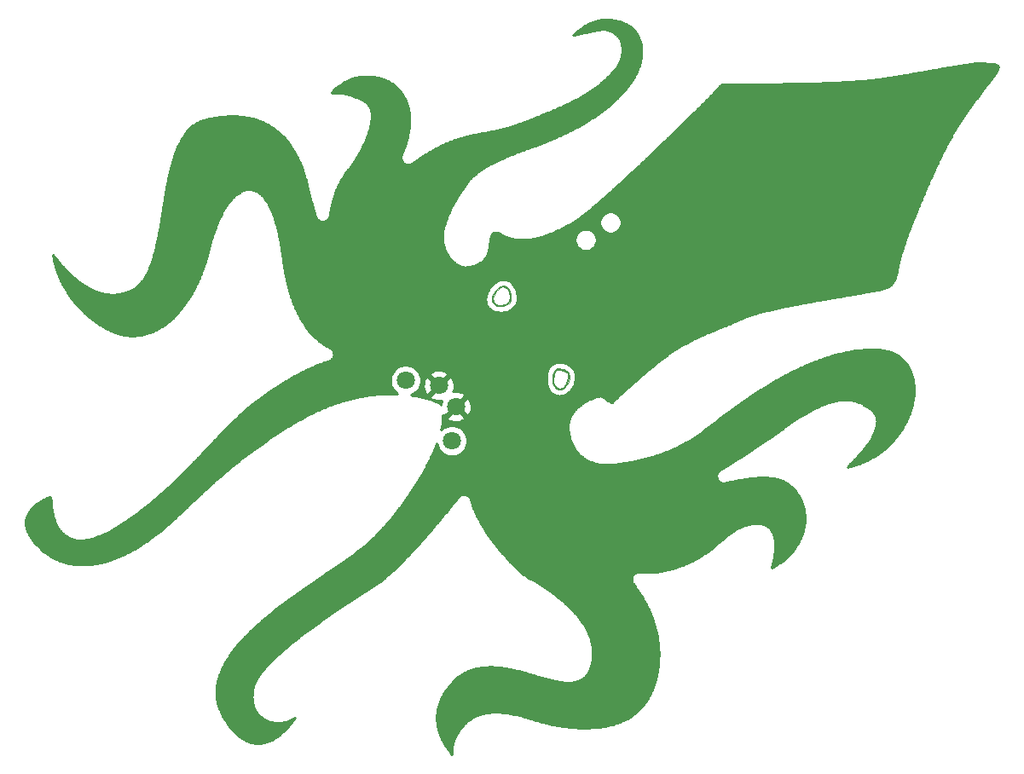
<source format=gbr>
G04 #@! TF.GenerationSoftware,KiCad,Pcbnew,5.1.4-e60b266~84~ubuntu19.04.1*
G04 #@! TF.CreationDate,2019-09-15T17:58:53+02:00*
G04 #@! TF.ProjectId,sepiapcb2,73657069-6170-4636-9232-2e6b69636164,rev?*
G04 #@! TF.SameCoordinates,Original*
G04 #@! TF.FileFunction,Copper,L1,Top*
G04 #@! TF.FilePolarity,Positive*
%FSLAX46Y46*%
G04 Gerber Fmt 4.6, Leading zero omitted, Abs format (unit mm)*
G04 Created by KiCad (PCBNEW 5.1.4-e60b266~84~ubuntu19.04.1) date 2019-09-15 17:58:53*
%MOMM*%
%LPD*%
G04 APERTURE LIST*
%ADD10C,0.010000*%
%ADD11C,1.800000*%
%ADD12C,0.800000*%
%ADD13C,0.254000*%
G04 APERTURE END LIST*
D10*
G36*
X75359621Y-54184298D02*
G01*
X75547638Y-54297942D01*
X75712518Y-54491136D01*
X75849250Y-54763031D01*
X75854453Y-54776557D01*
X75911041Y-54975406D01*
X75943234Y-55194565D01*
X75949728Y-55407070D01*
X75929216Y-55585962D01*
X75898062Y-55676800D01*
X75739492Y-55891399D01*
X75520307Y-56047639D01*
X75241835Y-56144883D01*
X74905405Y-56182491D01*
X74845862Y-56182929D01*
X74633320Y-56173344D01*
X74476474Y-56144144D01*
X74356959Y-56095375D01*
X74192931Y-55965396D01*
X74089641Y-55788023D01*
X74046261Y-55573991D01*
X74052806Y-55473997D01*
X74159534Y-55473997D01*
X74191243Y-55710322D01*
X74285733Y-55890156D01*
X74442046Y-56012735D01*
X74659225Y-56077301D01*
X74926443Y-56083829D01*
X75102686Y-56062220D01*
X75271202Y-56026973D01*
X75370365Y-55995218D01*
X75597111Y-55862222D01*
X75753371Y-55683259D01*
X75837553Y-55460639D01*
X75852867Y-55295824D01*
X75833662Y-55130780D01*
X75783452Y-54928100D01*
X75713347Y-54722765D01*
X75634457Y-54549757D01*
X75596258Y-54487804D01*
X75465345Y-54361126D01*
X75298813Y-54278550D01*
X75128092Y-54253878D01*
X75078299Y-54260341D01*
X74883323Y-54339468D01*
X74687806Y-54484462D01*
X74505110Y-54677671D01*
X74348596Y-54901446D01*
X74231628Y-55138136D01*
X74167567Y-55370090D01*
X74159534Y-55473997D01*
X74052806Y-55473997D01*
X74061968Y-55334031D01*
X74135936Y-55078875D01*
X74267339Y-54819256D01*
X74455353Y-54565907D01*
X74476381Y-54542276D01*
X74706846Y-54329195D01*
X74934215Y-54199073D01*
X75153477Y-54151058D01*
X75359621Y-54184298D01*
X75359621Y-54184298D01*
G37*
X75359621Y-54184298D02*
X75547638Y-54297942D01*
X75712518Y-54491136D01*
X75849250Y-54763031D01*
X75854453Y-54776557D01*
X75911041Y-54975406D01*
X75943234Y-55194565D01*
X75949728Y-55407070D01*
X75929216Y-55585962D01*
X75898062Y-55676800D01*
X75739492Y-55891399D01*
X75520307Y-56047639D01*
X75241835Y-56144883D01*
X74905405Y-56182491D01*
X74845862Y-56182929D01*
X74633320Y-56173344D01*
X74476474Y-56144144D01*
X74356959Y-56095375D01*
X74192931Y-55965396D01*
X74089641Y-55788023D01*
X74046261Y-55573991D01*
X74052806Y-55473997D01*
X74159534Y-55473997D01*
X74191243Y-55710322D01*
X74285733Y-55890156D01*
X74442046Y-56012735D01*
X74659225Y-56077301D01*
X74926443Y-56083829D01*
X75102686Y-56062220D01*
X75271202Y-56026973D01*
X75370365Y-55995218D01*
X75597111Y-55862222D01*
X75753371Y-55683259D01*
X75837553Y-55460639D01*
X75852867Y-55295824D01*
X75833662Y-55130780D01*
X75783452Y-54928100D01*
X75713347Y-54722765D01*
X75634457Y-54549757D01*
X75596258Y-54487804D01*
X75465345Y-54361126D01*
X75298813Y-54278550D01*
X75128092Y-54253878D01*
X75078299Y-54260341D01*
X74883323Y-54339468D01*
X74687806Y-54484462D01*
X74505110Y-54677671D01*
X74348596Y-54901446D01*
X74231628Y-55138136D01*
X74167567Y-55370090D01*
X74159534Y-55473997D01*
X74052806Y-55473997D01*
X74061968Y-55334031D01*
X74135936Y-55078875D01*
X74267339Y-54819256D01*
X74455353Y-54565907D01*
X74476381Y-54542276D01*
X74706846Y-54329195D01*
X74934215Y-54199073D01*
X75153477Y-54151058D01*
X75359621Y-54184298D01*
G36*
X80928704Y-62416390D02*
G01*
X81130031Y-62470051D01*
X81324503Y-62542304D01*
X81399255Y-62577502D01*
X81563519Y-62705290D01*
X81673069Y-62884315D01*
X81728310Y-63101545D01*
X81729648Y-63343949D01*
X81677487Y-63598495D01*
X81572232Y-63852151D01*
X81414289Y-64091887D01*
X81349867Y-64166601D01*
X81233554Y-64282130D01*
X81119757Y-64378044D01*
X81053582Y-64421884D01*
X80880482Y-64472726D01*
X80681218Y-64474885D01*
X80497045Y-64429725D01*
X80441598Y-64401670D01*
X80277595Y-64253062D01*
X80159561Y-64039213D01*
X80089501Y-63767239D01*
X80069424Y-63444258D01*
X80074062Y-63380589D01*
X80176325Y-63380589D01*
X80186783Y-63700264D01*
X80248160Y-63965370D01*
X80359108Y-64171110D01*
X80518281Y-64312686D01*
X80594222Y-64349907D01*
X80735703Y-64388770D01*
X80865082Y-64376469D01*
X81012745Y-64308278D01*
X81064295Y-64276758D01*
X81250918Y-64116885D01*
X81412226Y-63900917D01*
X81537102Y-63652246D01*
X81614429Y-63394263D01*
X81633089Y-63150358D01*
X81627047Y-63092718D01*
X81575105Y-62909719D01*
X81473562Y-62769143D01*
X81310445Y-62659222D01*
X81102583Y-62577256D01*
X80831137Y-62509601D01*
X80615897Y-62502427D01*
X80451036Y-62558592D01*
X80330726Y-62680955D01*
X80249139Y-62872375D01*
X80218134Y-63011143D01*
X80176325Y-63380589D01*
X80074062Y-63380589D01*
X80090405Y-63156266D01*
X80134716Y-62887976D01*
X80196202Y-62691122D01*
X80283652Y-62552889D01*
X80405857Y-62460465D01*
X80571607Y-62401033D01*
X80615367Y-62390990D01*
X80747992Y-62387858D01*
X80928704Y-62416390D01*
X80928704Y-62416390D01*
G37*
X80928704Y-62416390D02*
X81130031Y-62470051D01*
X81324503Y-62542304D01*
X81399255Y-62577502D01*
X81563519Y-62705290D01*
X81673069Y-62884315D01*
X81728310Y-63101545D01*
X81729648Y-63343949D01*
X81677487Y-63598495D01*
X81572232Y-63852151D01*
X81414289Y-64091887D01*
X81349867Y-64166601D01*
X81233554Y-64282130D01*
X81119757Y-64378044D01*
X81053582Y-64421884D01*
X80880482Y-64472726D01*
X80681218Y-64474885D01*
X80497045Y-64429725D01*
X80441598Y-64401670D01*
X80277595Y-64253062D01*
X80159561Y-64039213D01*
X80089501Y-63767239D01*
X80069424Y-63444258D01*
X80074062Y-63380589D01*
X80176325Y-63380589D01*
X80186783Y-63700264D01*
X80248160Y-63965370D01*
X80359108Y-64171110D01*
X80518281Y-64312686D01*
X80594222Y-64349907D01*
X80735703Y-64388770D01*
X80865082Y-64376469D01*
X81012745Y-64308278D01*
X81064295Y-64276758D01*
X81250918Y-64116885D01*
X81412226Y-63900917D01*
X81537102Y-63652246D01*
X81614429Y-63394263D01*
X81633089Y-63150358D01*
X81627047Y-63092718D01*
X81575105Y-62909719D01*
X81473562Y-62769143D01*
X81310445Y-62659222D01*
X81102583Y-62577256D01*
X80831137Y-62509601D01*
X80615897Y-62502427D01*
X80451036Y-62558592D01*
X80330726Y-62680955D01*
X80249139Y-62872375D01*
X80218134Y-63011143D01*
X80176325Y-63380589D01*
X80074062Y-63380589D01*
X80090405Y-63156266D01*
X80134716Y-62887976D01*
X80196202Y-62691122D01*
X80283652Y-62552889D01*
X80405857Y-62460465D01*
X80571607Y-62401033D01*
X80615367Y-62390990D01*
X80747992Y-62387858D01*
X80928704Y-62416390D01*
D11*
X70468200Y-66168800D03*
X68768200Y-64068800D03*
X70068200Y-69568800D03*
X65468200Y-63568800D03*
D12*
X83620000Y-81630000D03*
X86650000Y-75980000D03*
X68351400Y-59359800D03*
X75946000Y-68503800D03*
X109610000Y-54360000D03*
X111360000Y-54130000D03*
X112860000Y-53590000D03*
X94540000Y-38110000D03*
X95940000Y-36710000D03*
X97310000Y-35040000D03*
X98100000Y-70680000D03*
D13*
G36*
X85547917Y-27748477D02*
G01*
X85716204Y-27756570D01*
X85880486Y-27769937D01*
X86040923Y-27788412D01*
X86192768Y-27811047D01*
X86339821Y-27837969D01*
X86480811Y-27868629D01*
X86616755Y-27902930D01*
X86752925Y-27942216D01*
X86880755Y-27983864D01*
X87006372Y-28029598D01*
X87131493Y-28080224D01*
X87246641Y-28131644D01*
X87357744Y-28186026D01*
X87464598Y-28243148D01*
X87572768Y-28306254D01*
X87671417Y-28368940D01*
X87768783Y-28436196D01*
X87863101Y-28507095D01*
X87951093Y-28579072D01*
X88033797Y-28652674D01*
X88114131Y-28730637D01*
X88189097Y-28810243D01*
X88259848Y-28892775D01*
X88330530Y-28983987D01*
X88364735Y-29031915D01*
X88430943Y-29132147D01*
X88490857Y-29232076D01*
X88547992Y-29337173D01*
X88601246Y-29445580D01*
X88651260Y-29558840D01*
X88696990Y-29674870D01*
X88739331Y-29796470D01*
X88777905Y-29923744D01*
X88813353Y-30061222D01*
X88842996Y-30200374D01*
X88867212Y-30343242D01*
X88886011Y-30491925D01*
X88898905Y-30646239D01*
X88905481Y-30808808D01*
X88904991Y-30977890D01*
X88897738Y-31140069D01*
X88884539Y-31297383D01*
X88865851Y-31451789D01*
X88842275Y-31602511D01*
X88814459Y-31748830D01*
X88782346Y-31893263D01*
X88746359Y-32035248D01*
X88706890Y-32174494D01*
X88664363Y-32310658D01*
X88619278Y-32443243D01*
X88570826Y-32575279D01*
X88519220Y-32706487D01*
X88466071Y-32833374D01*
X88410306Y-32959098D01*
X88352171Y-33083401D01*
X88291875Y-33206128D01*
X88229618Y-33327166D01*
X88165626Y-33446362D01*
X88110217Y-33545493D01*
X88106214Y-33551497D01*
X88082718Y-33586203D01*
X88004742Y-33699478D01*
X87923283Y-33814852D01*
X87840209Y-33929561D01*
X87758165Y-34040082D01*
X87673895Y-34150909D01*
X87590962Y-34257448D01*
X87498349Y-34373621D01*
X87412939Y-34478267D01*
X87311792Y-34599279D01*
X87223776Y-34702140D01*
X87134580Y-34804170D01*
X87043412Y-34906267D01*
X86948949Y-35009827D01*
X86857284Y-35108253D01*
X86764882Y-35205497D01*
X86668533Y-35304877D01*
X86572964Y-35401502D01*
X86465908Y-35507539D01*
X86365687Y-35604783D01*
X86266064Y-35699584D01*
X86163182Y-35795620D01*
X86057199Y-35892648D01*
X85951893Y-35987212D01*
X85847314Y-36079381D01*
X85743556Y-36169174D01*
X85635942Y-36260612D01*
X85530538Y-36348583D01*
X85423572Y-36436297D01*
X85314795Y-36523938D01*
X85206429Y-36609742D01*
X85098385Y-36693839D01*
X84988891Y-36777638D01*
X84874474Y-36863718D01*
X84759954Y-36948405D01*
X84645229Y-37031809D01*
X84530524Y-37113819D01*
X84415656Y-37194599D01*
X84300856Y-37274019D01*
X84186202Y-37352079D01*
X84066154Y-37432497D01*
X83946510Y-37511348D01*
X83826861Y-37588941D01*
X83707666Y-37665024D01*
X83588627Y-37739832D01*
X83464921Y-37816359D01*
X83341597Y-37891456D01*
X83218796Y-37965081D01*
X83093396Y-38039118D01*
X83036266Y-38072459D01*
X82909268Y-38145737D01*
X82778592Y-38219951D01*
X82653605Y-38289834D01*
X82524598Y-38360874D01*
X82396644Y-38430262D01*
X82264518Y-38500828D01*
X82134020Y-38569472D01*
X82004693Y-38636488D01*
X81872044Y-38704216D01*
X81741278Y-38769999D01*
X81607348Y-38836395D01*
X81471045Y-38902976D01*
X81339346Y-38966383D01*
X81205635Y-39029856D01*
X81070250Y-39093223D01*
X80935760Y-39155303D01*
X80794233Y-39219727D01*
X80658641Y-39280614D01*
X80521445Y-39341419D01*
X80379417Y-39403564D01*
X80235917Y-39465583D01*
X80095399Y-39525617D01*
X79949052Y-39587505D01*
X79808548Y-39646431D01*
X79663691Y-39706853D01*
X79514494Y-39769052D01*
X79514388Y-39769109D01*
X79512310Y-39769966D01*
X79366532Y-39831291D01*
X79366409Y-39831358D01*
X79359208Y-39834419D01*
X79217897Y-39895675D01*
X79217741Y-39895762D01*
X79211855Y-39898327D01*
X79205789Y-39901022D01*
X79076108Y-39956309D01*
X78942923Y-40009805D01*
X78803279Y-40063629D01*
X78661692Y-40116650D01*
X78515215Y-40170401D01*
X78366406Y-40224246D01*
X78219203Y-40277031D01*
X78069333Y-40330490D01*
X78069330Y-40330491D01*
X77921229Y-40383207D01*
X77921225Y-40383209D01*
X77921124Y-40383244D01*
X77753365Y-40442985D01*
X77753332Y-40443000D01*
X77752772Y-40443196D01*
X77599114Y-40498064D01*
X77599058Y-40498090D01*
X77598107Y-40498424D01*
X77448585Y-40552060D01*
X77448509Y-40552096D01*
X77447248Y-40552541D01*
X77294674Y-40607605D01*
X77294578Y-40607651D01*
X77293011Y-40608208D01*
X77141637Y-40663251D01*
X77141537Y-40663299D01*
X77139678Y-40663966D01*
X76985837Y-40720402D01*
X76985731Y-40720453D01*
X76983629Y-40721215D01*
X76835800Y-40775982D01*
X76835678Y-40776042D01*
X76833376Y-40776885D01*
X76681609Y-40833719D01*
X76681476Y-40833784D01*
X76678918Y-40834733D01*
X76529667Y-40891292D01*
X76529528Y-40891361D01*
X76526760Y-40892401D01*
X76373931Y-40951057D01*
X76373789Y-40951128D01*
X76370807Y-40952264D01*
X76225266Y-41008885D01*
X76225118Y-41008960D01*
X76222011Y-41010161D01*
X76073288Y-41068836D01*
X76073143Y-41068910D01*
X76069792Y-41070225D01*
X75924531Y-41128395D01*
X75924377Y-41128475D01*
X75920728Y-41129930D01*
X75763858Y-41193767D01*
X75763698Y-41193851D01*
X75759836Y-41195418D01*
X75615490Y-41255156D01*
X75615340Y-41255236D01*
X75611811Y-41256690D01*
X75511039Y-41299036D01*
X75510874Y-41299125D01*
X75506727Y-41300865D01*
X75358356Y-41364329D01*
X75358196Y-41364417D01*
X75353235Y-41366542D01*
X75210553Y-41428858D01*
X75210389Y-41428949D01*
X75205463Y-41431104D01*
X75064793Y-41493813D01*
X75064627Y-41493907D01*
X75059635Y-41496137D01*
X74921672Y-41558917D01*
X74921513Y-41559009D01*
X74916406Y-41561338D01*
X74778047Y-41625620D01*
X74777888Y-41625714D01*
X74772611Y-41628173D01*
X74635103Y-41693431D01*
X74634962Y-41693515D01*
X74628783Y-41696467D01*
X74458345Y-41779354D01*
X74458206Y-41779439D01*
X74451800Y-41782578D01*
X74315751Y-41850419D01*
X74315613Y-41850505D01*
X74309615Y-41853514D01*
X74172894Y-41923294D01*
X74172758Y-41923381D01*
X74166462Y-41926617D01*
X74030334Y-41997793D01*
X74030214Y-41997871D01*
X74023520Y-42001401D01*
X73885174Y-42075595D01*
X73885060Y-42075672D01*
X73878072Y-42079455D01*
X73745825Y-42152262D01*
X73745729Y-42152328D01*
X73738510Y-42156343D01*
X73608446Y-42229892D01*
X73608371Y-42229945D01*
X73600713Y-42234327D01*
X73469654Y-42310551D01*
X73469620Y-42310576D01*
X73461249Y-42315515D01*
X73328186Y-42395287D01*
X73328093Y-42395356D01*
X73328000Y-42395400D01*
X73319236Y-42400740D01*
X73189723Y-42480917D01*
X73189371Y-42481186D01*
X73188979Y-42481379D01*
X73180297Y-42486852D01*
X73054064Y-42567670D01*
X73053414Y-42568182D01*
X73052683Y-42568557D01*
X73044091Y-42574169D01*
X72921354Y-42655581D01*
X72920392Y-42656364D01*
X72919301Y-42656948D01*
X72910808Y-42662709D01*
X72791358Y-42744954D01*
X72789992Y-42746106D01*
X72788439Y-42746975D01*
X72780055Y-42752894D01*
X72662937Y-42836821D01*
X72661105Y-42838426D01*
X72659009Y-42839656D01*
X72650749Y-42845746D01*
X72535977Y-42931616D01*
X72533520Y-42933860D01*
X72530698Y-42935604D01*
X72522580Y-42941882D01*
X72407281Y-43032348D01*
X72404104Y-43035386D01*
X72400435Y-43037787D01*
X72392482Y-43044273D01*
X72280473Y-43136935D01*
X72276614Y-43140821D01*
X72272122Y-43143949D01*
X72264359Y-43150662D01*
X72156928Y-43244878D01*
X72152298Y-43249817D01*
X72146873Y-43253861D01*
X72139331Y-43260821D01*
X72035767Y-43357740D01*
X72030187Y-43364092D01*
X72023596Y-43369394D01*
X72016316Y-43376627D01*
X71916302Y-43477395D01*
X71909513Y-43485723D01*
X71901442Y-43492810D01*
X71894481Y-43500350D01*
X71797632Y-43606727D01*
X71789537Y-43617581D01*
X71779830Y-43627017D01*
X71773259Y-43634899D01*
X71682789Y-43744994D01*
X71678945Y-43750733D01*
X71674159Y-43755700D01*
X71667849Y-43763793D01*
X71583516Y-43873541D01*
X71583427Y-43873684D01*
X71579344Y-43879023D01*
X71492388Y-43994407D01*
X71492299Y-43994553D01*
X71488268Y-43999928D01*
X71403021Y-44115278D01*
X71402936Y-44115420D01*
X71398958Y-44120829D01*
X71312867Y-44239632D01*
X71312786Y-44239770D01*
X71308822Y-44245268D01*
X71223015Y-44366061D01*
X71222929Y-44366212D01*
X71219014Y-44371751D01*
X71134076Y-44493750D01*
X71133993Y-44493898D01*
X71130183Y-44499398D01*
X71047136Y-44621086D01*
X71047054Y-44621236D01*
X71043294Y-44626773D01*
X70960957Y-44749876D01*
X70960878Y-44750023D01*
X70957171Y-44755594D01*
X70876319Y-44878950D01*
X70876240Y-44879101D01*
X70872548Y-44884763D01*
X70790680Y-45012276D01*
X70790603Y-45012427D01*
X70786902Y-45018224D01*
X70706690Y-45145832D01*
X70706617Y-45145979D01*
X70702973Y-45151809D01*
X70624453Y-45279420D01*
X70624379Y-45279572D01*
X70620774Y-45285465D01*
X70543119Y-45414439D01*
X70543052Y-45414581D01*
X70539429Y-45420635D01*
X70462745Y-45550870D01*
X70462678Y-45551015D01*
X70459094Y-45557141D01*
X70385120Y-45685659D01*
X70385056Y-45685802D01*
X70381548Y-45691936D01*
X70309455Y-45820082D01*
X70309392Y-45820224D01*
X70305846Y-45826573D01*
X70234127Y-45957124D01*
X70234068Y-45957261D01*
X70230491Y-45963825D01*
X70160072Y-46095221D01*
X70160018Y-46095352D01*
X70156365Y-46102229D01*
X70085165Y-46238595D01*
X70085122Y-46238702D01*
X70081312Y-46246079D01*
X70009677Y-46387194D01*
X70009639Y-46387293D01*
X70005829Y-46394886D01*
X69939540Y-46529344D01*
X69939505Y-46529437D01*
X69935697Y-46537259D01*
X69869284Y-46676137D01*
X69869262Y-46676197D01*
X69865318Y-46684566D01*
X69800406Y-46824846D01*
X69800345Y-46825021D01*
X69797960Y-46830188D01*
X69784340Y-46860249D01*
X69784283Y-46860418D01*
X69781566Y-46866450D01*
X69719736Y-47006345D01*
X69719589Y-47006791D01*
X69719360Y-47007198D01*
X69715289Y-47016618D01*
X69655532Y-47157592D01*
X69655340Y-47158206D01*
X69655033Y-47158772D01*
X69651110Y-47168255D01*
X69593115Y-47311283D01*
X69592858Y-47312151D01*
X69592445Y-47312944D01*
X69588678Y-47322490D01*
X69532272Y-47468427D01*
X69531946Y-47469600D01*
X69531401Y-47470691D01*
X69527800Y-47480301D01*
X69473411Y-47628582D01*
X69473001Y-47630161D01*
X69472302Y-47631628D01*
X69468877Y-47641302D01*
X69416541Y-47792523D01*
X69416025Y-47794673D01*
X69415117Y-47796680D01*
X69411886Y-47806421D01*
X69361442Y-47962156D01*
X69360830Y-47964951D01*
X69359709Y-47967579D01*
X69356691Y-47977387D01*
X69309998Y-48132982D01*
X69309289Y-48136594D01*
X69307931Y-48140001D01*
X69305148Y-48149879D01*
X69261870Y-48307715D01*
X69261041Y-48312549D01*
X69259349Y-48317154D01*
X69256836Y-48327104D01*
X69217196Y-48488831D01*
X69216228Y-48495573D01*
X69214089Y-48502035D01*
X69211900Y-48512061D01*
X69176601Y-48679355D01*
X69175532Y-48689011D01*
X69172857Y-48698338D01*
X69171073Y-48708444D01*
X69141960Y-48880456D01*
X69140930Y-48895164D01*
X69137637Y-48909524D01*
X69136401Y-48919711D01*
X69115774Y-49100324D01*
X69115364Y-49125987D01*
X69111738Y-49151400D01*
X69111358Y-49161655D01*
X69105439Y-49358709D01*
X69107803Y-49393563D01*
X69106657Y-49428460D01*
X69107394Y-49438696D01*
X69120536Y-49604952D01*
X69125088Y-49630454D01*
X69126421Y-49656319D01*
X69128017Y-49666456D01*
X69156572Y-49839865D01*
X69161722Y-49859150D01*
X69164103Y-49878959D01*
X69166385Y-49888965D01*
X69204857Y-50052288D01*
X69209927Y-50067136D01*
X69212675Y-50082571D01*
X69215519Y-50092431D01*
X69261989Y-50249381D01*
X69267004Y-50261735D01*
X69269993Y-50274720D01*
X69273328Y-50284425D01*
X69326321Y-50435204D01*
X69331326Y-50445955D01*
X69334516Y-50457374D01*
X69338294Y-50466915D01*
X69396068Y-50609859D01*
X69401235Y-50619740D01*
X69404705Y-50630331D01*
X69408901Y-50639696D01*
X69471868Y-50777614D01*
X69477466Y-50787256D01*
X69481399Y-50797680D01*
X69486005Y-50806851D01*
X69554152Y-50940188D01*
X69560421Y-50949963D01*
X69565005Y-50960621D01*
X69570023Y-50969573D01*
X69642966Y-51097587D01*
X69650243Y-51107875D01*
X69655771Y-51119192D01*
X69661214Y-51127892D01*
X69739630Y-51251301D01*
X69748368Y-51262472D01*
X69755250Y-51274869D01*
X69761141Y-51283272D01*
X69844973Y-51401075D01*
X69849482Y-51406255D01*
X69853003Y-51412138D01*
X69859164Y-51420344D01*
X69873954Y-51439757D01*
X69878549Y-51444701D01*
X69882197Y-51450373D01*
X69888620Y-51458376D01*
X69979633Y-51570169D01*
X69991448Y-51582087D01*
X70001350Y-51595637D01*
X70008238Y-51603244D01*
X70104251Y-51707806D01*
X70119103Y-51721104D01*
X70131934Y-51736363D01*
X70139324Y-51743484D01*
X70244890Y-51843802D01*
X70263899Y-51858622D01*
X70280825Y-51875779D01*
X70288756Y-51882292D01*
X70399824Y-51972199D01*
X70424794Y-51988657D01*
X70447720Y-52007849D01*
X70456235Y-52013578D01*
X70578153Y-52094377D01*
X70612796Y-52112745D01*
X70645669Y-52134113D01*
X70654811Y-52138777D01*
X70788520Y-52205803D01*
X70840459Y-52225765D01*
X70891432Y-52247977D01*
X70901216Y-52251071D01*
X71056655Y-52299026D01*
X71079313Y-52303655D01*
X71101150Y-52311237D01*
X71149421Y-52317977D01*
X71197199Y-52327737D01*
X71220325Y-52327876D01*
X71243219Y-52331073D01*
X71253475Y-52331423D01*
X71459506Y-52336992D01*
X71527575Y-52332170D01*
X71595664Y-52328001D01*
X71602433Y-52326867D01*
X71602594Y-52326856D01*
X71602742Y-52326816D01*
X71605785Y-52326306D01*
X71753774Y-52300467D01*
X71758389Y-52299187D01*
X71763164Y-52298765D01*
X71773236Y-52296798D01*
X71941014Y-52262822D01*
X71949401Y-52260250D01*
X71958105Y-52259149D01*
X71968096Y-52256804D01*
X72129129Y-52217814D01*
X72141559Y-52213483D01*
X72154516Y-52211185D01*
X72164378Y-52208347D01*
X72320203Y-52162319D01*
X72337587Y-52155276D01*
X72355793Y-52150813D01*
X72365451Y-52147342D01*
X72512397Y-52093357D01*
X72535632Y-52082139D01*
X72560083Y-52073916D01*
X72569415Y-52069646D01*
X72708806Y-52004684D01*
X72737893Y-51987490D01*
X72768595Y-51973402D01*
X72777423Y-51968171D01*
X72902492Y-51892875D01*
X72935930Y-51867997D01*
X72971294Y-51845946D01*
X72979387Y-51839636D01*
X73091217Y-51751175D01*
X73113335Y-51729856D01*
X73137696Y-51711145D01*
X73145136Y-51704078D01*
X73187714Y-51663064D01*
X73206529Y-51641012D01*
X73227780Y-51621306D01*
X73234534Y-51613580D01*
X73327756Y-51505428D01*
X73352112Y-51470849D01*
X73379156Y-51438354D01*
X73384861Y-51429823D01*
X73464836Y-51308390D01*
X73482540Y-51274767D01*
X73503252Y-51242933D01*
X73507920Y-51233794D01*
X73575264Y-51099601D01*
X73586699Y-51069890D01*
X73601288Y-51041615D01*
X73605015Y-51032053D01*
X73660366Y-50887054D01*
X73667176Y-50862151D01*
X73677045Y-50838296D01*
X73679956Y-50828455D01*
X73725430Y-50670654D01*
X73729133Y-50650626D01*
X73735595Y-50631323D01*
X73737818Y-50621304D01*
X73773204Y-50456361D01*
X73774988Y-50440723D01*
X73779131Y-50425539D01*
X73780783Y-50415410D01*
X73807901Y-50241475D01*
X73808593Y-50229326D01*
X73811239Y-50217462D01*
X73812414Y-50207268D01*
X73832053Y-50025649D01*
X73832146Y-50016314D01*
X73833819Y-50007128D01*
X73834592Y-49996895D01*
X73847526Y-49808203D01*
X73857607Y-49667437D01*
X73874571Y-49528345D01*
X73896876Y-49408315D01*
X73924344Y-49303380D01*
X73955239Y-49215694D01*
X73988905Y-49142540D01*
X74024424Y-49082236D01*
X74066417Y-49025749D01*
X74107059Y-48987513D01*
X74146640Y-48959049D01*
X74194309Y-48933333D01*
X74249743Y-48912010D01*
X74310526Y-48897440D01*
X74400580Y-48889741D01*
X74402619Y-48889787D01*
X74516629Y-48901575D01*
X74609480Y-48921353D01*
X74698069Y-48949219D01*
X74782499Y-48984112D01*
X74856573Y-49022302D01*
X74932583Y-49071071D01*
X74954819Y-49087134D01*
X74975206Y-49099021D01*
X74993857Y-49113474D01*
X75002581Y-49118878D01*
X75113123Y-49186282D01*
X75149730Y-49203957D01*
X75184698Y-49224669D01*
X75194026Y-49228948D01*
X75332700Y-49291383D01*
X75349967Y-49297207D01*
X75366204Y-49305482D01*
X75375785Y-49309160D01*
X75521881Y-49364088D01*
X75534164Y-49367380D01*
X75545756Y-49372597D01*
X75555503Y-49375808D01*
X75693429Y-49420168D01*
X75706333Y-49422965D01*
X75718624Y-49427776D01*
X75728518Y-49430497D01*
X75886670Y-49472806D01*
X75899099Y-49474858D01*
X75911035Y-49478880D01*
X75921050Y-49481123D01*
X76086741Y-49517006D01*
X76098091Y-49518323D01*
X76109061Y-49521478D01*
X76119166Y-49523269D01*
X76292735Y-49552766D01*
X76303056Y-49553496D01*
X76313105Y-49555934D01*
X76323276Y-49557298D01*
X76502038Y-49580001D01*
X76511339Y-49580267D01*
X76520461Y-49582105D01*
X76530678Y-49583070D01*
X76714824Y-49599156D01*
X76723451Y-49599064D01*
X76731956Y-49600450D01*
X76742201Y-49601033D01*
X76937258Y-49610754D01*
X76945166Y-49610375D01*
X76953020Y-49611370D01*
X76963280Y-49611589D01*
X77161152Y-49614433D01*
X77168035Y-49613858D01*
X77174912Y-49614502D01*
X77185173Y-49614386D01*
X77381695Y-49610787D01*
X77387578Y-49610101D01*
X77393483Y-49610476D01*
X77403736Y-49610052D01*
X77495744Y-49605603D01*
X77505131Y-49604222D01*
X77514619Y-49604447D01*
X77524847Y-49603616D01*
X77710030Y-49587276D01*
X77721197Y-49585178D01*
X77732557Y-49584938D01*
X77742739Y-49583651D01*
X77921825Y-49559730D01*
X77930022Y-49557806D01*
X77938415Y-49557320D01*
X77948542Y-49555660D01*
X78121484Y-49526052D01*
X78127702Y-49524349D01*
X78134117Y-49523775D01*
X78144186Y-49521797D01*
X78225743Y-49505181D01*
X82282192Y-49505181D01*
X82282192Y-49718907D01*
X82323888Y-49928527D01*
X82405677Y-50125984D01*
X82524417Y-50303691D01*
X82675545Y-50454819D01*
X82853252Y-50573559D01*
X83050709Y-50655348D01*
X83260329Y-50697044D01*
X83474055Y-50697044D01*
X83683675Y-50655348D01*
X83881132Y-50573559D01*
X84058839Y-50454819D01*
X84209967Y-50303691D01*
X84328707Y-50125984D01*
X84410496Y-49928527D01*
X84452192Y-49718907D01*
X84452192Y-49505181D01*
X84410496Y-49295561D01*
X84328707Y-49098104D01*
X84209967Y-48920397D01*
X84058839Y-48769269D01*
X83881132Y-48650529D01*
X83683675Y-48568740D01*
X83474055Y-48527044D01*
X83260329Y-48527044D01*
X83050709Y-48568740D01*
X82853252Y-48650529D01*
X82675545Y-48769269D01*
X82524417Y-48920397D01*
X82405677Y-49098104D01*
X82323888Y-49295561D01*
X82282192Y-49505181D01*
X78225743Y-49505181D01*
X78316680Y-49486654D01*
X78321358Y-49485213D01*
X78326215Y-49484645D01*
X78336228Y-49482393D01*
X78500825Y-49444165D01*
X78504261Y-49443003D01*
X78507848Y-49442497D01*
X78517804Y-49440008D01*
X78679800Y-49398300D01*
X78682358Y-49397367D01*
X78685050Y-49396928D01*
X78694950Y-49394227D01*
X78853619Y-49349744D01*
X78855457Y-49349029D01*
X78857386Y-49348676D01*
X78867233Y-49345785D01*
X79021932Y-49299178D01*
X79023194Y-49298659D01*
X79024524Y-49298391D01*
X79034318Y-49295327D01*
X79187263Y-49246288D01*
X79188074Y-49245938D01*
X79188933Y-49245750D01*
X79198676Y-49242526D01*
X79348070Y-49191918D01*
X79348522Y-49191714D01*
X79348999Y-49191602D01*
X79358691Y-49188229D01*
X79508402Y-49134947D01*
X79508584Y-49134862D01*
X79508778Y-49134813D01*
X79518420Y-49131299D01*
X79665286Y-49076617D01*
X79665289Y-49076616D01*
X79665326Y-49076602D01*
X79665350Y-49076593D01*
X79665352Y-49076592D01*
X79674881Y-49072969D01*
X79824520Y-49014878D01*
X79824556Y-49014860D01*
X79833613Y-49011278D01*
X79978549Y-48952782D01*
X79978592Y-48952760D01*
X79987364Y-48949158D01*
X80139027Y-48885648D01*
X80139091Y-48885613D01*
X80147445Y-48882061D01*
X80288129Y-48821079D01*
X80288218Y-48821030D01*
X80296019Y-48817604D01*
X80437225Y-48754418D01*
X80437324Y-48754361D01*
X80444973Y-48750897D01*
X80586564Y-48685561D01*
X80586676Y-48685496D01*
X80593996Y-48682081D01*
X80729920Y-48617509D01*
X80730041Y-48617436D01*
X80737105Y-48614047D01*
X80873135Y-48547606D01*
X80873248Y-48547536D01*
X80880229Y-48544094D01*
X81016247Y-48475835D01*
X81016359Y-48475764D01*
X81023315Y-48472240D01*
X81160675Y-48401442D01*
X81160791Y-48401367D01*
X81167629Y-48397811D01*
X81300307Y-48327624D01*
X81300430Y-48327543D01*
X81307043Y-48324016D01*
X81437897Y-48253043D01*
X81438021Y-48252959D01*
X81444567Y-48249380D01*
X81573500Y-48177712D01*
X81573624Y-48177627D01*
X81580223Y-48173928D01*
X81712965Y-48098308D01*
X81713088Y-48098221D01*
X81719731Y-48094405D01*
X81848870Y-48019008D01*
X81848983Y-48018926D01*
X81855546Y-48015063D01*
X81982459Y-47939159D01*
X81982571Y-47939076D01*
X81989185Y-47935088D01*
X82117361Y-47856555D01*
X82117473Y-47856470D01*
X82124116Y-47852365D01*
X82232314Y-47784452D01*
X84739648Y-47784452D01*
X84739648Y-47998178D01*
X84781344Y-48207798D01*
X84863133Y-48405255D01*
X84981873Y-48582962D01*
X85133001Y-48734090D01*
X85310708Y-48852830D01*
X85508165Y-48934619D01*
X85717785Y-48976315D01*
X85931511Y-48976315D01*
X86141131Y-48934619D01*
X86338588Y-48852830D01*
X86516295Y-48734090D01*
X86667423Y-48582962D01*
X86786163Y-48405255D01*
X86867952Y-48207798D01*
X86909648Y-47998178D01*
X86909648Y-47784452D01*
X86867952Y-47574832D01*
X86786163Y-47377375D01*
X86667423Y-47199668D01*
X86516295Y-47048540D01*
X86338588Y-46929800D01*
X86141131Y-46848011D01*
X85931511Y-46806315D01*
X85717785Y-46806315D01*
X85508165Y-46848011D01*
X85310708Y-46929800D01*
X85133001Y-47048540D01*
X84981873Y-47199668D01*
X84863133Y-47377375D01*
X84781344Y-47574832D01*
X84739648Y-47784452D01*
X82232314Y-47784452D01*
X82248444Y-47774328D01*
X82248549Y-47774247D01*
X82255125Y-47770084D01*
X82376977Y-47691760D01*
X82377081Y-47691678D01*
X82383746Y-47687356D01*
X82507224Y-47606055D01*
X82507311Y-47605984D01*
X82514214Y-47601395D01*
X82637060Y-47518482D01*
X82637139Y-47518417D01*
X82644195Y-47513605D01*
X82768316Y-47427690D01*
X82768379Y-47427636D01*
X82775658Y-47422542D01*
X82898160Y-47335518D01*
X82898222Y-47335464D01*
X82905529Y-47330214D01*
X83023660Y-47244080D01*
X83023695Y-47244049D01*
X83031339Y-47238404D01*
X83155477Y-47145396D01*
X83155507Y-47145368D01*
X83163232Y-47139506D01*
X83276311Y-47052421D01*
X83276326Y-47052407D01*
X83284242Y-47046226D01*
X83404125Y-46951258D01*
X83404221Y-46951166D01*
X83410376Y-46946250D01*
X83506898Y-46868061D01*
X83507028Y-46867933D01*
X83510648Y-46865003D01*
X83620897Y-46774486D01*
X83621025Y-46774358D01*
X83624183Y-46771772D01*
X83735810Y-46679035D01*
X83735926Y-46678917D01*
X83738543Y-46676753D01*
X83850659Y-46582688D01*
X83850764Y-46582580D01*
X83852965Y-46580745D01*
X83963162Y-46487517D01*
X83963253Y-46487424D01*
X83965112Y-46485862D01*
X84074168Y-46392946D01*
X84074255Y-46392856D01*
X84075884Y-46391479D01*
X84188260Y-46295137D01*
X84188338Y-46295056D01*
X84189808Y-46293806D01*
X84300086Y-46198730D01*
X84300152Y-46198661D01*
X84301421Y-46197577D01*
X84410841Y-46102782D01*
X84410903Y-46102717D01*
X84412052Y-46101731D01*
X84520230Y-46007597D01*
X84520288Y-46007535D01*
X84521308Y-46006657D01*
X84629753Y-45911920D01*
X84629807Y-45911863D01*
X84630769Y-45911031D01*
X84743030Y-45812597D01*
X84743084Y-45812540D01*
X84743955Y-45811784D01*
X84850418Y-45718117D01*
X84850464Y-45718067D01*
X84851283Y-45717355D01*
X84967035Y-45615193D01*
X84967083Y-45615142D01*
X84967865Y-45614459D01*
X85081298Y-45514039D01*
X85081341Y-45513993D01*
X85082049Y-45513373D01*
X85192898Y-45414970D01*
X85192936Y-45414929D01*
X85193622Y-45414327D01*
X85309689Y-45311018D01*
X85309730Y-45310973D01*
X85310341Y-45310436D01*
X85419455Y-45213083D01*
X85419484Y-45213052D01*
X85420079Y-45212527D01*
X85530111Y-45114130D01*
X85530149Y-45114088D01*
X85530668Y-45113630D01*
X85637408Y-45017981D01*
X85637437Y-45017950D01*
X85637974Y-45017474D01*
X85753682Y-44913573D01*
X85753714Y-44913538D01*
X85754228Y-44913082D01*
X85866453Y-44812106D01*
X85866481Y-44812076D01*
X85866972Y-44811639D01*
X85983929Y-44706204D01*
X85983959Y-44706171D01*
X85984424Y-44705757D01*
X86097660Y-44603490D01*
X86097685Y-44603463D01*
X86098106Y-44603087D01*
X86203273Y-44507951D01*
X86203298Y-44507923D01*
X86203745Y-44507524D01*
X86321795Y-44400548D01*
X86321823Y-44400517D01*
X86322232Y-44400151D01*
X86436242Y-44296669D01*
X86436263Y-44296646D01*
X86436650Y-44296299D01*
X86542284Y-44200274D01*
X86542307Y-44200249D01*
X86542741Y-44199859D01*
X86690597Y-44065227D01*
X86690625Y-44065196D01*
X86691043Y-44064820D01*
X86796530Y-43968609D01*
X86796552Y-43968584D01*
X86796990Y-43968190D01*
X86961145Y-43818214D01*
X86961167Y-43818190D01*
X86961612Y-43817788D01*
X87079027Y-43710330D01*
X87079051Y-43710304D01*
X87079379Y-43710007D01*
X87183808Y-43614309D01*
X87183827Y-43614288D01*
X87184144Y-43614001D01*
X87296408Y-43510995D01*
X87296429Y-43510971D01*
X87296775Y-43510658D01*
X87404280Y-43411884D01*
X87404296Y-43411866D01*
X87404607Y-43411584D01*
X87515540Y-43309537D01*
X87515563Y-43309511D01*
X87515888Y-43309216D01*
X87630066Y-43204048D01*
X87630084Y-43204028D01*
X87630406Y-43203735D01*
X87743604Y-43099338D01*
X87743629Y-43099310D01*
X87743943Y-43099024D01*
X87856054Y-42995500D01*
X87856077Y-42995474D01*
X87856405Y-42995175D01*
X87967323Y-42892619D01*
X87967344Y-42892596D01*
X87967648Y-42892318D01*
X88077274Y-42790832D01*
X88077291Y-42790813D01*
X88077617Y-42790515D01*
X88185841Y-42690200D01*
X88185858Y-42690181D01*
X88186190Y-42689877D01*
X88304252Y-42580301D01*
X88304279Y-42580270D01*
X88304620Y-42579958D01*
X88413270Y-42478980D01*
X88413293Y-42478954D01*
X88413622Y-42478652D01*
X88527711Y-42372480D01*
X88527739Y-42372448D01*
X88528081Y-42372134D01*
X88632769Y-42274576D01*
X88632790Y-42274552D01*
X88633139Y-42274231D01*
X88746221Y-42168704D01*
X88746247Y-42168674D01*
X88746624Y-42168327D01*
X88857001Y-42065169D01*
X88857022Y-42065145D01*
X88857409Y-42064788D01*
X88964926Y-41964150D01*
X88964954Y-41964118D01*
X88965349Y-41963753D01*
X89069850Y-41865784D01*
X89069880Y-41865750D01*
X89070315Y-41865347D01*
X89184077Y-41758509D01*
X89184108Y-41758474D01*
X89184598Y-41758019D01*
X89291135Y-41657771D01*
X89291164Y-41657738D01*
X89291679Y-41657259D01*
X89399728Y-41555381D01*
X89399761Y-41555343D01*
X89400361Y-41554784D01*
X89511596Y-41449652D01*
X89511636Y-41449606D01*
X89512323Y-41448964D01*
X89620021Y-41346898D01*
X89620063Y-41346850D01*
X89620835Y-41346126D01*
X89724192Y-41247874D01*
X89724245Y-41247812D01*
X89725179Y-41246934D01*
X89827694Y-41149120D01*
X89827764Y-41149039D01*
X89828995Y-41147875D01*
X89938240Y-41043127D01*
X89938324Y-41043029D01*
X89940120Y-41041319D01*
X90046295Y-40938789D01*
X90046408Y-40938656D01*
X90049237Y-40935932D01*
X90151499Y-40836072D01*
X90151549Y-40836012D01*
X90158092Y-40829552D01*
X90259044Y-40728452D01*
X90259151Y-40728322D01*
X90261590Y-40725889D01*
X90354460Y-40631964D01*
X90451500Y-40535676D01*
X90555944Y-40432958D01*
X90656782Y-40334300D01*
X90758143Y-40235457D01*
X90867052Y-40129500D01*
X90972266Y-40027316D01*
X90972312Y-40027272D01*
X91077237Y-39925499D01*
X91077281Y-39925456D01*
X91180892Y-39825042D01*
X91180893Y-39825041D01*
X91288553Y-39720774D01*
X91407397Y-39605734D01*
X91515799Y-39500843D01*
X91619829Y-39400198D01*
X91619830Y-39400197D01*
X91804151Y-39221890D01*
X91804152Y-39221889D01*
X91804177Y-39221865D01*
X91959017Y-39072063D01*
X91959021Y-39072058D01*
X91959058Y-39072023D01*
X92076829Y-38958066D01*
X92076835Y-38958059D01*
X92076903Y-38957994D01*
X92200933Y-38837948D01*
X92200939Y-38837941D01*
X92201006Y-38837877D01*
X92310148Y-38732211D01*
X92310153Y-38732205D01*
X92310239Y-38732123D01*
X92412247Y-38633330D01*
X92412255Y-38633321D01*
X92412352Y-38633228D01*
X92515466Y-38533324D01*
X92515471Y-38533319D01*
X92515580Y-38533214D01*
X92628429Y-38423831D01*
X92628438Y-38423821D01*
X92628564Y-38423700D01*
X92733678Y-38321762D01*
X92733685Y-38321754D01*
X92733806Y-38321638D01*
X92839735Y-38218860D01*
X92839744Y-38218849D01*
X92839901Y-38218699D01*
X92946543Y-38115163D01*
X92946553Y-38115151D01*
X92946693Y-38115017D01*
X93053960Y-38010816D01*
X93053966Y-38010808D01*
X93054139Y-38010643D01*
X93161932Y-37905860D01*
X93161945Y-37905844D01*
X93162127Y-37905670D01*
X93270350Y-37800391D01*
X93270360Y-37800379D01*
X93270555Y-37800192D01*
X93379114Y-37694504D01*
X93379128Y-37694488D01*
X93379321Y-37694302D01*
X93488121Y-37588296D01*
X93488135Y-37588279D01*
X93488360Y-37588063D01*
X93597302Y-37481822D01*
X93597316Y-37481805D01*
X93597546Y-37481584D01*
X93715624Y-37366327D01*
X93715642Y-37366306D01*
X93715900Y-37366057D01*
X93815715Y-37268524D01*
X93815728Y-37268509D01*
X93815935Y-37268309D01*
X93924579Y-37162060D01*
X93924594Y-37162043D01*
X93924847Y-37161798D01*
X94033127Y-37055797D01*
X94033143Y-37055778D01*
X94033414Y-37055516D01*
X94145709Y-36945464D01*
X94145727Y-36945443D01*
X94146017Y-36945162D01*
X94248778Y-36844335D01*
X94248795Y-36844314D01*
X94249093Y-36844026D01*
X94355657Y-36739342D01*
X94355677Y-36739318D01*
X94356008Y-36738997D01*
X94461789Y-36634942D01*
X94461809Y-36634918D01*
X94462156Y-36634581D01*
X94567051Y-36531255D01*
X94567076Y-36531225D01*
X94567481Y-36530831D01*
X94684294Y-36415575D01*
X94684318Y-36415546D01*
X94684744Y-36415131D01*
X94787403Y-36313665D01*
X94787430Y-36313633D01*
X94787874Y-36313199D01*
X94895615Y-36206519D01*
X94895646Y-36206482D01*
X94896127Y-36206011D01*
X94998235Y-36104710D01*
X94998261Y-36104679D01*
X94998788Y-36104162D01*
X95105510Y-35998059D01*
X95105548Y-35998013D01*
X95106127Y-35997444D01*
X95211031Y-35892901D01*
X95211066Y-35892858D01*
X95211704Y-35892230D01*
X95318579Y-35785447D01*
X95318622Y-35785394D01*
X95319328Y-35784697D01*
X95423948Y-35679865D01*
X95423993Y-35679810D01*
X95424773Y-35679037D01*
X95530729Y-35572529D01*
X95530781Y-35572466D01*
X95531663Y-35571588D01*
X95638504Y-35463801D01*
X95638561Y-35463731D01*
X95639551Y-35462742D01*
X95743252Y-35357698D01*
X95743309Y-35357627D01*
X95744391Y-35356542D01*
X95844776Y-35254407D01*
X95844820Y-35254352D01*
X95845529Y-35253639D01*
X95855718Y-35243243D01*
X95855753Y-35243199D01*
X95856375Y-35242572D01*
X95956198Y-35140449D01*
X95956268Y-35140361D01*
X95957618Y-35138992D01*
X96059769Y-35033909D01*
X96059852Y-35033805D01*
X96061503Y-35032119D01*
X96164782Y-34925151D01*
X96164874Y-34925035D01*
X96166886Y-34922963D01*
X96269918Y-34815365D01*
X96270021Y-34815234D01*
X96272499Y-34812656D01*
X96369857Y-34709942D01*
X96369970Y-34709797D01*
X96373089Y-34706510D01*
X96469839Y-34603117D01*
X96469946Y-34602978D01*
X96474344Y-34598259D01*
X96572896Y-34491019D01*
X96573005Y-34490874D01*
X96576733Y-34486812D01*
X96591881Y-34470069D01*
X96591913Y-34470025D01*
X96598185Y-34463011D01*
X96692302Y-34356260D01*
X96694784Y-34352818D01*
X96697848Y-34349895D01*
X96704492Y-34342074D01*
X96787674Y-34242740D01*
X96820683Y-34206402D01*
X96857319Y-34157164D01*
X97943820Y-34157164D01*
X97943829Y-34157163D01*
X97943963Y-34157164D01*
X98113794Y-34157131D01*
X98113810Y-34157129D01*
X98114053Y-34157131D01*
X98314924Y-34157021D01*
X98314942Y-34157019D01*
X98315240Y-34157021D01*
X98522964Y-34156818D01*
X98522991Y-34156815D01*
X98523290Y-34156817D01*
X98723208Y-34156533D01*
X98723224Y-34156531D01*
X98723539Y-34156533D01*
X98935818Y-34156136D01*
X98935843Y-34156134D01*
X98936160Y-34156135D01*
X99143435Y-34155651D01*
X99143458Y-34155649D01*
X99143777Y-34155650D01*
X99346143Y-34155083D01*
X99346165Y-34155081D01*
X99346494Y-34155082D01*
X99546816Y-34154425D01*
X99546837Y-34154423D01*
X99547186Y-34154424D01*
X99753698Y-34153643D01*
X99753727Y-34153640D01*
X99754059Y-34153641D01*
X99958392Y-34152768D01*
X99958410Y-34152766D01*
X99958767Y-34152767D01*
X100158251Y-34151813D01*
X100158277Y-34151810D01*
X100158638Y-34151811D01*
X100358676Y-34150749D01*
X100358709Y-34150746D01*
X100359065Y-34150746D01*
X100562221Y-34149560D01*
X100562242Y-34149558D01*
X100562642Y-34149558D01*
X100776529Y-34148187D01*
X100776558Y-34148184D01*
X100776964Y-34148184D01*
X100983210Y-34146740D01*
X100983236Y-34146737D01*
X100983642Y-34146737D01*
X101184980Y-34145209D01*
X101185013Y-34145205D01*
X101185413Y-34145205D01*
X101384460Y-34143577D01*
X101384481Y-34143575D01*
X101384904Y-34143574D01*
X101584144Y-34141824D01*
X101584181Y-34141820D01*
X101584617Y-34141819D01*
X101796216Y-34139824D01*
X101796240Y-34139821D01*
X101796701Y-34139820D01*
X102000816Y-34137761D01*
X102000855Y-34137757D01*
X102001316Y-34137755D01*
X102207690Y-34135533D01*
X102207716Y-34135530D01*
X102208210Y-34135528D01*
X102416685Y-34133136D01*
X102416726Y-34133132D01*
X102417217Y-34133129D01*
X102622986Y-34130619D01*
X102623022Y-34130615D01*
X102623531Y-34130612D01*
X102826620Y-34127984D01*
X102826652Y-34127980D01*
X102827168Y-34127977D01*
X103027602Y-34125234D01*
X103027639Y-34125230D01*
X103028159Y-34125226D01*
X103225965Y-34122369D01*
X103225995Y-34122366D01*
X103226554Y-34122361D01*
X103426160Y-34119318D01*
X103426204Y-34119313D01*
X103426762Y-34119308D01*
X103632361Y-34116005D01*
X103632398Y-34116001D01*
X103632983Y-34115995D01*
X103835673Y-34112567D01*
X103835719Y-34112562D01*
X103836340Y-34112555D01*
X104044587Y-34108844D01*
X104044627Y-34108839D01*
X104045256Y-34108832D01*
X104246251Y-34105067D01*
X104246298Y-34105061D01*
X104246962Y-34105053D01*
X104461393Y-34100829D01*
X104461431Y-34100825D01*
X104462129Y-34100815D01*
X104663084Y-34096655D01*
X104663134Y-34096649D01*
X104663816Y-34096639D01*
X104861724Y-34092345D01*
X104861772Y-34092339D01*
X104862489Y-34092328D01*
X105069096Y-34087630D01*
X105069142Y-34087624D01*
X105069886Y-34087612D01*
X105269308Y-34082863D01*
X105269360Y-34082857D01*
X105270125Y-34082843D01*
X105472032Y-34077810D01*
X105472093Y-34077802D01*
X105472904Y-34077787D01*
X105682630Y-34072310D01*
X105682678Y-34072304D01*
X105683516Y-34072287D01*
X105878633Y-34066956D01*
X105878689Y-34066949D01*
X105879524Y-34066931D01*
X106074997Y-34061353D01*
X106075054Y-34061346D01*
X106075922Y-34061326D01*
X106275140Y-34055390D01*
X106275200Y-34055382D01*
X106276126Y-34055360D01*
X106475299Y-34049158D01*
X106475364Y-34049150D01*
X106476327Y-34049125D01*
X106680417Y-34042484D01*
X106680482Y-34042475D01*
X106681463Y-34042449D01*
X106876720Y-34035817D01*
X106876780Y-34035809D01*
X106877803Y-34035780D01*
X107071103Y-34028929D01*
X107071172Y-34028920D01*
X107072233Y-34028888D01*
X107271576Y-34021516D01*
X107271644Y-34021507D01*
X107272776Y-34021471D01*
X107471365Y-34013802D01*
X107471441Y-34013792D01*
X107472602Y-34013753D01*
X107671860Y-34005722D01*
X107671938Y-34005711D01*
X107673143Y-34005669D01*
X107866820Y-33997524D01*
X107866901Y-33997513D01*
X107868137Y-33997467D01*
X108063799Y-33988887D01*
X108063875Y-33988876D01*
X108065196Y-33988825D01*
X108259653Y-33979927D01*
X108259740Y-33979914D01*
X108261079Y-33979860D01*
X108454232Y-33970646D01*
X108454320Y-33970633D01*
X108455728Y-33970573D01*
X108648865Y-33960965D01*
X108648952Y-33960952D01*
X108650448Y-33960885D01*
X108844731Y-33950800D01*
X108844832Y-33950785D01*
X108846395Y-33950711D01*
X109046846Y-33939850D01*
X109046938Y-33939836D01*
X109048594Y-33939754D01*
X109241675Y-33928831D01*
X109241779Y-33928815D01*
X109243488Y-33928726D01*
X109439574Y-33917147D01*
X109439679Y-33917130D01*
X109441446Y-33917034D01*
X109631523Y-33905323D01*
X109631634Y-33905305D01*
X109633456Y-33905201D01*
X109823736Y-33892974D01*
X109823842Y-33892957D01*
X109825755Y-33892842D01*
X110017184Y-33880012D01*
X110017302Y-33879992D01*
X110019328Y-33879865D01*
X110210467Y-33866493D01*
X110210588Y-33866473D01*
X110212690Y-33866334D01*
X110406674Y-33852172D01*
X110406794Y-33852151D01*
X110408986Y-33852000D01*
X110595682Y-33837778D01*
X110595814Y-33837755D01*
X110598063Y-33837592D01*
X110787271Y-33822560D01*
X110787397Y-33822537D01*
X110789763Y-33822358D01*
X110980071Y-33806587D01*
X110980201Y-33806563D01*
X110982623Y-33806371D01*
X111167793Y-33790376D01*
X111167927Y-33790351D01*
X111170424Y-33790144D01*
X111354550Y-33773572D01*
X111354689Y-33773546D01*
X111357246Y-33773324D01*
X111544960Y-33755732D01*
X111545099Y-33755705D01*
X111547774Y-33755463D01*
X111734077Y-33737280D01*
X111734219Y-33737252D01*
X111736960Y-33736993D01*
X111926288Y-33717761D01*
X111926432Y-33717732D01*
X111929211Y-33717458D01*
X112116920Y-33697632D01*
X112117096Y-33697596D01*
X112122328Y-33697041D01*
X112251298Y-33682453D01*
X112251444Y-33682422D01*
X112258916Y-33681551D01*
X112440534Y-33659086D01*
X112440705Y-33659048D01*
X112447215Y-33658228D01*
X112629294Y-33634010D01*
X112629474Y-33633968D01*
X112634383Y-33633315D01*
X112815410Y-33607948D01*
X112815578Y-33607907D01*
X112819343Y-33607386D01*
X112994098Y-33581934D01*
X112994244Y-33581898D01*
X112997315Y-33581459D01*
X113180207Y-33553995D01*
X113180349Y-33553959D01*
X113182918Y-33553582D01*
X113363282Y-33525809D01*
X113363398Y-33525779D01*
X113365514Y-33525462D01*
X113541852Y-33497754D01*
X113541959Y-33497726D01*
X113543730Y-33497456D01*
X113717427Y-33469702D01*
X113717516Y-33469679D01*
X113719044Y-33469442D01*
X113894703Y-33440973D01*
X113894782Y-33440952D01*
X113896122Y-33440742D01*
X114073264Y-33411677D01*
X114073341Y-33411656D01*
X114074491Y-33411474D01*
X114246863Y-33382892D01*
X114246927Y-33382875D01*
X114247944Y-33382712D01*
X114423668Y-33353305D01*
X114423726Y-33353289D01*
X114424620Y-33353145D01*
X114603477Y-33322972D01*
X114603529Y-33322958D01*
X114604339Y-33322826D01*
X114786104Y-33291940D01*
X114786147Y-33291928D01*
X114786857Y-33291812D01*
X114958936Y-33262388D01*
X114958977Y-33262377D01*
X114959577Y-33262278D01*
X115140084Y-33231249D01*
X115140119Y-33231239D01*
X115140677Y-33231147D01*
X115323306Y-33199599D01*
X115323333Y-33199592D01*
X115323794Y-33199515D01*
X115501955Y-33168615D01*
X115501988Y-33168606D01*
X115502407Y-33168536D01*
X115682180Y-33137241D01*
X115682199Y-33137236D01*
X115682526Y-33137181D01*
X115857241Y-33106680D01*
X115857264Y-33106674D01*
X115857560Y-33106624D01*
X116039982Y-33074695D01*
X116040001Y-33074690D01*
X116040231Y-33074651D01*
X116210596Y-33044772D01*
X116210603Y-33044770D01*
X116210805Y-33044736D01*
X116408357Y-33010030D01*
X116408369Y-33010027D01*
X116408515Y-33010002D01*
X116593649Y-32977436D01*
X116593659Y-32977433D01*
X116593755Y-32977417D01*
X116792715Y-32942389D01*
X116792717Y-32942388D01*
X116792761Y-32942381D01*
X116978825Y-32909611D01*
X116978827Y-32909610D01*
X117218278Y-32867440D01*
X117430804Y-32830034D01*
X117430845Y-32830027D01*
X117629821Y-32795047D01*
X117629845Y-32795043D01*
X117815282Y-32762491D01*
X117815287Y-32762490D01*
X117986455Y-32732499D01*
X117986569Y-32732480D01*
X118026084Y-32725563D01*
X118026087Y-32725562D01*
X118209789Y-32693460D01*
X118209791Y-32693459D01*
X118391930Y-32661723D01*
X118391995Y-32661712D01*
X118573877Y-32630128D01*
X118573878Y-32630128D01*
X118760148Y-32597914D01*
X118938425Y-32567226D01*
X119115636Y-32536885D01*
X119290663Y-32507098D01*
X119463700Y-32477850D01*
X119634754Y-32449157D01*
X119815230Y-32419147D01*
X119992363Y-32389993D01*
X120167254Y-32361534D01*
X120338111Y-32334088D01*
X120516928Y-32305784D01*
X120691253Y-32278665D01*
X120871732Y-32251152D01*
X121052844Y-32224208D01*
X121123114Y-32213882D01*
X121123208Y-32213869D01*
X121300462Y-32187816D01*
X121482218Y-32161332D01*
X121659635Y-32136111D01*
X121831433Y-32112789D01*
X122001991Y-32091384D01*
X122171950Y-32072732D01*
X122336827Y-32058520D01*
X122497152Y-32050294D01*
X122651473Y-32050487D01*
X122795610Y-32061389D01*
X122892219Y-32072600D01*
X122892289Y-32072601D01*
X122901418Y-32073609D01*
X123084018Y-32092472D01*
X123084557Y-32092475D01*
X123085083Y-32092581D01*
X123095300Y-32093550D01*
X123282781Y-32110000D01*
X123282945Y-32109998D01*
X123289930Y-32110592D01*
X123472502Y-32124817D01*
X123641618Y-32139403D01*
X123775758Y-32156147D01*
X123878182Y-32177637D01*
X123968137Y-32206391D01*
X124059816Y-32244703D01*
X124152769Y-32291310D01*
X124249377Y-32346487D01*
X124322966Y-32392845D01*
X124318495Y-32444417D01*
X124298007Y-32522013D01*
X124266472Y-32604784D01*
X124221481Y-32699843D01*
X124164156Y-32807328D01*
X124113889Y-32895594D01*
X124046354Y-33007585D01*
X123975432Y-33119442D01*
X123901988Y-33230798D01*
X123825471Y-33343197D01*
X123746660Y-33456042D01*
X123664345Y-33571457D01*
X123583038Y-33683553D01*
X123498396Y-33798684D01*
X123414786Y-33911200D01*
X123328326Y-34026588D01*
X123241821Y-34141320D01*
X123196654Y-34200974D01*
X123109299Y-34315923D01*
X123020010Y-34432927D01*
X122931708Y-34548271D01*
X122839328Y-34668659D01*
X122839311Y-34668680D01*
X122745239Y-34791082D01*
X122745228Y-34791097D01*
X122655208Y-34908145D01*
X122655187Y-34908172D01*
X122553473Y-35040424D01*
X122553461Y-35040442D01*
X122553302Y-35040647D01*
X122456062Y-35167182D01*
X122456043Y-35167212D01*
X122455756Y-35167581D01*
X122368714Y-35281006D01*
X122368692Y-35281042D01*
X122368303Y-35281542D01*
X122280790Y-35395797D01*
X122280758Y-35395849D01*
X122280246Y-35396509D01*
X122189616Y-35515134D01*
X122189579Y-35515194D01*
X122188936Y-35516026D01*
X122095262Y-35639024D01*
X122095219Y-35639094D01*
X122094452Y-35640090D01*
X122006124Y-35756507D01*
X122006078Y-35756581D01*
X122005226Y-35757693D01*
X121915800Y-35876055D01*
X121915750Y-35876137D01*
X121914783Y-35877404D01*
X121827468Y-35993527D01*
X121827414Y-35993616D01*
X121826349Y-35995019D01*
X121738134Y-36112960D01*
X121738072Y-36113063D01*
X121736842Y-36114693D01*
X121643378Y-36240421D01*
X121643313Y-36240528D01*
X121641962Y-36242332D01*
X121554347Y-36360992D01*
X121554279Y-36361106D01*
X121552878Y-36362989D01*
X121467742Y-36479109D01*
X121467674Y-36479224D01*
X121466155Y-36481281D01*
X121380858Y-36598518D01*
X121380779Y-36598652D01*
X121379038Y-36601031D01*
X121284327Y-36732369D01*
X121284247Y-36732507D01*
X121282362Y-36735107D01*
X121197165Y-36854401D01*
X121197083Y-36854543D01*
X121195106Y-36857299D01*
X121105513Y-36984040D01*
X121105429Y-36984187D01*
X121103302Y-36987185D01*
X121019958Y-37106404D01*
X121019873Y-37106556D01*
X121017680Y-37109681D01*
X120935388Y-37228767D01*
X120935299Y-37228927D01*
X120932975Y-37232282D01*
X120851834Y-37351171D01*
X120851749Y-37351325D01*
X120849211Y-37355039D01*
X120765609Y-37479224D01*
X120765521Y-37479386D01*
X120762791Y-37483441D01*
X120681888Y-37605424D01*
X120681801Y-37605588D01*
X120678930Y-37609920D01*
X120599577Y-37731489D01*
X120599495Y-37731647D01*
X120596421Y-37736365D01*
X120517565Y-37859284D01*
X120517497Y-37859416D01*
X120516003Y-37861730D01*
X120512481Y-37867267D01*
X120512420Y-37867387D01*
X120511138Y-37869387D01*
X120432539Y-37993913D01*
X120432458Y-37994073D01*
X120430229Y-37997597D01*
X120350531Y-38125535D01*
X120350452Y-38125694D01*
X120348316Y-38129113D01*
X120269854Y-38256690D01*
X120269777Y-38256848D01*
X120267690Y-38260231D01*
X120188123Y-38391255D01*
X120188050Y-38391407D01*
X120186080Y-38394639D01*
X120110078Y-38521322D01*
X120110004Y-38521479D01*
X120108093Y-38524651D01*
X120028639Y-38658686D01*
X120028567Y-38658841D01*
X120026731Y-38661924D01*
X119952000Y-38789474D01*
X119951932Y-38789622D01*
X119950199Y-38792565D01*
X119874344Y-38923489D01*
X119874275Y-38923640D01*
X119872622Y-38926478D01*
X119799724Y-39053672D01*
X119799661Y-39053813D01*
X119798044Y-39056618D01*
X119722854Y-39189226D01*
X119722791Y-39189368D01*
X119721227Y-39192110D01*
X119646650Y-39325028D01*
X119646587Y-39325172D01*
X119645080Y-39327841D01*
X119571701Y-39459979D01*
X119571643Y-39460112D01*
X119570166Y-39462755D01*
X119494487Y-39600432D01*
X119494428Y-39600569D01*
X119493004Y-39603143D01*
X119419677Y-39737877D01*
X119419619Y-39738014D01*
X119418277Y-39740462D01*
X119347298Y-39872134D01*
X119347243Y-39872266D01*
X119345978Y-39874594D01*
X119276179Y-40005263D01*
X119276126Y-40005390D01*
X119274912Y-40007645D01*
X119205123Y-40139457D01*
X119205068Y-40139590D01*
X119203873Y-40141830D01*
X119134101Y-40274781D01*
X119134052Y-40274903D01*
X119132900Y-40277079D01*
X119063134Y-40411166D01*
X119063085Y-40411287D01*
X119061958Y-40413435D01*
X118992201Y-40548651D01*
X118992152Y-40548774D01*
X118991071Y-40550851D01*
X118921314Y-40687191D01*
X118921266Y-40687313D01*
X118920204Y-40689370D01*
X118850449Y-40826832D01*
X118850405Y-40826946D01*
X118849377Y-40828952D01*
X118779619Y-40967528D01*
X118779574Y-40967644D01*
X118778569Y-40969622D01*
X118708808Y-41109311D01*
X118708765Y-41109424D01*
X118707794Y-41111349D01*
X118638024Y-41252145D01*
X118637982Y-41252256D01*
X118637032Y-41254154D01*
X118567254Y-41396053D01*
X118567213Y-41396162D01*
X118566289Y-41398022D01*
X118496501Y-41541018D01*
X118496461Y-41541124D01*
X118495567Y-41542938D01*
X118425762Y-41687026D01*
X118425723Y-41687133D01*
X118424882Y-41688849D01*
X118359715Y-41824314D01*
X118359678Y-41824416D01*
X118358886Y-41826043D01*
X118293702Y-41962453D01*
X118293664Y-41962557D01*
X118292895Y-41964149D01*
X118227691Y-42101502D01*
X118227658Y-42101594D01*
X118226901Y-42103170D01*
X118161678Y-42241458D01*
X118161643Y-42241555D01*
X118160917Y-42243077D01*
X118095668Y-42382299D01*
X118095636Y-42382391D01*
X118094921Y-42383897D01*
X118029646Y-42524048D01*
X118029613Y-42524142D01*
X118028919Y-42525614D01*
X117963616Y-42666690D01*
X117963584Y-42666782D01*
X117962902Y-42668237D01*
X117897571Y-42810236D01*
X117897541Y-42810323D01*
X117896883Y-42811735D01*
X117831518Y-42954653D01*
X117831489Y-42954736D01*
X117830842Y-42956134D01*
X117765443Y-43099967D01*
X117765412Y-43100058D01*
X117764786Y-43101417D01*
X117699352Y-43246158D01*
X117699322Y-43246246D01*
X117698708Y-43247587D01*
X117633236Y-43393239D01*
X117633209Y-43393319D01*
X117632616Y-43394621D01*
X117567102Y-43541174D01*
X117567075Y-43541254D01*
X117566489Y-43542548D01*
X117500933Y-43690003D01*
X117500905Y-43690086D01*
X117500339Y-43691343D01*
X117434739Y-43839693D01*
X117434711Y-43839777D01*
X117434164Y-43840998D01*
X117368515Y-43990241D01*
X117368492Y-43990312D01*
X117367968Y-43991486D01*
X117306966Y-44130864D01*
X117306942Y-44130939D01*
X117306455Y-44132035D01*
X117245409Y-44272176D01*
X117245386Y-44272247D01*
X117244907Y-44273331D01*
X117183815Y-44414238D01*
X117183793Y-44414306D01*
X117183329Y-44415361D01*
X117122191Y-44557019D01*
X117122169Y-44557088D01*
X117121717Y-44558120D01*
X117060528Y-44700534D01*
X117060507Y-44700599D01*
X117060062Y-44701620D01*
X116998823Y-44844786D01*
X116998803Y-44844850D01*
X116998366Y-44845856D01*
X116937076Y-44989770D01*
X116937056Y-44989833D01*
X116936632Y-44990814D01*
X116875287Y-45135476D01*
X116875265Y-45135546D01*
X116874860Y-45136487D01*
X116813458Y-45281887D01*
X116813439Y-45281948D01*
X116813036Y-45282888D01*
X116751576Y-45429028D01*
X116751557Y-45429089D01*
X116751159Y-45430021D01*
X116689642Y-45576898D01*
X116689625Y-45576954D01*
X116689241Y-45577856D01*
X116627661Y-45725470D01*
X116627642Y-45725533D01*
X116627262Y-45726429D01*
X116565623Y-45874772D01*
X116565606Y-45874829D01*
X116565248Y-45875676D01*
X116503541Y-46024743D01*
X116503523Y-46024801D01*
X116503165Y-46025653D01*
X116441392Y-46175447D01*
X116441373Y-46175509D01*
X116441023Y-46176345D01*
X116379184Y-46326861D01*
X116379165Y-46326924D01*
X116378829Y-46327729D01*
X116316921Y-46478964D01*
X116316904Y-46479020D01*
X116316576Y-46479809D01*
X116256984Y-46625902D01*
X116256969Y-46625953D01*
X116256652Y-46626717D01*
X116192213Y-46785236D01*
X116192197Y-46785290D01*
X116191878Y-46786062D01*
X116132143Y-46933523D01*
X116132130Y-46933567D01*
X116131812Y-46934339D01*
X116064825Y-47100272D01*
X116064810Y-47100324D01*
X116064508Y-47101059D01*
X116004620Y-47249902D01*
X116004604Y-47249955D01*
X116004325Y-47250638D01*
X115946767Y-47394137D01*
X115946756Y-47394174D01*
X115946495Y-47394814D01*
X115888866Y-47538906D01*
X115888856Y-47538942D01*
X115888580Y-47539619D01*
X115826070Y-47696390D01*
X115826057Y-47696435D01*
X115825790Y-47697093D01*
X115765604Y-47848486D01*
X115765592Y-47848529D01*
X115765336Y-47849161D01*
X115705071Y-48001190D01*
X115705060Y-48001228D01*
X115704803Y-48001866D01*
X115644459Y-48154535D01*
X115644444Y-48154589D01*
X115644122Y-48155389D01*
X115614392Y-48230881D01*
X115614362Y-48230986D01*
X115613697Y-48232653D01*
X115555657Y-48381158D01*
X115555621Y-48381287D01*
X115554714Y-48383583D01*
X115496324Y-48534558D01*
X115496287Y-48534692D01*
X115495365Y-48537051D01*
X115438940Y-48684537D01*
X115438903Y-48684673D01*
X115437928Y-48687197D01*
X115380348Y-48839464D01*
X115380310Y-48839603D01*
X115379311Y-48842222D01*
X115323839Y-48990711D01*
X115323799Y-48990860D01*
X115322775Y-48993579D01*
X115267460Y-49143549D01*
X115267421Y-49143699D01*
X115266333Y-49146625D01*
X115210444Y-49300257D01*
X115210405Y-49300409D01*
X115209276Y-49303490D01*
X115154847Y-49455315D01*
X115154806Y-49455479D01*
X115153645Y-49458695D01*
X115100732Y-49608590D01*
X115100692Y-49608752D01*
X115099500Y-49612109D01*
X115047354Y-49762255D01*
X115047316Y-49762414D01*
X115046076Y-49765964D01*
X114994852Y-49916034D01*
X114994811Y-49916210D01*
X114993498Y-49920040D01*
X114941199Y-50076191D01*
X114941159Y-50076367D01*
X114939783Y-50080462D01*
X114889614Y-50233356D01*
X114889574Y-50233537D01*
X114888144Y-50237887D01*
X114837563Y-50395477D01*
X114837525Y-50395654D01*
X114836033Y-50400299D01*
X114787906Y-50553868D01*
X114787867Y-50554053D01*
X114786339Y-50558933D01*
X114738971Y-50713991D01*
X114738935Y-50714172D01*
X114737334Y-50719423D01*
X114690521Y-50877007D01*
X114690486Y-50877190D01*
X114688801Y-50882887D01*
X114642477Y-51043726D01*
X114642445Y-51043898D01*
X114640719Y-51049931D01*
X114597130Y-51206421D01*
X114597101Y-51206586D01*
X114595328Y-51213008D01*
X114551648Y-51375656D01*
X114551622Y-51375811D01*
X114549808Y-51382643D01*
X114508584Y-51542403D01*
X114508561Y-51542549D01*
X114506759Y-51549624D01*
X114467098Y-51710026D01*
X114467077Y-51710167D01*
X114465287Y-51717516D01*
X114426639Y-51881166D01*
X114426619Y-51881312D01*
X114424887Y-51888766D01*
X114387487Y-52054997D01*
X114387468Y-52055151D01*
X114385891Y-52062261D01*
X114350345Y-52228069D01*
X114350324Y-52228250D01*
X114349450Y-52232307D01*
X114339965Y-52277859D01*
X114339947Y-52278027D01*
X114339152Y-52281816D01*
X114305316Y-52448910D01*
X114305299Y-52449077D01*
X114304583Y-52452578D01*
X114270923Y-52623266D01*
X114237594Y-52790893D01*
X114204787Y-52947020D01*
X114171431Y-53089895D01*
X114136131Y-53220442D01*
X114098570Y-53337519D01*
X114057958Y-53443822D01*
X114012414Y-53544811D01*
X113962823Y-53639675D01*
X113904718Y-53737557D01*
X113846249Y-53821881D01*
X113788591Y-53893760D01*
X113726608Y-53960930D01*
X113659551Y-54024380D01*
X113585803Y-54085437D01*
X113505905Y-54143393D01*
X113419792Y-54198214D01*
X113326961Y-54250130D01*
X113225507Y-54299940D01*
X113116569Y-54346833D01*
X113000077Y-54390754D01*
X112876370Y-54431564D01*
X112741611Y-54470403D01*
X112648135Y-54494629D01*
X112483563Y-54533512D01*
X112328433Y-54566683D01*
X112170210Y-54597862D01*
X112007595Y-54627865D01*
X111836550Y-54657906D01*
X111667516Y-54686682D01*
X111489070Y-54716659D01*
X111489043Y-54716666D01*
X111488679Y-54716725D01*
X111314145Y-54746142D01*
X111314035Y-54746172D01*
X111312044Y-54746499D01*
X111140708Y-54775888D01*
X111140551Y-54775931D01*
X111137145Y-54776508D01*
X110964640Y-54806972D01*
X110964460Y-54807022D01*
X110959749Y-54807853D01*
X110783738Y-54840165D01*
X110783569Y-54840214D01*
X110777696Y-54841300D01*
X110605457Y-54874411D01*
X110605367Y-54874438D01*
X110604935Y-54874517D01*
X110438061Y-54906407D01*
X110271194Y-54936976D01*
X110100414Y-54967433D01*
X109919952Y-54999021D01*
X109748512Y-55028650D01*
X109570128Y-55059203D01*
X109381294Y-55091335D01*
X109381293Y-55091335D01*
X109204496Y-55121286D01*
X109204492Y-55121287D01*
X109025804Y-55151478D01*
X108840853Y-55182679D01*
X108840802Y-55182687D01*
X108638038Y-55216875D01*
X108637974Y-55216885D01*
X108452439Y-55248184D01*
X108452430Y-55248187D01*
X108452303Y-55248207D01*
X108274039Y-55278314D01*
X108274024Y-55278318D01*
X108273821Y-55278351D01*
X108079327Y-55311259D01*
X108079307Y-55311264D01*
X108079045Y-55311307D01*
X107905376Y-55340761D01*
X107905359Y-55340766D01*
X107905056Y-55340815D01*
X107728317Y-55370870D01*
X107728289Y-55370878D01*
X107727932Y-55370936D01*
X107548301Y-55401581D01*
X107548278Y-55401587D01*
X107547871Y-55401654D01*
X107358958Y-55433998D01*
X107358920Y-55434008D01*
X107358449Y-55434086D01*
X107173471Y-55465890D01*
X107173438Y-55465899D01*
X107172937Y-55465982D01*
X106985598Y-55498334D01*
X106985566Y-55498343D01*
X106985000Y-55498437D01*
X106802284Y-55530146D01*
X106802247Y-55530156D01*
X106801704Y-55530247D01*
X106630846Y-55560039D01*
X106630809Y-55560049D01*
X106630215Y-55560149D01*
X106450957Y-55591567D01*
X106450910Y-55591580D01*
X106450277Y-55591687D01*
X106269557Y-55623536D01*
X106269515Y-55623548D01*
X106268825Y-55623665D01*
X106086787Y-55655936D01*
X106086736Y-55655950D01*
X106086007Y-55656075D01*
X105902789Y-55688759D01*
X105902747Y-55688771D01*
X105902003Y-55688899D01*
X105731956Y-55719424D01*
X105731899Y-55719440D01*
X105731156Y-55719569D01*
X105560335Y-55750428D01*
X105560286Y-55750442D01*
X105559501Y-55750579D01*
X105388018Y-55781762D01*
X105387972Y-55781775D01*
X105387131Y-55781923D01*
X105215097Y-55813424D01*
X105215042Y-55813440D01*
X105214171Y-55813594D01*
X105041695Y-55845404D01*
X105041630Y-55845423D01*
X105040693Y-55845590D01*
X104860681Y-55879048D01*
X104860616Y-55879067D01*
X104859527Y-55879263D01*
X104693657Y-55910367D01*
X104693572Y-55910392D01*
X104692270Y-55910629D01*
X104519000Y-55943465D01*
X104518922Y-55943488D01*
X104517591Y-55943733D01*
X104344260Y-55976931D01*
X104344177Y-55976956D01*
X104342822Y-55977208D01*
X104169564Y-56010750D01*
X104169478Y-56010775D01*
X104168122Y-56011031D01*
X103995970Y-56044716D01*
X103995887Y-56044741D01*
X103994485Y-56045008D01*
X103824472Y-56078638D01*
X103824383Y-56078665D01*
X103822899Y-56078951D01*
X103632748Y-56116996D01*
X103632653Y-56117025D01*
X103631090Y-56117330D01*
X103455964Y-56152788D01*
X103455879Y-56152814D01*
X103454370Y-56153112D01*
X103283585Y-56188085D01*
X103283493Y-56188114D01*
X103281954Y-56188421D01*
X103115598Y-56222880D01*
X103115505Y-56222909D01*
X103113942Y-56223225D01*
X102945062Y-56258612D01*
X102944965Y-56258643D01*
X102943326Y-56258978D01*
X102775611Y-56294544D01*
X102775510Y-56294576D01*
X102773826Y-56294925D01*
X102607408Y-56330648D01*
X102607307Y-56330680D01*
X102605532Y-56331053D01*
X102437126Y-56367663D01*
X102437017Y-56367698D01*
X102435125Y-56368101D01*
X102261585Y-56406334D01*
X102261469Y-56406372D01*
X102259491Y-56406799D01*
X102094579Y-56443636D01*
X102094462Y-56443674D01*
X102092398Y-56444127D01*
X101919502Y-56483300D01*
X101919381Y-56483340D01*
X101917119Y-56483844D01*
X101746570Y-56523081D01*
X101746440Y-56523125D01*
X101744093Y-56523656D01*
X101576057Y-56562928D01*
X101575930Y-56562971D01*
X101573441Y-56563544D01*
X101408093Y-56602826D01*
X101407952Y-56602874D01*
X101405333Y-56603488D01*
X101242845Y-56642753D01*
X101242695Y-56642805D01*
X101239863Y-56643481D01*
X101074335Y-56684214D01*
X101074190Y-56684265D01*
X101071130Y-56685010D01*
X100909061Y-56725665D01*
X100908904Y-56725721D01*
X100905550Y-56726555D01*
X100741337Y-56768609D01*
X100741176Y-56768668D01*
X100737517Y-56769598D01*
X100577447Y-56811508D01*
X100577274Y-56811572D01*
X100573223Y-56812628D01*
X100409293Y-56856592D01*
X100409121Y-56856657D01*
X100404505Y-56857893D01*
X100240370Y-56903102D01*
X100240200Y-56903167D01*
X100235007Y-56904601D01*
X100074036Y-56950253D01*
X100073871Y-56950318D01*
X100067984Y-56951997D01*
X99908317Y-56998761D01*
X99908166Y-56998822D01*
X99901372Y-57000833D01*
X99743966Y-57048625D01*
X99743861Y-57048668D01*
X99735956Y-57051107D01*
X99581844Y-57099826D01*
X99581826Y-57099834D01*
X99572299Y-57102915D01*
X99418465Y-57153866D01*
X99417514Y-57154288D01*
X99416504Y-57154519D01*
X99406794Y-57157841D01*
X99255337Y-57210839D01*
X99252910Y-57211965D01*
X99250322Y-57212615D01*
X99240684Y-57216142D01*
X99091324Y-57271989D01*
X99086716Y-57274246D01*
X99081779Y-57275634D01*
X99072244Y-57279427D01*
X98928451Y-57337808D01*
X98920312Y-57342080D01*
X98911574Y-57344907D01*
X98902193Y-57349069D01*
X98762552Y-57412191D01*
X98760196Y-57413547D01*
X98757636Y-57414436D01*
X98748346Y-57418796D01*
X98618751Y-57480738D01*
X98478844Y-57546287D01*
X98342729Y-57608853D01*
X98202899Y-57671986D01*
X98067002Y-57732355D01*
X97926760Y-57793735D01*
X97777117Y-57858314D01*
X97633421Y-57919555D01*
X97495223Y-57977838D01*
X97348980Y-58038956D01*
X97209070Y-58096988D01*
X97067764Y-58155251D01*
X96922232Y-58214978D01*
X96779278Y-58273469D01*
X96628970Y-58334867D01*
X96450181Y-58407891D01*
X96450156Y-58407904D01*
X96449750Y-58408067D01*
X96291031Y-58473011D01*
X96290982Y-58473037D01*
X96290241Y-58473335D01*
X96137954Y-58535854D01*
X96137887Y-58535889D01*
X96136854Y-58536307D01*
X95994555Y-58594995D01*
X95994485Y-58595032D01*
X95993182Y-58595562D01*
X95847029Y-58656185D01*
X95846935Y-58656235D01*
X95845302Y-58656904D01*
X95698784Y-58718116D01*
X95698673Y-58718176D01*
X95696750Y-58718970D01*
X95549883Y-58780845D01*
X95549760Y-58780912D01*
X95547537Y-58781839D01*
X95400337Y-58844457D01*
X95400216Y-58844523D01*
X95397775Y-58845552D01*
X95257291Y-58905943D01*
X95257157Y-58906017D01*
X95254497Y-58907151D01*
X95113743Y-58968350D01*
X95113601Y-58968429D01*
X95110693Y-58969685D01*
X94969681Y-59031756D01*
X94969532Y-59031840D01*
X94966372Y-59033223D01*
X94825120Y-59096233D01*
X94824969Y-59096319D01*
X94821564Y-59097831D01*
X94680083Y-59161845D01*
X94679937Y-59161929D01*
X94676271Y-59163582D01*
X94534581Y-59228666D01*
X94534417Y-59228761D01*
X94530521Y-59230547D01*
X94388637Y-59296768D01*
X94388478Y-59296862D01*
X94384381Y-59298771D01*
X94242309Y-59366192D01*
X94242154Y-59366285D01*
X94237908Y-59368298D01*
X94102788Y-59433522D01*
X94102632Y-59433617D01*
X94098306Y-59435704D01*
X93963049Y-59502130D01*
X93962898Y-59502224D01*
X93958379Y-59504443D01*
X93822997Y-59572126D01*
X93822844Y-59572222D01*
X93818137Y-59574578D01*
X93682643Y-59643575D01*
X93682490Y-59643673D01*
X93677627Y-59646153D01*
X93542030Y-59716518D01*
X93541877Y-59716617D01*
X93536812Y-59719252D01*
X93401132Y-59791046D01*
X93400974Y-59791150D01*
X93395779Y-59793907D01*
X93260024Y-59867182D01*
X93259870Y-59867285D01*
X93254510Y-59870189D01*
X93118694Y-59945003D01*
X93118550Y-59945102D01*
X93113170Y-59948076D01*
X92984458Y-60020427D01*
X92984317Y-60020526D01*
X92978969Y-60023543D01*
X92850224Y-60097374D01*
X92850083Y-60097474D01*
X92844590Y-60100638D01*
X92714032Y-60177053D01*
X92713896Y-60177152D01*
X92708261Y-60180466D01*
X92579484Y-60257424D01*
X92579354Y-60257520D01*
X92573340Y-60261136D01*
X92430254Y-60348553D01*
X92430125Y-60348650D01*
X92424054Y-60352383D01*
X92297076Y-60431699D01*
X92296947Y-60431799D01*
X92291150Y-60435440D01*
X92164197Y-60516432D01*
X92164065Y-60516536D01*
X92158269Y-60520254D01*
X92034923Y-60600622D01*
X92034796Y-60600724D01*
X92029083Y-60604466D01*
X91907562Y-60685301D01*
X91907435Y-60685405D01*
X91901744Y-60689211D01*
X91782057Y-60770483D01*
X91781930Y-60770589D01*
X91776169Y-60774523D01*
X91654756Y-60858702D01*
X91654634Y-60858805D01*
X91648850Y-60862840D01*
X91529286Y-60947486D01*
X91529150Y-60947603D01*
X91525810Y-60949962D01*
X91491552Y-60974515D01*
X91491433Y-60974619D01*
X91488865Y-60976450D01*
X91369223Y-61063017D01*
X91369085Y-61063139D01*
X91365388Y-61065811D01*
X91248476Y-61151558D01*
X91248343Y-61151677D01*
X91244877Y-61154214D01*
X91123479Y-61244393D01*
X91123352Y-61244508D01*
X91120110Y-61246910D01*
X91003527Y-61334551D01*
X91003396Y-61334671D01*
X91000372Y-61336937D01*
X90879459Y-61428855D01*
X90879338Y-61428967D01*
X90876466Y-61431142D01*
X90758753Y-61521585D01*
X90758637Y-61521693D01*
X90755944Y-61523753D01*
X90635922Y-61616894D01*
X90635808Y-61617002D01*
X90633313Y-61618928D01*
X90520468Y-61707316D01*
X90520355Y-61707424D01*
X90518075Y-61709199D01*
X90404988Y-61798535D01*
X90404885Y-61798634D01*
X90402698Y-61800351D01*
X90289441Y-61890555D01*
X90289330Y-61890662D01*
X90287188Y-61892358D01*
X90166274Y-61989438D01*
X90166172Y-61989538D01*
X90164113Y-61991180D01*
X90050735Y-62082916D01*
X90050636Y-62083014D01*
X90048747Y-62084531D01*
X89935421Y-62176881D01*
X89935328Y-62176974D01*
X89933495Y-62178456D01*
X89818409Y-62272890D01*
X89818318Y-62272981D01*
X89816574Y-62274401D01*
X89703571Y-62367739D01*
X89703486Y-62367825D01*
X89701817Y-62369192D01*
X89590961Y-62461336D01*
X89590880Y-62461418D01*
X89589303Y-62462718D01*
X89476906Y-62556703D01*
X89476826Y-62556785D01*
X89475284Y-62558063D01*
X89363297Y-62652253D01*
X89363216Y-62652336D01*
X89361698Y-62653602D01*
X89242781Y-62754201D01*
X89242698Y-62754286D01*
X89241225Y-62755522D01*
X89130320Y-62849872D01*
X89130242Y-62849953D01*
X89128886Y-62851096D01*
X89018614Y-62945396D01*
X89018541Y-62945472D01*
X89017224Y-62946588D01*
X88907657Y-63040760D01*
X88907592Y-63040828D01*
X88906327Y-63041905D01*
X88797538Y-63135862D01*
X88797470Y-63135934D01*
X88796249Y-63136978D01*
X88688310Y-63230638D01*
X88688246Y-63230706D01*
X88687061Y-63231724D01*
X88580043Y-63325008D01*
X88579981Y-63325074D01*
X88578805Y-63326089D01*
X88465750Y-63425081D01*
X88465686Y-63425150D01*
X88464510Y-63426169D01*
X88352674Y-63524538D01*
X88352607Y-63524609D01*
X88351479Y-63525592D01*
X88240948Y-63623239D01*
X88240889Y-63623303D01*
X88239768Y-63624283D01*
X88123858Y-63727126D01*
X88123798Y-63727191D01*
X88122704Y-63728152D01*
X88015141Y-63823993D01*
X88015085Y-63824054D01*
X88014063Y-63824955D01*
X87908077Y-63919766D01*
X87908024Y-63919824D01*
X87907023Y-63920710D01*
X87799464Y-64017301D01*
X87799407Y-64017363D01*
X87798433Y-64018229D01*
X87692737Y-64113508D01*
X87692686Y-64113564D01*
X87691713Y-64114432D01*
X87581750Y-64213932D01*
X87581691Y-64213996D01*
X87580695Y-64214889D01*
X87466974Y-64318191D01*
X87466920Y-64318251D01*
X87465943Y-64319129D01*
X87360874Y-64414936D01*
X87360820Y-64414996D01*
X87359910Y-64415817D01*
X87254503Y-64512275D01*
X87254443Y-64512341D01*
X87253502Y-64513194D01*
X87139703Y-64617719D01*
X87139646Y-64617783D01*
X87138681Y-64618660D01*
X87028542Y-64720208D01*
X87028482Y-64720275D01*
X87027566Y-64721111D01*
X86921256Y-64819486D01*
X86921207Y-64819541D01*
X86920254Y-64820414D01*
X86807945Y-64924729D01*
X86807891Y-64924790D01*
X86806949Y-64925656D01*
X86699703Y-65025637D01*
X86699649Y-65025698D01*
X86698702Y-65026572D01*
X86590004Y-65128287D01*
X86589953Y-65128345D01*
X86588990Y-65129237D01*
X86482398Y-65229360D01*
X86482341Y-65229425D01*
X86481369Y-65230329D01*
X86376117Y-65329575D01*
X86376060Y-65329640D01*
X86375094Y-65330542D01*
X86271219Y-65428866D01*
X86271165Y-65428928D01*
X86270094Y-65429932D01*
X86164007Y-65530776D01*
X86163946Y-65530846D01*
X86162793Y-65531932D01*
X86055230Y-65634646D01*
X86055158Y-65634730D01*
X86053816Y-65636000D01*
X85950098Y-65735572D01*
X85950007Y-65735678D01*
X85948823Y-65736807D01*
X85900301Y-65717385D01*
X85791541Y-65668195D01*
X85690234Y-65616480D01*
X85595881Y-65562088D01*
X85509612Y-65505789D01*
X85431705Y-65447999D01*
X85358077Y-65385544D01*
X85271503Y-65302642D01*
X85270495Y-65301850D01*
X85269655Y-65300878D01*
X85214083Y-65257524D01*
X85158711Y-65214014D01*
X85157566Y-65213432D01*
X85156554Y-65212642D01*
X85093675Y-65180935D01*
X85030852Y-65148981D01*
X85029615Y-65148632D01*
X85028471Y-65148055D01*
X84960831Y-65129221D01*
X84892797Y-65110022D01*
X84891511Y-65109919D01*
X84890281Y-65109577D01*
X84820233Y-65104236D01*
X84749804Y-65098621D01*
X84748529Y-65098769D01*
X84747250Y-65098672D01*
X84677481Y-65107041D01*
X84607319Y-65115209D01*
X84606092Y-65115604D01*
X84604824Y-65115756D01*
X84594818Y-65118036D01*
X84524610Y-65134555D01*
X84505666Y-65141019D01*
X84486008Y-65144752D01*
X84476181Y-65147710D01*
X84321842Y-65195347D01*
X84308745Y-65200840D01*
X84294954Y-65204217D01*
X84285296Y-65207686D01*
X84138166Y-65261702D01*
X84133735Y-65263840D01*
X84128995Y-65265139D01*
X84119435Y-65268871D01*
X84040235Y-65300426D01*
X84036853Y-65302173D01*
X84033214Y-65303266D01*
X84023747Y-65307228D01*
X83882545Y-65367496D01*
X83877287Y-65370376D01*
X83871606Y-65372271D01*
X83862263Y-65376517D01*
X83723901Y-65440579D01*
X83718904Y-65443516D01*
X83713468Y-65445510D01*
X83704256Y-65450031D01*
X83570340Y-65516927D01*
X83565366Y-65520052D01*
X83559917Y-65522238D01*
X83550844Y-65527033D01*
X83419445Y-65597653D01*
X83414297Y-65601107D01*
X83408622Y-65603588D01*
X83399700Y-65608659D01*
X83271837Y-65682534D01*
X83266405Y-65686426D01*
X83260375Y-65689296D01*
X83251620Y-65694651D01*
X83126999Y-65772086D01*
X83121141Y-65776574D01*
X83114597Y-65779966D01*
X83106029Y-65785615D01*
X82985087Y-65866581D01*
X82978683Y-65871842D01*
X82971476Y-65875917D01*
X82963120Y-65881874D01*
X82844934Y-65967387D01*
X82837894Y-65973613D01*
X82829905Y-65978556D01*
X82821790Y-65984838D01*
X82708513Y-66073809D01*
X82700849Y-66081145D01*
X82692082Y-66087102D01*
X82684243Y-66093724D01*
X82575902Y-66186566D01*
X82567448Y-66195380D01*
X82557684Y-66202709D01*
X82550165Y-66209693D01*
X82446255Y-66307587D01*
X82436910Y-66318296D01*
X82426007Y-66327413D01*
X82418866Y-66334783D01*
X82319656Y-66438604D01*
X82312942Y-66447167D01*
X82304909Y-66454500D01*
X82298094Y-66462173D01*
X82237172Y-66531743D01*
X82230835Y-66540591D01*
X82223125Y-66548270D01*
X82216651Y-66556232D01*
X82124742Y-66670880D01*
X82115159Y-66685570D01*
X82103520Y-66698684D01*
X82097547Y-66707029D01*
X82012822Y-66827176D01*
X82002499Y-66845354D01*
X81989766Y-66861925D01*
X81984398Y-66870672D01*
X81908647Y-66996051D01*
X81898106Y-67018111D01*
X81884816Y-67038627D01*
X81880167Y-67047776D01*
X81812392Y-67183503D01*
X81802134Y-67210316D01*
X81788806Y-67235739D01*
X81785017Y-67245276D01*
X81725908Y-67397147D01*
X81717438Y-67427349D01*
X81705696Y-67456437D01*
X81702871Y-67466303D01*
X81659199Y-67622910D01*
X81653569Y-67654901D01*
X81644549Y-67686101D01*
X81642745Y-67696203D01*
X81613334Y-67867841D01*
X81610930Y-67901187D01*
X81605058Y-67934095D01*
X81604321Y-67944330D01*
X81592046Y-68133282D01*
X81593090Y-68165021D01*
X81590669Y-68196680D01*
X81590960Y-68206938D01*
X81597825Y-68400826D01*
X81601342Y-68427089D01*
X81601597Y-68453574D01*
X81602767Y-68463769D01*
X81624596Y-68642818D01*
X81629083Y-68662972D01*
X81630725Y-68683550D01*
X81632606Y-68693638D01*
X81665397Y-68862927D01*
X81667931Y-68871447D01*
X81668974Y-68880270D01*
X81671238Y-68890279D01*
X81690515Y-68972838D01*
X81691493Y-68975721D01*
X81691917Y-68978731D01*
X81694402Y-68988688D01*
X81735927Y-69150240D01*
X81738147Y-69156334D01*
X81739252Y-69162718D01*
X81742049Y-69172592D01*
X81787645Y-69329312D01*
X81790380Y-69336142D01*
X81791879Y-69343341D01*
X81795010Y-69353114D01*
X81844817Y-69504923D01*
X81848152Y-69512497D01*
X81850131Y-69520525D01*
X81853615Y-69530178D01*
X81907772Y-69676985D01*
X81911791Y-69685280D01*
X81914344Y-69694137D01*
X81918202Y-69703647D01*
X81976849Y-69845367D01*
X81981660Y-69854385D01*
X81984898Y-69864079D01*
X81989149Y-69873420D01*
X82052802Y-70010744D01*
X82058530Y-70020480D01*
X82062581Y-70031021D01*
X82067244Y-70040163D01*
X82135996Y-70172666D01*
X82142807Y-70183145D01*
X82147838Y-70194570D01*
X82152932Y-70203479D01*
X82228288Y-70333136D01*
X82236188Y-70344103D01*
X82242254Y-70356183D01*
X82247793Y-70364822D01*
X82327274Y-70486905D01*
X82336207Y-70498069D01*
X82343286Y-70510486D01*
X82349273Y-70518822D01*
X82434112Y-70635217D01*
X82444171Y-70646511D01*
X82452371Y-70659217D01*
X82458807Y-70667211D01*
X82549149Y-70777828D01*
X82560578Y-70789321D01*
X82570136Y-70802401D01*
X82577024Y-70810009D01*
X82676389Y-70918226D01*
X82688906Y-70929434D01*
X82699607Y-70942383D01*
X82706935Y-70949567D01*
X82808923Y-71048158D01*
X82822517Y-71058944D01*
X82834366Y-71071620D01*
X82842119Y-71078344D01*
X82955104Y-71174949D01*
X82969698Y-71185142D01*
X82982638Y-71197363D01*
X82990794Y-71203591D01*
X83107330Y-71291291D01*
X83117025Y-71297201D01*
X83125621Y-71304620D01*
X83134048Y-71310477D01*
X83189626Y-71348531D01*
X83199335Y-71353868D01*
X83208030Y-71360730D01*
X83216706Y-71366210D01*
X83341210Y-71443640D01*
X83356753Y-71451314D01*
X83370993Y-71461205D01*
X83379987Y-71466146D01*
X83516909Y-71540125D01*
X83532486Y-71546667D01*
X83546916Y-71555460D01*
X83556190Y-71559855D01*
X83693723Y-71623857D01*
X83708820Y-71629160D01*
X83722928Y-71636683D01*
X83732438Y-71640539D01*
X83878532Y-71698585D01*
X83893380Y-71702862D01*
X83907385Y-71709353D01*
X83917096Y-71712672D01*
X84070575Y-71763930D01*
X84084809Y-71767182D01*
X84098357Y-71772600D01*
X84108232Y-71775394D01*
X84267902Y-71819371D01*
X84281215Y-71821670D01*
X84293996Y-71826046D01*
X84304000Y-71828337D01*
X84468373Y-71864775D01*
X84480798Y-71866278D01*
X84492810Y-71869758D01*
X84502911Y-71871568D01*
X84675253Y-71901197D01*
X84686938Y-71902046D01*
X84698321Y-71904786D01*
X84708494Y-71906132D01*
X84890500Y-71928915D01*
X84901349Y-71929206D01*
X84911997Y-71931285D01*
X84922220Y-71932189D01*
X85111879Y-71947612D01*
X85121627Y-71947450D01*
X85131259Y-71948930D01*
X85141509Y-71949420D01*
X85334679Y-71957296D01*
X85343420Y-71956797D01*
X85352111Y-71957799D01*
X85362373Y-71957903D01*
X85564639Y-71958522D01*
X85572161Y-71957808D01*
X85579679Y-71958413D01*
X85589938Y-71958163D01*
X85786901Y-71951983D01*
X85792893Y-71951205D01*
X85798927Y-71951507D01*
X85809174Y-71950946D01*
X85999246Y-71939203D01*
X86003962Y-71938445D01*
X86008735Y-71938555D01*
X86018963Y-71937719D01*
X86204536Y-71921233D01*
X86208208Y-71920541D01*
X86211938Y-71920537D01*
X86222143Y-71919455D01*
X86402123Y-71899088D01*
X86404964Y-71898481D01*
X86407863Y-71898415D01*
X86418042Y-71897110D01*
X86597660Y-71872803D01*
X86597761Y-71872779D01*
X86606299Y-71871582D01*
X86724340Y-71854179D01*
X86724482Y-71854144D01*
X86727095Y-71853767D01*
X86909889Y-71826109D01*
X86910046Y-71826069D01*
X86913447Y-71825562D01*
X87086629Y-71798490D01*
X87086791Y-71798448D01*
X87090337Y-71797901D01*
X87262672Y-71770059D01*
X87262850Y-71770012D01*
X87267126Y-71769325D01*
X87480336Y-71733534D01*
X87480515Y-71733486D01*
X87485188Y-71732703D01*
X87663191Y-71701595D01*
X87663371Y-71701545D01*
X87667823Y-71700770D01*
X87839729Y-71669592D01*
X87839903Y-71669543D01*
X87844510Y-71668709D01*
X88013591Y-71636887D01*
X88013769Y-71636835D01*
X88018592Y-71635928D01*
X88187006Y-71603021D01*
X88187175Y-71602970D01*
X88192208Y-71601986D01*
X88359993Y-71567944D01*
X88360175Y-71567888D01*
X88365481Y-71566808D01*
X88534755Y-71531118D01*
X88534927Y-71531064D01*
X88540418Y-71529901D01*
X88704960Y-71493852D01*
X88705130Y-71493797D01*
X88710783Y-71492552D01*
X88874809Y-71455218D01*
X88874983Y-71455160D01*
X88880901Y-71453804D01*
X89048581Y-71414135D01*
X89048745Y-71414079D01*
X89054984Y-71412590D01*
X89223224Y-71371193D01*
X89223393Y-71371133D01*
X89229746Y-71369556D01*
X89393439Y-71327686D01*
X89393595Y-71327629D01*
X89400121Y-71325944D01*
X89564452Y-71282262D01*
X89564609Y-71282204D01*
X89571260Y-71280417D01*
X89733194Y-71235704D01*
X89733344Y-71235646D01*
X89740015Y-71233785D01*
X89895504Y-71189234D01*
X89895649Y-71189177D01*
X89902456Y-71187205D01*
X90063807Y-71139249D01*
X90063949Y-71139191D01*
X90070913Y-71137098D01*
X90225905Y-71089323D01*
X90226046Y-71089264D01*
X90232978Y-71087104D01*
X90387772Y-71037675D01*
X90387918Y-71037612D01*
X90394882Y-71035364D01*
X90545442Y-70985594D01*
X90545573Y-70985536D01*
X90552610Y-70983184D01*
X90705066Y-70931041D01*
X90705203Y-70930978D01*
X90712254Y-70928541D01*
X90860543Y-70876102D01*
X90860677Y-70876039D01*
X90867818Y-70873486D01*
X91020095Y-70817828D01*
X91020205Y-70817775D01*
X91027860Y-70814940D01*
X91192256Y-70752743D01*
X91192374Y-70752685D01*
X91199860Y-70749818D01*
X91343940Y-70693474D01*
X91344069Y-70693408D01*
X91351190Y-70690594D01*
X91499337Y-70630839D01*
X91499430Y-70630790D01*
X91507291Y-70627577D01*
X91677803Y-70556471D01*
X91677893Y-70556423D01*
X91685830Y-70553068D01*
X91836110Y-70488296D01*
X91836230Y-70488230D01*
X91843437Y-70485090D01*
X91985678Y-70421939D01*
X91985804Y-70421868D01*
X91992707Y-70418774D01*
X92130985Y-70355638D01*
X92131106Y-70355568D01*
X92137928Y-70352425D01*
X92276323Y-70287486D01*
X92276444Y-70287414D01*
X92283320Y-70284158D01*
X92425937Y-70215395D01*
X92426061Y-70215320D01*
X92432945Y-70211970D01*
X92571651Y-70143269D01*
X92571776Y-70143191D01*
X92578506Y-70139829D01*
X92717399Y-70069221D01*
X92717529Y-70069138D01*
X92724131Y-70065755D01*
X92859136Y-69995364D01*
X92859262Y-69995282D01*
X92865830Y-69991830D01*
X93005149Y-69917355D01*
X93005283Y-69917266D01*
X93011688Y-69913816D01*
X93143040Y-69841882D01*
X93143171Y-69841792D01*
X93149349Y-69838387D01*
X93280937Y-69764636D01*
X93281069Y-69764544D01*
X93287192Y-69761090D01*
X93419033Y-69685493D01*
X93419169Y-69685396D01*
X93425129Y-69681959D01*
X93553110Y-69606936D01*
X93553248Y-69606836D01*
X93559050Y-69603416D01*
X93687304Y-69526605D01*
X93687439Y-69526505D01*
X93693169Y-69523055D01*
X93821713Y-69444432D01*
X93821849Y-69444329D01*
X93827446Y-69440889D01*
X93952132Y-69363047D01*
X93952275Y-69362937D01*
X93957786Y-69359480D01*
X94086942Y-69277205D01*
X94087081Y-69277096D01*
X94092512Y-69273622D01*
X94217823Y-69192198D01*
X94217960Y-69192089D01*
X94223167Y-69188693D01*
X94344614Y-69108270D01*
X94344752Y-69108157D01*
X94349791Y-69104810D01*
X94471557Y-69022683D01*
X94471692Y-69022571D01*
X94476658Y-69019212D01*
X94598759Y-68935360D01*
X94598895Y-68935245D01*
X94603802Y-68931866D01*
X94726249Y-68846263D01*
X94726385Y-68846146D01*
X94731120Y-68842828D01*
X94849688Y-68758498D01*
X94849825Y-68758379D01*
X94854418Y-68755106D01*
X94973333Y-68669103D01*
X94973471Y-68668981D01*
X94977980Y-68665714D01*
X95097256Y-68578021D01*
X95097392Y-68577899D01*
X95101762Y-68574682D01*
X95217128Y-68488499D01*
X95217269Y-68488370D01*
X95221472Y-68485228D01*
X95337197Y-68397435D01*
X95337329Y-68397312D01*
X95341432Y-68394199D01*
X95455371Y-68306452D01*
X95455479Y-68306350D01*
X95457571Y-68304750D01*
X95466408Y-68297891D01*
X95466409Y-68297890D01*
X95466443Y-68297864D01*
X95583683Y-68206855D01*
X95583690Y-68206849D01*
X95583769Y-68206788D01*
X95705253Y-68112456D01*
X95705256Y-68112453D01*
X95820954Y-68022654D01*
X95820957Y-68022651D01*
X95934532Y-67934586D01*
X96057154Y-67839649D01*
X96171719Y-67751116D01*
X96289594Y-67660229D01*
X96289595Y-67660228D01*
X96409304Y-67568169D01*
X96532301Y-67473853D01*
X96646587Y-67386493D01*
X96762090Y-67298487D01*
X96880753Y-67208384D01*
X97000844Y-67117537D01*
X97119854Y-67027860D01*
X97234687Y-66941672D01*
X97358016Y-66849495D01*
X97476415Y-66761389D01*
X97593397Y-66674720D01*
X97716653Y-66583820D01*
X97834721Y-66497160D01*
X97949608Y-66413231D01*
X98065569Y-66328916D01*
X98183167Y-66243827D01*
X98301655Y-66158529D01*
X98421519Y-66072688D01*
X98541326Y-65987340D01*
X98658248Y-65904494D01*
X98774435Y-65822604D01*
X98892010Y-65740191D01*
X99010394Y-65657671D01*
X99129880Y-65574862D01*
X99250380Y-65491838D01*
X99373800Y-65407315D01*
X99494723Y-65325013D01*
X99618270Y-65241449D01*
X99742538Y-65157937D01*
X99868262Y-65074006D01*
X99986710Y-64995445D01*
X100114001Y-64911584D01*
X100234150Y-64832967D01*
X100355089Y-64754368D01*
X100477103Y-64675614D01*
X100597489Y-64598454D01*
X100722855Y-64518677D01*
X100846992Y-64440268D01*
X100973777Y-64360789D01*
X101097182Y-64284022D01*
X101223241Y-64206212D01*
X101356606Y-64124564D01*
X101492474Y-64042100D01*
X101616378Y-63967533D01*
X101743398Y-63891729D01*
X101872965Y-63815067D01*
X102005230Y-63737509D01*
X102140398Y-63658985D01*
X102267406Y-63585890D01*
X102395065Y-63513089D01*
X102523209Y-63440698D01*
X102651911Y-63368688D01*
X102778721Y-63298418D01*
X102928674Y-63216212D01*
X103058865Y-63145627D01*
X103192017Y-63074198D01*
X103325139Y-63003557D01*
X103456948Y-62934388D01*
X103593491Y-62863550D01*
X103726059Y-62795577D01*
X103856580Y-62729426D01*
X104020006Y-62647701D01*
X104151409Y-62582881D01*
X104306613Y-62507358D01*
X104441053Y-62442851D01*
X104587844Y-62373402D01*
X104725322Y-62309292D01*
X104868070Y-62243692D01*
X105011222Y-62178905D01*
X105147464Y-62118181D01*
X105283985Y-62058261D01*
X105430327Y-61995069D01*
X105567435Y-61936851D01*
X105707250Y-61878476D01*
X105866538Y-61813204D01*
X106008889Y-61755993D01*
X106154349Y-61698644D01*
X106294968Y-61644274D01*
X106438300Y-61589959D01*
X106581749Y-61536718D01*
X106735058Y-61481078D01*
X106883729Y-61428372D01*
X107032461Y-61376895D01*
X107181384Y-61326619D01*
X107340099Y-61274451D01*
X107489227Y-61226773D01*
X107643322Y-61178897D01*
X107797313Y-61132474D01*
X107961324Y-61084620D01*
X108115460Y-61041157D01*
X108269744Y-60999140D01*
X108423994Y-60958639D01*
X108578302Y-60919650D01*
X108737413Y-60881068D01*
X108896455Y-60844173D01*
X109055436Y-60808983D01*
X109214262Y-60775541D01*
X109377905Y-60742904D01*
X109541120Y-60712220D01*
X109724028Y-60680085D01*
X109901514Y-60651216D01*
X110074041Y-60625373D01*
X110246288Y-60601798D01*
X110418309Y-60580513D01*
X110594837Y-60561055D01*
X110775908Y-60543655D01*
X110951680Y-60529289D01*
X111136829Y-60516901D01*
X111316588Y-60507618D01*
X111500743Y-60500972D01*
X111689196Y-60497232D01*
X111877017Y-60496651D01*
X112064392Y-60499273D01*
X112246349Y-60504970D01*
X112409005Y-60513984D01*
X112569339Y-60527968D01*
X112729294Y-60547238D01*
X112878781Y-60570296D01*
X113027054Y-60598242D01*
X113167080Y-60629524D01*
X113303646Y-60664876D01*
X113435521Y-60703809D01*
X113564429Y-60746697D01*
X113687368Y-60792330D01*
X113806508Y-60841253D01*
X113921802Y-60893292D01*
X114033720Y-60948541D01*
X114142814Y-61007214D01*
X114247656Y-61068425D01*
X114349698Y-61132909D01*
X114448366Y-61200253D01*
X114545280Y-61271601D01*
X114638879Y-61345856D01*
X114727656Y-61421624D01*
X114814647Y-61501430D01*
X114898320Y-61583949D01*
X114977538Y-61667893D01*
X115057366Y-61758898D01*
X115130566Y-61848747D01*
X115200986Y-61941798D01*
X115271526Y-62042462D01*
X115336464Y-62142800D01*
X115399892Y-62249043D01*
X115423456Y-62290915D01*
X115483035Y-62403069D01*
X115538313Y-62516082D01*
X115590757Y-62633015D01*
X115640618Y-62754917D01*
X115686670Y-62879066D01*
X115729258Y-63006445D01*
X115768517Y-63137809D01*
X115804978Y-63275932D01*
X115838273Y-63421121D01*
X115866712Y-63566485D01*
X115891562Y-63719122D01*
X115911745Y-63873741D01*
X115927559Y-64033497D01*
X115938746Y-64198668D01*
X115945038Y-64370794D01*
X115946007Y-64548518D01*
X115941592Y-64725076D01*
X115932416Y-64895144D01*
X115918774Y-65062660D01*
X115901013Y-65227248D01*
X115879458Y-65388783D01*
X115854450Y-65546973D01*
X115826280Y-65701789D01*
X115795301Y-65852862D01*
X115761291Y-66002289D01*
X115724952Y-66147713D01*
X115685967Y-66291145D01*
X115642381Y-66439412D01*
X115598276Y-66579018D01*
X115552207Y-66715657D01*
X115504042Y-66850150D01*
X115452645Y-66985689D01*
X115400265Y-67116552D01*
X115341449Y-67255962D01*
X115283615Y-67386290D01*
X115223034Y-67516501D01*
X115161443Y-67643018D01*
X115096716Y-67770302D01*
X115032282Y-67891810D01*
X114966114Y-68011717D01*
X114895255Y-68135149D01*
X114821928Y-68257948D01*
X114748742Y-68375937D01*
X114675241Y-68490198D01*
X114600920Y-68601749D01*
X114524443Y-68712651D01*
X114446676Y-68821666D01*
X114368274Y-68927990D01*
X114288808Y-69032314D01*
X114202619Y-69141796D01*
X114119380Y-69244118D01*
X114029895Y-69350597D01*
X113942594Y-69451163D01*
X113854311Y-69549710D01*
X113759699Y-69651979D01*
X113669315Y-69746622D01*
X113577152Y-69840194D01*
X113479457Y-69936303D01*
X113383735Y-70027534D01*
X113286474Y-70117385D01*
X113170729Y-70220744D01*
X113066845Y-70310359D01*
X112959793Y-70399711D01*
X112851810Y-70486887D01*
X112748187Y-70567862D01*
X112643221Y-70647301D01*
X112517034Y-70739496D01*
X112401952Y-70820551D01*
X112291899Y-70895445D01*
X112158512Y-70982919D01*
X112032136Y-71062577D01*
X111916392Y-71132877D01*
X111800005Y-71201081D01*
X111678471Y-71269718D01*
X111550363Y-71339305D01*
X111429193Y-71402583D01*
X111304916Y-71464990D01*
X111179120Y-71525655D01*
X111050396Y-71585194D01*
X110920223Y-71642862D01*
X110780513Y-71701984D01*
X110641575Y-71758009D01*
X110507561Y-71809495D01*
X110371848Y-71859137D01*
X110227557Y-71909230D01*
X110087184Y-71955367D01*
X109944971Y-71999557D01*
X109801222Y-72041666D01*
X109654479Y-72082063D01*
X109497128Y-72122536D01*
X109346968Y-72158475D01*
X109329528Y-72162346D01*
X109332238Y-72159803D01*
X109436060Y-72061024D01*
X109436180Y-72060885D01*
X109439832Y-72057410D01*
X109544095Y-71956789D01*
X109544210Y-71956654D01*
X109547876Y-71953115D01*
X109651301Y-71851861D01*
X109651424Y-71851714D01*
X109655072Y-71848142D01*
X109756574Y-71747328D01*
X109756694Y-71747183D01*
X109760436Y-71743463D01*
X109864644Y-71638411D01*
X109864757Y-71638273D01*
X109868571Y-71634423D01*
X109967973Y-71532677D01*
X109968086Y-71532536D01*
X109971872Y-71528656D01*
X110070021Y-71426650D01*
X110070137Y-71426504D01*
X110074058Y-71422420D01*
X110173392Y-71317526D01*
X110173505Y-71317381D01*
X110177600Y-71313045D01*
X110276325Y-71207031D01*
X110276434Y-71206889D01*
X110280658Y-71202337D01*
X110378424Y-71095506D01*
X110378524Y-71095372D01*
X110382936Y-71090531D01*
X110480887Y-70981513D01*
X110480985Y-70981380D01*
X110485577Y-70976242D01*
X110581947Y-70866891D01*
X110582034Y-70866771D01*
X110586757Y-70861379D01*
X110679815Y-70753643D01*
X110679900Y-70753522D01*
X110684774Y-70747841D01*
X110777178Y-70638589D01*
X110777244Y-70638494D01*
X110782601Y-70632102D01*
X110881538Y-70512359D01*
X110881587Y-70512286D01*
X110887214Y-70505403D01*
X110977048Y-70393932D01*
X110977096Y-70393858D01*
X110982647Y-70386897D01*
X111058901Y-70289871D01*
X111058915Y-70289850D01*
X111065031Y-70281961D01*
X111156348Y-70162455D01*
X111156587Y-70162069D01*
X111156894Y-70161739D01*
X111163058Y-70153535D01*
X111248724Y-70037822D01*
X111249049Y-70037279D01*
X111249469Y-70036813D01*
X111255504Y-70028513D01*
X111340271Y-69910183D01*
X111340752Y-69909350D01*
X111341383Y-69908626D01*
X111347279Y-69900227D01*
X111429192Y-69781785D01*
X111429869Y-69780568D01*
X111430762Y-69779505D01*
X111436509Y-69771002D01*
X111517629Y-69649144D01*
X111518571Y-69647377D01*
X111519827Y-69645822D01*
X111525408Y-69637210D01*
X111605128Y-69512270D01*
X111606357Y-69509852D01*
X111608016Y-69507707D01*
X111613412Y-69498978D01*
X111690536Y-69372231D01*
X111692067Y-69369053D01*
X111694157Y-69366215D01*
X111699346Y-69357361D01*
X111772745Y-69230091D01*
X111774650Y-69225885D01*
X111777284Y-69222104D01*
X111782237Y-69213116D01*
X111853594Y-69081455D01*
X111855989Y-69075773D01*
X111859358Y-69070605D01*
X111864033Y-69061469D01*
X111932105Y-68926116D01*
X111935014Y-68918577D01*
X111939178Y-68911659D01*
X111943522Y-68902362D01*
X112006551Y-68764975D01*
X112010069Y-68754782D01*
X112015224Y-68745316D01*
X112019163Y-68735840D01*
X112077549Y-68592548D01*
X112081807Y-68578238D01*
X112088222Y-68564758D01*
X112091639Y-68555082D01*
X112143654Y-68404432D01*
X112145848Y-68395258D01*
X112149557Y-68386597D01*
X112152590Y-68376793D01*
X112168487Y-68324087D01*
X112170051Y-68316178D01*
X112172952Y-68308672D01*
X112175632Y-68298765D01*
X112217534Y-68139416D01*
X112221398Y-68115381D01*
X112228328Y-68092053D01*
X112230207Y-68081964D01*
X112260805Y-67910972D01*
X112264543Y-67863947D01*
X112271426Y-67817279D01*
X112271854Y-67807025D01*
X112278596Y-67612969D01*
X112278390Y-67609711D01*
X112278792Y-67606479D01*
X112273880Y-67538227D01*
X112269563Y-67469808D01*
X112268729Y-67466654D01*
X112268495Y-67463402D01*
X112266693Y-67453300D01*
X112235175Y-67283514D01*
X112231945Y-67272334D01*
X112230583Y-67260785D01*
X112212070Y-67203549D01*
X112195356Y-67145705D01*
X112190015Y-67135363D01*
X112186436Y-67124300D01*
X112182275Y-67114919D01*
X112119814Y-66976739D01*
X112084311Y-66915057D01*
X112049107Y-66853610D01*
X112048300Y-66852491D01*
X112048256Y-66852415D01*
X112048192Y-66852341D01*
X112043103Y-66845288D01*
X111957463Y-66728317D01*
X111923079Y-66689874D01*
X111890883Y-66649617D01*
X111883671Y-66642317D01*
X111783385Y-66542213D01*
X111768696Y-66530170D01*
X111755886Y-66516144D01*
X111748211Y-66509331D01*
X111709039Y-66475046D01*
X111707437Y-66473899D01*
X111706079Y-66472469D01*
X111698274Y-66465806D01*
X111589570Y-66374308D01*
X111584502Y-66370826D01*
X111580135Y-66366500D01*
X111572130Y-66360079D01*
X111460069Y-66271472D01*
X111453861Y-66267481D01*
X111448451Y-66262474D01*
X111440232Y-66256328D01*
X111323958Y-66170641D01*
X111316524Y-66166212D01*
X111309959Y-66160576D01*
X111301516Y-66154742D01*
X111181730Y-66073202D01*
X111172969Y-66068417D01*
X111165136Y-66062232D01*
X111156461Y-66056749D01*
X111031917Y-65979248D01*
X111021570Y-65974136D01*
X111012206Y-65967407D01*
X111003292Y-65962322D01*
X110871352Y-65888279D01*
X110859583Y-65883113D01*
X110848794Y-65876132D01*
X110839643Y-65871488D01*
X110705781Y-65804738D01*
X110692447Y-65799645D01*
X110680069Y-65792532D01*
X110670686Y-65788377D01*
X110526201Y-65725600D01*
X110511275Y-65720784D01*
X110497260Y-65713751D01*
X110487657Y-65710132D01*
X110338295Y-65655041D01*
X110322090Y-65650806D01*
X110306697Y-65644195D01*
X110296896Y-65641153D01*
X110138319Y-65593149D01*
X110121346Y-65589775D01*
X110105064Y-65583929D01*
X110095096Y-65581489D01*
X109933298Y-65543088D01*
X109915829Y-65540710D01*
X109898909Y-65535791D01*
X109888809Y-65533971D01*
X109715701Y-65504036D01*
X109697835Y-65502721D01*
X109680359Y-65498806D01*
X109670165Y-65497622D01*
X109487359Y-65477680D01*
X109469782Y-65477488D01*
X109452430Y-65474711D01*
X109442182Y-65474157D01*
X109249928Y-65465115D01*
X109233367Y-65465956D01*
X109216870Y-65464305D01*
X109206608Y-65464356D01*
X109008856Y-65466721D01*
X108994446Y-65468308D01*
X108979967Y-65467635D01*
X108969722Y-65468232D01*
X108779383Y-65480669D01*
X108767658Y-65482597D01*
X108755776Y-65482594D01*
X108745570Y-65483664D01*
X108562694Y-65504128D01*
X108553359Y-65506110D01*
X108543828Y-65506487D01*
X108533672Y-65507962D01*
X108359169Y-65534562D01*
X108351763Y-65536445D01*
X108344154Y-65537011D01*
X108334056Y-65538837D01*
X108163420Y-65570934D01*
X108161046Y-65571626D01*
X108158587Y-65571860D01*
X108148528Y-65573894D01*
X108102807Y-65583476D01*
X108100279Y-65584270D01*
X108097654Y-65584576D01*
X108087641Y-65586823D01*
X107924020Y-65624740D01*
X107918201Y-65626703D01*
X107912124Y-65627601D01*
X107902184Y-65630153D01*
X107742055Y-65672464D01*
X107737340Y-65674217D01*
X107732394Y-65675088D01*
X107722529Y-65677913D01*
X107566400Y-65723809D01*
X107562675Y-65725313D01*
X107558732Y-65726108D01*
X107548940Y-65729178D01*
X107397305Y-65777878D01*
X107394350Y-65779157D01*
X107391214Y-65779864D01*
X107381494Y-65783155D01*
X107230718Y-65835380D01*
X107228357Y-65836466D01*
X107225830Y-65837092D01*
X107216181Y-65840586D01*
X107066486Y-65895985D01*
X107064753Y-65896827D01*
X107062902Y-65897323D01*
X107053322Y-65901001D01*
X106909203Y-65957500D01*
X106908026Y-65958100D01*
X106906764Y-65958462D01*
X106897249Y-65962308D01*
X106754804Y-66021051D01*
X106754048Y-66021453D01*
X106753241Y-66021699D01*
X106743790Y-66025699D01*
X106603224Y-66086361D01*
X106602853Y-66086566D01*
X106602452Y-66086695D01*
X106593063Y-66090837D01*
X106454585Y-66153096D01*
X106454505Y-66153142D01*
X106454427Y-66153168D01*
X106445097Y-66157443D01*
X106305477Y-66222614D01*
X106305437Y-66222638D01*
X106296685Y-66226789D01*
X106161771Y-66291953D01*
X106161700Y-66291996D01*
X106153609Y-66295958D01*
X106017807Y-66363635D01*
X106017723Y-66363688D01*
X106010055Y-66367556D01*
X105873405Y-66437683D01*
X105873289Y-66437758D01*
X105866216Y-66441423D01*
X105734825Y-66510692D01*
X105734700Y-66510775D01*
X105728132Y-66514265D01*
X105596140Y-66585602D01*
X105596006Y-66585692D01*
X105589863Y-66589034D01*
X105461048Y-66660283D01*
X105460911Y-66660377D01*
X105455124Y-66663595D01*
X105324619Y-66737360D01*
X105324477Y-66737460D01*
X105318904Y-66740624D01*
X105186699Y-66816920D01*
X105186550Y-66817027D01*
X105181311Y-66820060D01*
X105052577Y-66895816D01*
X105052425Y-66895927D01*
X105047556Y-66898798D01*
X104921165Y-66974533D01*
X104921015Y-66974644D01*
X104916421Y-66977400D01*
X104791178Y-67053737D01*
X104791025Y-67053852D01*
X104786645Y-67056523D01*
X104658606Y-67135841D01*
X104658463Y-67135950D01*
X104654266Y-67138550D01*
X104530165Y-67216629D01*
X104530020Y-67216742D01*
X104526060Y-67219231D01*
X104400581Y-67299340D01*
X104400439Y-67299452D01*
X104396613Y-67301891D01*
X104269749Y-67384035D01*
X104269607Y-67384148D01*
X104265978Y-67386493D01*
X104143329Y-67466978D01*
X104143186Y-67467093D01*
X104139755Y-67469339D01*
X104015825Y-67551702D01*
X104015693Y-67551809D01*
X104012377Y-67554007D01*
X103888591Y-67637285D01*
X103888459Y-67637394D01*
X103885267Y-67639534D01*
X103761664Y-67723673D01*
X103761533Y-67723782D01*
X103758532Y-67725817D01*
X103639525Y-67807731D01*
X103639405Y-67807832D01*
X103636572Y-67809773D01*
X103517901Y-67892313D01*
X103517781Y-67892415D01*
X103514992Y-67894346D01*
X103390753Y-67981651D01*
X103390630Y-67981757D01*
X103387937Y-67983640D01*
X103268498Y-68068411D01*
X103268376Y-68068517D01*
X103265816Y-68070324D01*
X103145286Y-68156685D01*
X103145168Y-68156789D01*
X103142697Y-68158549D01*
X103022596Y-68245394D01*
X103022478Y-68245498D01*
X103020057Y-68247239D01*
X102898884Y-68335649D01*
X102898835Y-68335693D01*
X102898004Y-68336292D01*
X102857896Y-68365647D01*
X102741858Y-68450249D01*
X102622367Y-68536865D01*
X102504573Y-68621767D01*
X102389105Y-68704539D01*
X102272297Y-68787834D01*
X102154944Y-68871089D01*
X102031137Y-68958470D01*
X101909249Y-69044061D01*
X101792186Y-69125868D01*
X101671413Y-69209875D01*
X101553664Y-69291407D01*
X101413803Y-69387786D01*
X101264557Y-69490096D01*
X101144186Y-69572222D01*
X100990047Y-69676896D01*
X100862122Y-69763366D01*
X100739634Y-69845827D01*
X100610880Y-69932161D01*
X100489876Y-70012989D01*
X100365897Y-70095500D01*
X100244048Y-70176298D01*
X100121844Y-70257054D01*
X99998069Y-70338561D01*
X99876544Y-70418322D01*
X99753453Y-70498842D01*
X99628149Y-70580541D01*
X99505267Y-70660409D01*
X99377849Y-70742961D01*
X99256027Y-70821647D01*
X99130419Y-70902538D01*
X99006526Y-70982084D01*
X98879488Y-71063415D01*
X98750458Y-71145781D01*
X98622846Y-71227008D01*
X98424683Y-71352698D01*
X98297840Y-71432873D01*
X98171214Y-71512700D01*
X98040030Y-71595182D01*
X97916511Y-71672652D01*
X97788235Y-71752900D01*
X97660514Y-71832608D01*
X97660511Y-71832610D01*
X97516944Y-71921981D01*
X97379832Y-72007105D01*
X97379820Y-72007113D01*
X97251450Y-72086622D01*
X97101873Y-72179037D01*
X96969383Y-72260694D01*
X96841307Y-72339455D01*
X96693614Y-72430075D01*
X96667553Y-72449808D01*
X96639532Y-72466660D01*
X96610498Y-72493008D01*
X96579252Y-72516667D01*
X96557521Y-72541085D01*
X96533306Y-72563060D01*
X96509944Y-72594545D01*
X96483886Y-72623824D01*
X96467309Y-72652001D01*
X96447827Y-72678257D01*
X96431029Y-72713672D01*
X96411150Y-72747462D01*
X96400361Y-72778328D01*
X96386351Y-72807863D01*
X96376751Y-72845868D01*
X96363815Y-72882874D01*
X96359226Y-72915246D01*
X96351220Y-72946941D01*
X96349185Y-72986083D01*
X96343682Y-73024901D01*
X96345469Y-73057547D01*
X96343771Y-73090195D01*
X96349379Y-73128998D01*
X96351521Y-73168133D01*
X96359613Y-73199807D01*
X96364290Y-73232166D01*
X96377324Y-73269131D01*
X96387029Y-73307116D01*
X96401123Y-73336621D01*
X96411993Y-73367449D01*
X96431960Y-73401180D01*
X96448857Y-73436554D01*
X96468409Y-73462755D01*
X96485064Y-73490890D01*
X96511207Y-73520105D01*
X96534649Y-73551518D01*
X96558917Y-73573422D01*
X96580720Y-73597786D01*
X96612038Y-73621366D01*
X96641137Y-73647629D01*
X96669198Y-73664402D01*
X96695318Y-73684068D01*
X96730616Y-73701114D01*
X96764265Y-73721227D01*
X96795053Y-73732231D01*
X96824491Y-73746447D01*
X96862431Y-73756313D01*
X96899344Y-73769506D01*
X96931679Y-73774320D01*
X96963321Y-73782548D01*
X97002453Y-73784857D01*
X97041226Y-73790629D01*
X97073882Y-73789071D01*
X97106519Y-73790996D01*
X97145359Y-73785659D01*
X97184510Y-73783791D01*
X97216236Y-73775921D01*
X97248630Y-73771470D01*
X97258596Y-73769018D01*
X97373711Y-73739839D01*
X97545763Y-73697292D01*
X97712752Y-73657273D01*
X97886479Y-73617030D01*
X98045470Y-73581488D01*
X98212232Y-73545597D01*
X98378855Y-73511208D01*
X98547411Y-73477983D01*
X98714232Y-73446712D01*
X98915478Y-73411223D01*
X99080849Y-73383970D01*
X99251175Y-73357794D01*
X99420874Y-73333708D01*
X99589618Y-73311823D01*
X99762479Y-73291645D01*
X99934317Y-73273938D01*
X100109638Y-73258422D01*
X100288317Y-73245398D01*
X100470148Y-73235196D01*
X100654679Y-73228180D01*
X100837075Y-73224756D01*
X101021686Y-73225077D01*
X101208357Y-73229537D01*
X101384125Y-73237813D01*
X101558414Y-73250209D01*
X101723599Y-73266092D01*
X101885951Y-73285924D01*
X102041927Y-73309228D01*
X102149051Y-73328459D01*
X102289013Y-73358832D01*
X102419356Y-73392647D01*
X102551514Y-73432645D01*
X102675862Y-73475760D01*
X102800600Y-73524601D01*
X102917476Y-73575694D01*
X103031605Y-73630821D01*
X103139272Y-73687828D01*
X103251594Y-73752752D01*
X103353516Y-73816764D01*
X103452301Y-73883739D01*
X103548238Y-73953724D01*
X103641486Y-74026732D01*
X103739336Y-74108998D01*
X103829085Y-74189938D01*
X103915080Y-74272846D01*
X103998411Y-74358611D01*
X104083447Y-74452139D01*
X104161018Y-74543269D01*
X104236543Y-74637904D01*
X104309282Y-74735161D01*
X104379260Y-74835069D01*
X104446350Y-74937432D01*
X104510872Y-75042789D01*
X104573042Y-75151665D01*
X104632121Y-75262921D01*
X104694558Y-75390224D01*
X104747437Y-75507435D01*
X104801681Y-75638694D01*
X104849653Y-75766353D01*
X104893849Y-75896326D01*
X104934016Y-76027934D01*
X104971786Y-76167624D01*
X105004680Y-76307180D01*
X105034349Y-76454742D01*
X105059477Y-76606238D01*
X105080475Y-76767930D01*
X105095364Y-76926946D01*
X105104887Y-77092070D01*
X105107927Y-77207680D01*
X105106938Y-77381321D01*
X105099823Y-77548214D01*
X105087130Y-77710159D01*
X105068587Y-77873297D01*
X105045628Y-78028185D01*
X105019070Y-78174723D01*
X104988335Y-78318788D01*
X104953693Y-78460066D01*
X104914452Y-78601633D01*
X104872590Y-78737097D01*
X104827420Y-78869798D01*
X104780152Y-78997060D01*
X104729245Y-79123581D01*
X104676144Y-79246112D01*
X104620421Y-79366094D01*
X104561042Y-79485849D01*
X104499722Y-79602073D01*
X104434828Y-79717980D01*
X104368164Y-79830498D01*
X104300051Y-79939442D01*
X104226573Y-80050964D01*
X104153874Y-80155864D01*
X104076266Y-80262518D01*
X103998758Y-80364098D01*
X103918661Y-80464388D01*
X103835468Y-80563976D01*
X103751681Y-80659984D01*
X103664835Y-80755333D01*
X103577093Y-80847699D01*
X103482517Y-80943157D01*
X103381883Y-81040423D01*
X103288005Y-81127450D01*
X103191861Y-81213123D01*
X103093121Y-81297721D01*
X102985141Y-81386561D01*
X102883979Y-81466534D01*
X102773135Y-81550768D01*
X102667004Y-81628295D01*
X102559805Y-81703678D01*
X102447321Y-81779785D01*
X102331470Y-81855147D01*
X102207969Y-81932293D01*
X102092802Y-82001417D01*
X101973807Y-82070127D01*
X101855224Y-82135992D01*
X101832607Y-82148075D01*
X101842748Y-82111990D01*
X101842822Y-82111574D01*
X101842976Y-82111178D01*
X101845672Y-82101276D01*
X101887607Y-81942907D01*
X101887695Y-81942367D01*
X101887882Y-81941862D01*
X101890426Y-81931920D01*
X101930814Y-81769291D01*
X101930936Y-81768458D01*
X101931213Y-81767673D01*
X101933595Y-81757691D01*
X101972182Y-81590779D01*
X101972334Y-81589614D01*
X101972703Y-81588506D01*
X101974913Y-81578485D01*
X102010188Y-81413029D01*
X102010366Y-81411450D01*
X102010840Y-81409937D01*
X102012867Y-81399877D01*
X102045651Y-81231042D01*
X102045877Y-81228649D01*
X102046548Y-81226341D01*
X102048368Y-81216242D01*
X102079420Y-81036765D01*
X102079656Y-81033568D01*
X102080481Y-81030470D01*
X102082072Y-81020332D01*
X102108221Y-80845746D01*
X102108429Y-80841658D01*
X102109383Y-80837681D01*
X102110720Y-80827506D01*
X102133072Y-80647621D01*
X102133212Y-80642214D01*
X102134321Y-80636926D01*
X102135366Y-80626717D01*
X102152819Y-80443575D01*
X102152799Y-80436350D01*
X102154044Y-80429234D01*
X102154746Y-80418995D01*
X102166496Y-80228071D01*
X102166231Y-80220772D01*
X102167246Y-80213539D01*
X102167602Y-80203283D01*
X102171102Y-80076989D01*
X102170430Y-80067412D01*
X102171383Y-80057860D01*
X102171329Y-80047598D01*
X102168892Y-79849235D01*
X102167343Y-79835212D01*
X102168008Y-79821127D01*
X102167418Y-79810881D01*
X102155172Y-79621316D01*
X102152604Y-79605630D01*
X102152447Y-79589737D01*
X102151274Y-79579542D01*
X102129336Y-79400021D01*
X102125263Y-79381752D01*
X102123868Y-79363095D01*
X102122037Y-79352998D01*
X102090232Y-79184309D01*
X102083727Y-79162031D01*
X102080222Y-79139093D01*
X102077621Y-79129166D01*
X102034950Y-78970888D01*
X102024199Y-78942419D01*
X102016724Y-78912932D01*
X102013176Y-78903302D01*
X101958109Y-78756995D01*
X101939559Y-78719339D01*
X101924132Y-78680309D01*
X101919383Y-78671211D01*
X101850016Y-78540571D01*
X101835784Y-78519123D01*
X101824353Y-78496069D01*
X101818859Y-78487402D01*
X101812051Y-78476827D01*
X101800852Y-78462683D01*
X101791841Y-78447062D01*
X101785813Y-78438757D01*
X101700919Y-78323515D01*
X101663906Y-78282376D01*
X101628783Y-78239631D01*
X101621475Y-78232427D01*
X101519229Y-78133032D01*
X101517809Y-78131899D01*
X101516631Y-78130519D01*
X101461831Y-78087228D01*
X101407107Y-78043558D01*
X101405492Y-78042721D01*
X101404070Y-78041598D01*
X101395397Y-78036113D01*
X101271983Y-77959269D01*
X101270023Y-77958300D01*
X101268290Y-77956986D01*
X101205863Y-77926579D01*
X101143394Y-77895694D01*
X101141287Y-77895125D01*
X101139328Y-77894171D01*
X101129682Y-77890666D01*
X100981610Y-77838028D01*
X100923270Y-77823515D01*
X100865450Y-77807164D01*
X100855337Y-77805418D01*
X100680770Y-77776550D01*
X100638328Y-77773739D01*
X100596262Y-77767556D01*
X100586008Y-77767133D01*
X100390364Y-77760433D01*
X100363772Y-77762124D01*
X100337169Y-77760537D01*
X100326917Y-77761000D01*
X100135609Y-77770980D01*
X100125435Y-77772516D01*
X100115158Y-77772334D01*
X100104934Y-77773225D01*
X100014555Y-77781743D01*
X100008469Y-77782924D01*
X100002269Y-77783005D01*
X99992078Y-77784211D01*
X99813176Y-77806643D01*
X99802263Y-77809112D01*
X99791090Y-77809753D01*
X99780962Y-77811409D01*
X99598561Y-77842540D01*
X99585776Y-77846034D01*
X99572606Y-77847452D01*
X99562573Y-77849610D01*
X99368804Y-77892727D01*
X99355214Y-77897181D01*
X99341102Y-77899458D01*
X99331197Y-77902143D01*
X99152469Y-77951935D01*
X99140310Y-77956643D01*
X99127568Y-77959350D01*
X99117807Y-77962519D01*
X98963977Y-78013670D01*
X98953361Y-78018395D01*
X98942119Y-78021323D01*
X98932513Y-78024933D01*
X98787516Y-78080587D01*
X98777723Y-78085491D01*
X98767264Y-78088708D01*
X98757825Y-78092733D01*
X98617337Y-78153816D01*
X98608417Y-78158780D01*
X98598809Y-78162180D01*
X98589545Y-78166595D01*
X98454816Y-78231969D01*
X98446941Y-78236791D01*
X98438364Y-78240208D01*
X98429280Y-78244981D01*
X98298176Y-78315037D01*
X98291204Y-78319690D01*
X98283532Y-78323077D01*
X98274629Y-78328180D01*
X98143031Y-78404836D01*
X98137160Y-78409073D01*
X98130635Y-78412220D01*
X98121908Y-78417619D01*
X97995702Y-78496927D01*
X97991167Y-78500438D01*
X97986087Y-78503075D01*
X97977523Y-78508729D01*
X97856762Y-78589678D01*
X97853241Y-78592573D01*
X97849253Y-78594779D01*
X97840840Y-78600656D01*
X97715952Y-78689222D01*
X97713532Y-78691321D01*
X97710764Y-78692935D01*
X97702487Y-78699002D01*
X97586159Y-78785520D01*
X97584886Y-78786676D01*
X97583424Y-78787565D01*
X97575261Y-78793784D01*
X97461511Y-78881720D01*
X97461126Y-78882083D01*
X97460684Y-78882361D01*
X97452618Y-78888705D01*
X97339676Y-78978826D01*
X97339621Y-78978879D01*
X97332565Y-78984573D01*
X97220071Y-79076650D01*
X97219960Y-79076760D01*
X97214573Y-79081195D01*
X97102201Y-79175008D01*
X97102076Y-79175135D01*
X97098168Y-79178399D01*
X96987075Y-79272504D01*
X96986960Y-79272623D01*
X96984399Y-79274782D01*
X96875870Y-79367610D01*
X96875796Y-79367687D01*
X96874377Y-79368890D01*
X96766834Y-79461374D01*
X96766803Y-79461407D01*
X96766315Y-79461821D01*
X96647332Y-79564336D01*
X96647329Y-79564339D01*
X96539395Y-79657189D01*
X96434012Y-79747413D01*
X96325881Y-79839292D01*
X96219348Y-79928888D01*
X96107607Y-80021670D01*
X96000622Y-80109181D01*
X95891595Y-80196889D01*
X95780279Y-80284773D01*
X95670331Y-80369836D01*
X95561628Y-80452156D01*
X95450577Y-80534374D01*
X95340947Y-80613632D01*
X95228779Y-80692745D01*
X95113956Y-80771645D01*
X95001767Y-80846695D01*
X94883553Y-80923611D01*
X94765889Y-80997984D01*
X94648756Y-81069879D01*
X94529903Y-81140679D01*
X94410577Y-81209630D01*
X94288333Y-81278094D01*
X94166998Y-81343926D01*
X94040148Y-81410540D01*
X93915582Y-81473815D01*
X93787850Y-81536558D01*
X93659996Y-81597247D01*
X93527632Y-81657922D01*
X93396709Y-81715834D01*
X93261025Y-81773718D01*
X93127524Y-81828617D01*
X92992519Y-81882128D01*
X92851382Y-81935978D01*
X92713521Y-81986581D01*
X92570179Y-82037172D01*
X92425307Y-82086276D01*
X92280733Y-82133311D01*
X92135715Y-82178576D01*
X91987444Y-82222949D01*
X91837312Y-82265976D01*
X91696502Y-82304527D01*
X91544872Y-82343964D01*
X91393110Y-82381202D01*
X91237566Y-82416961D01*
X91082357Y-82450124D01*
X90924116Y-82481243D01*
X90759695Y-82510588D01*
X90596672Y-82536561D01*
X90435135Y-82559117D01*
X90268651Y-82578928D01*
X90101059Y-82595231D01*
X89931220Y-82607908D01*
X89754881Y-82616855D01*
X89577216Y-82621428D01*
X89396050Y-82621420D01*
X89218380Y-82616792D01*
X89043674Y-82607790D01*
X88872545Y-82594762D01*
X88698712Y-82577492D01*
X88638382Y-82577414D01*
X88578089Y-82575457D01*
X88566753Y-82577322D01*
X88555266Y-82577307D01*
X88496075Y-82588948D01*
X88436545Y-82598741D01*
X88425787Y-82602772D01*
X88414515Y-82604989D01*
X88358701Y-82627910D01*
X88302218Y-82649074D01*
X88292452Y-82655115D01*
X88281821Y-82659481D01*
X88231525Y-82692805D01*
X88180226Y-82724539D01*
X88171816Y-82732365D01*
X88162240Y-82738710D01*
X88119379Y-82781163D01*
X88075216Y-82822261D01*
X88068487Y-82831570D01*
X88060324Y-82839656D01*
X88026522Y-82889631D01*
X87991186Y-82938520D01*
X87986393Y-82948961D01*
X87979957Y-82958476D01*
X87956507Y-83014060D01*
X87931338Y-83068885D01*
X87928665Y-83080055D01*
X87924198Y-83090643D01*
X87911994Y-83149713D01*
X87897951Y-83208394D01*
X87897498Y-83219872D01*
X87895174Y-83231122D01*
X87894675Y-83291454D01*
X87892298Y-83351728D01*
X87894083Y-83363073D01*
X87893988Y-83374564D01*
X87905220Y-83433860D01*
X87914593Y-83493432D01*
X87918547Y-83504213D01*
X87920686Y-83515505D01*
X87943217Y-83571477D01*
X87963986Y-83628107D01*
X87969962Y-83637919D01*
X87974251Y-83648575D01*
X88007224Y-83699104D01*
X88038598Y-83750622D01*
X88044822Y-83758782D01*
X88065927Y-83786048D01*
X88151446Y-83898192D01*
X88232683Y-84007217D01*
X88313419Y-84118050D01*
X88395620Y-84233509D01*
X88474965Y-84347548D01*
X88554126Y-84463948D01*
X88630642Y-84579057D01*
X88706207Y-84695356D01*
X88780481Y-84812322D01*
X88853304Y-84929688D01*
X88926641Y-85050707D01*
X88998023Y-85171381D01*
X89067449Y-85291626D01*
X89136907Y-85414949D01*
X89206253Y-85541273D01*
X89272677Y-85665478D01*
X89337641Y-85790198D01*
X89401632Y-85916416D01*
X89467320Y-86049716D01*
X89528536Y-86177622D01*
X89588526Y-86306695D01*
X89647233Y-86436896D01*
X89708127Y-86576375D01*
X89766882Y-86715645D01*
X89825088Y-86858628D01*
X89878627Y-86995032D01*
X89930440Y-87131995D01*
X89984784Y-87281493D01*
X90033422Y-87421007D01*
X90082938Y-87569327D01*
X90129046Y-87713930D01*
X90173597Y-87860493D01*
X90217616Y-88012922D01*
X90257890Y-88160159D01*
X90296744Y-88310513D01*
X90334373Y-88465409D01*
X90369215Y-88618672D01*
X90405026Y-88788423D01*
X90436584Y-88950965D01*
X90464954Y-89110511D01*
X90494027Y-89291568D01*
X90517313Y-89454226D01*
X90539205Y-89627884D01*
X90558596Y-89807253D01*
X90576377Y-90007478D01*
X90588760Y-90185592D01*
X90598242Y-90372038D01*
X90604128Y-90556920D01*
X90606501Y-90743234D01*
X90605188Y-90936260D01*
X90600377Y-91119457D01*
X90592362Y-91297593D01*
X90580932Y-91477141D01*
X90566150Y-91656550D01*
X90548777Y-91828860D01*
X90528754Y-91997426D01*
X90506327Y-92161885D01*
X90479686Y-92334580D01*
X90452238Y-92494200D01*
X90420053Y-92663990D01*
X90388003Y-92818844D01*
X90353503Y-92973115D01*
X90317112Y-93124604D01*
X90276577Y-93282342D01*
X90235625Y-93431951D01*
X90193016Y-93578876D01*
X90148411Y-93724603D01*
X90097733Y-93881652D01*
X90085060Y-93919491D01*
X90036643Y-94057858D01*
X89987200Y-94190232D01*
X89935684Y-94319797D01*
X89881503Y-94448037D01*
X89825781Y-94572397D01*
X89767889Y-94694459D01*
X89707567Y-94814777D01*
X89645653Y-94931763D01*
X89581078Y-95047472D01*
X89515280Y-95159415D01*
X89446315Y-95270905D01*
X89375624Y-95379554D01*
X89300879Y-95488793D01*
X89222393Y-95597812D01*
X89146164Y-95698593D01*
X89068232Y-95796843D01*
X88986443Y-95895153D01*
X88901999Y-95991896D01*
X88817263Y-96084474D01*
X88730662Y-96174754D01*
X88639660Y-96265236D01*
X88548269Y-96351871D01*
X88453826Y-96437251D01*
X88358245Y-96519625D01*
X88261248Y-96599330D01*
X88159749Y-96678792D01*
X88056831Y-96755486D01*
X87953229Y-96828970D01*
X87846739Y-96900823D01*
X87735520Y-96972146D01*
X87708197Y-96989090D01*
X87593174Y-97058154D01*
X87479474Y-97123030D01*
X87361242Y-97187069D01*
X87240059Y-97249273D01*
X87118549Y-97308334D01*
X86993573Y-97365798D01*
X86866723Y-97420890D01*
X86735545Y-97474605D01*
X86604193Y-97525233D01*
X86469959Y-97573867D01*
X86332047Y-97620715D01*
X86192041Y-97665192D01*
X86039624Y-97710246D01*
X85895015Y-97749904D01*
X85746139Y-97787729D01*
X85596526Y-97822805D01*
X85443450Y-97855779D01*
X85287993Y-97886378D01*
X85129326Y-97914735D01*
X84962755Y-97941512D01*
X84797888Y-97965118D01*
X84625187Y-97986887D01*
X84456282Y-98005362D01*
X84279194Y-98021887D01*
X84259259Y-98023564D01*
X84078576Y-98037177D01*
X83900804Y-98047861D01*
X83716160Y-98056186D01*
X83532246Y-98061750D01*
X83341822Y-98064732D01*
X83150780Y-98064961D01*
X82962516Y-98062552D01*
X82775784Y-98057646D01*
X82584968Y-98050111D01*
X82403997Y-98040658D01*
X82224594Y-98029117D01*
X82044513Y-98015406D01*
X81868492Y-97999976D01*
X81693822Y-97982718D01*
X81520238Y-97963670D01*
X81338729Y-97941759D01*
X81168642Y-97919396D01*
X80999944Y-97895480D01*
X80831690Y-97869924D01*
X80664450Y-97842838D01*
X80498270Y-97814264D01*
X80335229Y-97784624D01*
X80172993Y-97753547D01*
X80012029Y-97721139D01*
X79851985Y-97687343D01*
X79693437Y-97652293D01*
X79537677Y-97616304D01*
X79381173Y-97578540D01*
X79226174Y-97539493D01*
X79074620Y-97499640D01*
X78922348Y-97457804D01*
X78774662Y-97415316D01*
X78626355Y-97370445D01*
X78524388Y-97338563D01*
X78371595Y-97290468D01*
X78371593Y-97290468D01*
X78371588Y-97290466D01*
X78210156Y-97239653D01*
X78210068Y-97239635D01*
X78208752Y-97239213D01*
X78054713Y-97191066D01*
X78054582Y-97191039D01*
X78052238Y-97190297D01*
X77895450Y-97141897D01*
X77895290Y-97141864D01*
X77892095Y-97140870D01*
X77736401Y-97093621D01*
X77736225Y-97093586D01*
X77732220Y-97092366D01*
X77572028Y-97044789D01*
X77571849Y-97044754D01*
X77567114Y-97043348D01*
X77407746Y-96997221D01*
X77407563Y-96997187D01*
X77402219Y-96995645D01*
X77244329Y-96951281D01*
X77244156Y-96951250D01*
X77238207Y-96949589D01*
X77079792Y-96906551D01*
X77079631Y-96906524D01*
X77072972Y-96904733D01*
X76909165Y-96861915D01*
X76909028Y-96861893D01*
X76901471Y-96859949D01*
X76732424Y-96817707D01*
X76732326Y-96817692D01*
X76724063Y-96815669D01*
X76558979Y-96776465D01*
X76558909Y-96776455D01*
X76549941Y-96774379D01*
X76380189Y-96736323D01*
X76380166Y-96736320D01*
X76370427Y-96734204D01*
X76204482Y-96699363D01*
X76204256Y-96699338D01*
X76204048Y-96699273D01*
X76193989Y-96697240D01*
X76024359Y-96664197D01*
X76023612Y-96664126D01*
X76022893Y-96663913D01*
X76012803Y-96662042D01*
X75837828Y-96630854D01*
X75836527Y-96630751D01*
X75835271Y-96630403D01*
X75825150Y-96628708D01*
X75648785Y-96600446D01*
X75646899Y-96600331D01*
X75645072Y-96599861D01*
X75634920Y-96598360D01*
X75454614Y-96572984D01*
X75451948Y-96572872D01*
X75449356Y-96572264D01*
X75439175Y-96570977D01*
X75250958Y-96548542D01*
X75247628Y-96548472D01*
X75244375Y-96547788D01*
X75234167Y-96546736D01*
X75051523Y-96529211D01*
X75049372Y-96529215D01*
X75047262Y-96528815D01*
X75037035Y-96527966D01*
X74911240Y-96518403D01*
X74908681Y-96518459D01*
X74906161Y-96518035D01*
X74895918Y-96517399D01*
X74705741Y-96506932D01*
X74700674Y-96507149D01*
X74695658Y-96506447D01*
X74685402Y-96506095D01*
X74489673Y-96500753D01*
X74483244Y-96501207D01*
X74476839Y-96500515D01*
X74466577Y-96500485D01*
X74264412Y-96501322D01*
X74256916Y-96502088D01*
X74249409Y-96501538D01*
X74239152Y-96501861D01*
X74045904Y-96509308D01*
X74037681Y-96510435D01*
X74029396Y-96510131D01*
X74019158Y-96510827D01*
X73830855Y-96524970D01*
X73821821Y-96526546D01*
X73812659Y-96526565D01*
X73802455Y-96527659D01*
X73620542Y-96548447D01*
X73610816Y-96550535D01*
X73600882Y-96550963D01*
X73590731Y-96552473D01*
X73415267Y-96579838D01*
X73404911Y-96582509D01*
X73394263Y-96583427D01*
X73384186Y-96585371D01*
X73215629Y-96619130D01*
X73204656Y-96622469D01*
X73193289Y-96623967D01*
X73183310Y-96626364D01*
X73019598Y-96666901D01*
X73008165Y-96670951D01*
X72996225Y-96673098D01*
X72986370Y-96675960D01*
X72830413Y-96722430D01*
X72818443Y-96727313D01*
X72805848Y-96730221D01*
X72796144Y-96733562D01*
X72641946Y-96787868D01*
X72629773Y-96793545D01*
X72616854Y-96797222D01*
X72607331Y-96801048D01*
X72464395Y-96859638D01*
X72452421Y-96865975D01*
X72439606Y-96870336D01*
X72430289Y-96874639D01*
X72292983Y-96939232D01*
X72281090Y-96946320D01*
X72268233Y-96951448D01*
X72259150Y-96956225D01*
X72128193Y-97026283D01*
X72116541Y-97034068D01*
X72103817Y-97039926D01*
X72094995Y-97045169D01*
X71969587Y-97120889D01*
X71958295Y-97129313D01*
X71945829Y-97135861D01*
X71937292Y-97141556D01*
X71817739Y-97222537D01*
X71806866Y-97231568D01*
X71794720Y-97238782D01*
X71786493Y-97244916D01*
X71671036Y-97332263D01*
X71660740Y-97341767D01*
X71649086Y-97349535D01*
X71641188Y-97356088D01*
X71532166Y-97447848D01*
X71522514Y-97457734D01*
X71511431Y-97465975D01*
X71503881Y-97472925D01*
X71398298Y-97571497D01*
X71389390Y-97581613D01*
X71378999Y-97590187D01*
X71371810Y-97597510D01*
X71272818Y-97699760D01*
X71264795Y-97709857D01*
X71255257Y-97718545D01*
X71248434Y-97726211D01*
X71154651Y-97833083D01*
X71152703Y-97835797D01*
X71150291Y-97838098D01*
X71143646Y-97845919D01*
X71142372Y-97847440D01*
X71142318Y-97847518D01*
X71136709Y-97854285D01*
X71045556Y-97965822D01*
X71043675Y-97968647D01*
X71041305Y-97971073D01*
X71034940Y-97979123D01*
X70945152Y-98094334D01*
X70942991Y-98097748D01*
X70940243Y-98100705D01*
X70934081Y-98108911D01*
X70848491Y-98224564D01*
X70846015Y-98228700D01*
X70842828Y-98232321D01*
X70836890Y-98240691D01*
X70752447Y-98361490D01*
X70749650Y-98366463D01*
X70746007Y-98370856D01*
X70740317Y-98379397D01*
X70660721Y-98500714D01*
X70657666Y-98506541D01*
X70653637Y-98511726D01*
X70648221Y-98520443D01*
X70572243Y-98644680D01*
X70568839Y-98651707D01*
X70564268Y-98658036D01*
X70559162Y-98666938D01*
X70485505Y-98797469D01*
X70481766Y-98805931D01*
X70476653Y-98813628D01*
X70471898Y-98822723D01*
X70402983Y-98956822D01*
X70399016Y-98966842D01*
X70393448Y-98976063D01*
X70389090Y-98985354D01*
X70324929Y-99124689D01*
X70320819Y-99136541D01*
X70314861Y-99147571D01*
X70310954Y-99157060D01*
X70253030Y-99300598D01*
X70248908Y-99314624D01*
X70242660Y-99327840D01*
X70239267Y-99337525D01*
X70187544Y-99488562D01*
X70183591Y-99505280D01*
X70177205Y-99521219D01*
X70174405Y-99531092D01*
X70130563Y-99689899D01*
X70127127Y-99709724D01*
X70120941Y-99728871D01*
X70118824Y-99738912D01*
X70084597Y-99907088D01*
X70082174Y-99930520D01*
X70076699Y-99953433D01*
X70075371Y-99963609D01*
X70053189Y-100143275D01*
X70052495Y-100170912D01*
X70048488Y-100198262D01*
X70048069Y-100208516D01*
X70041446Y-100404534D01*
X70043344Y-100434160D01*
X70041835Y-100463799D01*
X70042387Y-100474046D01*
X70053931Y-100663546D01*
X70058020Y-100689111D01*
X70058550Y-100704995D01*
X70024397Y-100663785D01*
X69942387Y-100561549D01*
X69860915Y-100456558D01*
X69781122Y-100350180D01*
X69702761Y-100242000D01*
X69625673Y-100131673D01*
X69548738Y-100017333D01*
X69476220Y-99905284D01*
X69405653Y-99791825D01*
X69337384Y-99677421D01*
X69270943Y-99561148D01*
X69206659Y-99443404D01*
X69142947Y-99320873D01*
X69081498Y-99196324D01*
X69024119Y-99073412D01*
X68968087Y-98946154D01*
X68956371Y-98918451D01*
X68904399Y-98789620D01*
X68856840Y-98662126D01*
X68811490Y-98529714D01*
X68769493Y-98394956D01*
X68731062Y-98258056D01*
X68695768Y-98116510D01*
X68663996Y-97970239D01*
X68636712Y-97822371D01*
X68612902Y-97664308D01*
X68594454Y-97504566D01*
X68581574Y-97343155D01*
X68574330Y-97174603D01*
X68573615Y-96995350D01*
X68579626Y-96825770D01*
X68591338Y-96665796D01*
X68608480Y-96509777D01*
X68630614Y-96358177D01*
X68657944Y-96207895D01*
X68688866Y-96065503D01*
X68724312Y-95924750D01*
X68764130Y-95785784D01*
X68806030Y-95655065D01*
X68852762Y-95523100D01*
X68901835Y-95396524D01*
X68954211Y-95272077D01*
X69009581Y-95150074D01*
X69069441Y-95027205D01*
X69130490Y-94909900D01*
X69194008Y-94795044D01*
X69259801Y-94682680D01*
X69327580Y-94572968D01*
X69399307Y-94462667D01*
X69472746Y-94355140D01*
X69547607Y-94250497D01*
X69628725Y-94142124D01*
X69708671Y-94039862D01*
X69789707Y-93940341D01*
X69874190Y-93840586D01*
X69962204Y-93740596D01*
X70050893Y-93643522D01*
X70139906Y-93549500D01*
X70233037Y-93454472D01*
X70325254Y-93363495D01*
X70411141Y-93282108D01*
X70504743Y-93197789D01*
X70599736Y-93116671D01*
X70698675Y-93036701D01*
X70797495Y-92961202D01*
X70898116Y-92888601D01*
X71001307Y-92818399D01*
X71107104Y-92750679D01*
X71216457Y-92684983D01*
X71328438Y-92622024D01*
X71443263Y-92561778D01*
X71558974Y-92505269D01*
X71677469Y-92451569D01*
X71801145Y-92399800D01*
X71926501Y-92351580D01*
X72059298Y-92304939D01*
X72191920Y-92262700D01*
X72328456Y-92223545D01*
X72471513Y-92186996D01*
X72614426Y-92154852D01*
X72762721Y-92125898D01*
X72919952Y-92099865D01*
X73077933Y-92078319D01*
X73240959Y-92060710D01*
X73408681Y-92047279D01*
X73581002Y-92038205D01*
X73766213Y-92033545D01*
X73951862Y-92033912D01*
X74063626Y-92036420D01*
X74245541Y-92043864D01*
X74422576Y-92054882D01*
X74604673Y-92069910D01*
X74774935Y-92087177D01*
X74941748Y-92106954D01*
X75109031Y-92129478D01*
X75276557Y-92154595D01*
X75450650Y-92183259D01*
X75612016Y-92212027D01*
X75772038Y-92242528D01*
X75932744Y-92275016D01*
X76090769Y-92308664D01*
X76249907Y-92344144D01*
X76412268Y-92381873D01*
X76572097Y-92420412D01*
X76730143Y-92459775D01*
X76887386Y-92500065D01*
X77042416Y-92540783D01*
X77198995Y-92582801D01*
X77362332Y-92627471D01*
X77522581Y-92672010D01*
X77687665Y-92718497D01*
X77848303Y-92764193D01*
X78012286Y-92811174D01*
X78012288Y-92811174D01*
X78058519Y-92824455D01*
X78058540Y-92824461D01*
X78237224Y-92875819D01*
X78237236Y-92875821D01*
X78237456Y-92875886D01*
X78406905Y-92924529D01*
X78406946Y-92924537D01*
X78407571Y-92924720D01*
X78564068Y-92969485D01*
X78564129Y-92969496D01*
X78565159Y-92969797D01*
X78723970Y-93014959D01*
X78724063Y-93014976D01*
X78725541Y-93015404D01*
X78882733Y-93059728D01*
X78882857Y-93059750D01*
X78884840Y-93060318D01*
X79047666Y-93105708D01*
X79047801Y-93105732D01*
X79050377Y-93106459D01*
X79211193Y-93150626D01*
X79211359Y-93150655D01*
X79214485Y-93151521D01*
X79373175Y-93194313D01*
X79373347Y-93194342D01*
X79377188Y-93195383D01*
X79540690Y-93238483D01*
X79540865Y-93238511D01*
X79545530Y-93239742D01*
X79706444Y-93280991D01*
X79706627Y-93281019D01*
X79712197Y-93282441D01*
X79877203Y-93323322D01*
X79877370Y-93323346D01*
X79884015Y-93324975D01*
X80045904Y-93363449D01*
X80046027Y-93363466D01*
X80053921Y-93365307D01*
X80219073Y-93402608D01*
X80219111Y-93402613D01*
X80228621Y-93404698D01*
X80394837Y-93439923D01*
X80395546Y-93440002D01*
X80396223Y-93440215D01*
X80406281Y-93442253D01*
X80576120Y-93475435D01*
X80577994Y-93475614D01*
X80579799Y-93476144D01*
X80589893Y-93477990D01*
X80760988Y-93508044D01*
X80764322Y-93508298D01*
X80767558Y-93509168D01*
X80777693Y-93510781D01*
X80952139Y-93537298D01*
X80957461Y-93537581D01*
X80962643Y-93538817D01*
X80972819Y-93540142D01*
X81152195Y-93562217D01*
X81160276Y-93562417D01*
X81168196Y-93564008D01*
X81178414Y-93564967D01*
X81363637Y-93581044D01*
X81375757Y-93580909D01*
X81387736Y-93582737D01*
X81397987Y-93583216D01*
X81592933Y-93590969D01*
X81598603Y-93590640D01*
X81604243Y-93591332D01*
X81614504Y-93591510D01*
X81615754Y-93591523D01*
X81621748Y-93590998D01*
X81627741Y-93591550D01*
X81638003Y-93591418D01*
X81835009Y-93587501D01*
X81855483Y-93585082D01*
X81876087Y-93585533D01*
X81886314Y-93584684D01*
X82070878Y-93568065D01*
X82095961Y-93563305D01*
X82121436Y-93561739D01*
X82131557Y-93560043D01*
X82302394Y-93530172D01*
X82332143Y-93521912D01*
X82362623Y-93517016D01*
X82372530Y-93514338D01*
X82529220Y-93470810D01*
X82563129Y-93457709D01*
X82598138Y-93447942D01*
X82607680Y-93444167D01*
X82750826Y-93386367D01*
X82787279Y-93367320D01*
X82825191Y-93351385D01*
X82834184Y-93346442D01*
X82962528Y-93274720D01*
X82979336Y-93263039D01*
X82997602Y-93253820D01*
X83006230Y-93248264D01*
X83011061Y-93245105D01*
X83025490Y-93233511D01*
X83041438Y-93224133D01*
X83049692Y-93218035D01*
X83164326Y-93132096D01*
X83195653Y-93103432D01*
X83229154Y-93077375D01*
X83236552Y-93070263D01*
X83338233Y-92971122D01*
X83364752Y-92939657D01*
X83393794Y-92910526D01*
X83400241Y-92902541D01*
X83489241Y-92790703D01*
X83509048Y-92760100D01*
X83531706Y-92731548D01*
X83537210Y-92722887D01*
X83614629Y-92599153D01*
X83628136Y-92571983D01*
X83644613Y-92546524D01*
X83649258Y-92537373D01*
X83716411Y-92402749D01*
X83725030Y-92380192D01*
X83736493Y-92358950D01*
X83740397Y-92349459D01*
X83797929Y-92206734D01*
X83803257Y-92188576D01*
X83811132Y-92171386D01*
X83814408Y-92161660D01*
X83865048Y-92007749D01*
X83866601Y-92000810D01*
X83869347Y-91994247D01*
X83872297Y-91984418D01*
X83882703Y-91948850D01*
X83883448Y-91944907D01*
X83884903Y-91941174D01*
X83887609Y-91931275D01*
X83929832Y-91772425D01*
X83931513Y-91762146D01*
X83934881Y-91752289D01*
X83937166Y-91742284D01*
X83973975Y-91575795D01*
X83975316Y-91564663D01*
X83978466Y-91553907D01*
X83980306Y-91543811D01*
X84010259Y-91372631D01*
X84011168Y-91360616D01*
X84014011Y-91348911D01*
X84015378Y-91338740D01*
X84038452Y-91157438D01*
X84038822Y-91144600D01*
X84041241Y-91131991D01*
X84042110Y-91121765D01*
X84056583Y-90936100D01*
X84056313Y-90922578D01*
X84058185Y-90909185D01*
X84058535Y-90898929D01*
X84063840Y-90703561D01*
X84062837Y-90689376D01*
X84064063Y-90675206D01*
X84063874Y-90664945D01*
X84058741Y-90462875D01*
X84057069Y-90449367D01*
X84057551Y-90435774D01*
X84056841Y-90425537D01*
X84042555Y-90238589D01*
X84040425Y-90226473D01*
X84040279Y-90214178D01*
X84039086Y-90203985D01*
X84016708Y-90023841D01*
X84014218Y-90012774D01*
X84013576Y-90001450D01*
X84011928Y-89991321D01*
X83982459Y-89817893D01*
X83979749Y-89807947D01*
X83978736Y-89797701D01*
X83976665Y-89787650D01*
X83941496Y-89622819D01*
X83938669Y-89613931D01*
X83937389Y-89604697D01*
X83934925Y-89594734D01*
X83894255Y-89435092D01*
X83891323Y-89426990D01*
X83889825Y-89418519D01*
X83886992Y-89408655D01*
X83840851Y-89252185D01*
X83837911Y-89244918D01*
X83836274Y-89237250D01*
X83833095Y-89227493D01*
X83783025Y-89077394D01*
X83780105Y-89070851D01*
X83778380Y-89063910D01*
X83774878Y-89054264D01*
X83719607Y-88905321D01*
X83716752Y-88899458D01*
X83714983Y-88893193D01*
X83711177Y-88883663D01*
X83653031Y-88740975D01*
X83650306Y-88735800D01*
X83648549Y-88730221D01*
X83644460Y-88720809D01*
X83582342Y-88580496D01*
X83579370Y-88575238D01*
X83577381Y-88569533D01*
X83573009Y-88560249D01*
X83497585Y-88402950D01*
X83494768Y-88398302D01*
X83492834Y-88393227D01*
X83488198Y-88384072D01*
X83419364Y-88250485D01*
X83417086Y-88246959D01*
X83415496Y-88243084D01*
X83410629Y-88234049D01*
X83338722Y-88102774D01*
X83336545Y-88099584D01*
X83334991Y-88096046D01*
X83329905Y-88087133D01*
X83252984Y-87954500D01*
X83250967Y-87951695D01*
X83249509Y-87948574D01*
X83244217Y-87939782D01*
X83166384Y-87812507D01*
X83164543Y-87810068D01*
X83163189Y-87807331D01*
X83157702Y-87798659D01*
X83075084Y-87670072D01*
X83073380Y-87667916D01*
X83072112Y-87665485D01*
X83066441Y-87656932D01*
X82981838Y-87531254D01*
X82980451Y-87529574D01*
X82979408Y-87527668D01*
X82973569Y-87519230D01*
X82891034Y-87401729D01*
X82889798Y-87400292D01*
X82888859Y-87398650D01*
X82882859Y-87390324D01*
X82792126Y-87266257D01*
X82791072Y-87265078D01*
X82790261Y-87263718D01*
X82784110Y-87255503D01*
X82697752Y-87141832D01*
X82697011Y-87141032D01*
X82696436Y-87140105D01*
X82690148Y-87131995D01*
X82600609Y-87018186D01*
X82600031Y-87017583D01*
X82599581Y-87016883D01*
X82593162Y-87008876D01*
X82503282Y-86898369D01*
X82502872Y-86897955D01*
X82502553Y-86897475D01*
X82496010Y-86889569D01*
X82403147Y-86778949D01*
X82402904Y-86778711D01*
X82402718Y-86778440D01*
X82396059Y-86770632D01*
X82303184Y-86663280D01*
X82303122Y-86663221D01*
X82303078Y-86663159D01*
X82296309Y-86655446D01*
X82201638Y-86549104D01*
X82201619Y-86549086D01*
X82194878Y-86541616D01*
X82097496Y-86435206D01*
X82097470Y-86435182D01*
X82090852Y-86428042D01*
X81991832Y-86322689D01*
X81991780Y-86322644D01*
X81985411Y-86315943D01*
X81886939Y-86213798D01*
X81886870Y-86213739D01*
X81880644Y-86207348D01*
X81777614Y-86103065D01*
X81777502Y-86102972D01*
X81772112Y-86097555D01*
X81697705Y-86023821D01*
X81697590Y-86023727D01*
X81692178Y-86018402D01*
X81588124Y-85917440D01*
X81588041Y-85917374D01*
X81581897Y-85911469D01*
X81479024Y-85813971D01*
X81478938Y-85813904D01*
X81472853Y-85808190D01*
X81363661Y-85707061D01*
X81363558Y-85706983D01*
X81357617Y-85701526D01*
X81252045Y-85605915D01*
X81251929Y-85605829D01*
X81246272Y-85600742D01*
X81140089Y-85506597D01*
X81139971Y-85506511D01*
X81134359Y-85501569D01*
X81024343Y-85406045D01*
X81024214Y-85405953D01*
X81018710Y-85401204D01*
X80909418Y-85308229D01*
X80909291Y-85308141D01*
X80903782Y-85303483D01*
X80787519Y-85206570D01*
X80787386Y-85206479D01*
X80781998Y-85202013D01*
X80671194Y-85111465D01*
X80671051Y-85111370D01*
X80665925Y-85107200D01*
X80554008Y-85017451D01*
X80553865Y-85017358D01*
X80548754Y-85013276D01*
X80432512Y-84921791D01*
X80432363Y-84921696D01*
X80427273Y-84917706D01*
X80311336Y-84828144D01*
X80311182Y-84828047D01*
X80306239Y-84824243D01*
X80190756Y-84736632D01*
X80190604Y-84736538D01*
X80185802Y-84732906D01*
X80070931Y-84647276D01*
X80070777Y-84647183D01*
X80065991Y-84643625D01*
X79947502Y-84556829D01*
X79947340Y-84556733D01*
X79942622Y-84553286D01*
X79825126Y-84468690D01*
X79824974Y-84468602D01*
X79820261Y-84465216D01*
X79699640Y-84379851D01*
X79699479Y-84379759D01*
X79694829Y-84376475D01*
X79575643Y-84293548D01*
X79575477Y-84293455D01*
X79570896Y-84290273D01*
X79450213Y-84207702D01*
X79450048Y-84207611D01*
X79445479Y-84204491D01*
X79324670Y-84123206D01*
X79324503Y-84123116D01*
X79319960Y-84120064D01*
X79198342Y-84039589D01*
X79198179Y-84039502D01*
X79193610Y-84036484D01*
X79070621Y-83956458D01*
X79070460Y-83956374D01*
X79065856Y-83953383D01*
X78942030Y-83874165D01*
X78941863Y-83874080D01*
X78937234Y-83871123D01*
X78812243Y-83792514D01*
X78812078Y-83792431D01*
X78807351Y-83789464D01*
X78681057Y-83711412D01*
X78680898Y-83711334D01*
X78676082Y-83708364D01*
X78550300Y-83632001D01*
X78550134Y-83631921D01*
X78545198Y-83628932D01*
X78417640Y-83552898D01*
X78417476Y-83552821D01*
X78412351Y-83549775D01*
X78285411Y-83475540D01*
X78285251Y-83475466D01*
X78279818Y-83472302D01*
X78150260Y-83398057D01*
X78150112Y-83397990D01*
X78144091Y-83394561D01*
X78010724Y-83319833D01*
X78010598Y-83319778D01*
X78003814Y-83316010D01*
X77873351Y-83244740D01*
X77873293Y-83244715D01*
X77865074Y-83240287D01*
X77734388Y-83171050D01*
X77706841Y-83156408D01*
X77604894Y-83097538D01*
X77507275Y-83035140D01*
X77407920Y-82966463D01*
X77305990Y-82891445D01*
X77204310Y-82812672D01*
X77103271Y-82731015D01*
X77000690Y-82645095D01*
X76900296Y-82558416D01*
X76798721Y-82468407D01*
X76698854Y-82377896D01*
X76594997Y-82281876D01*
X76495246Y-82188029D01*
X76392802Y-82090164D01*
X76292922Y-81993455D01*
X76255852Y-81957231D01*
X76156276Y-81858868D01*
X76055823Y-81758115D01*
X75957943Y-81658491D01*
X75863009Y-81560513D01*
X75767001Y-81460082D01*
X75670290Y-81357553D01*
X75576972Y-81257331D01*
X75482972Y-81155084D01*
X75388480Y-81050996D01*
X75293688Y-80945248D01*
X75202595Y-80842356D01*
X75107227Y-80733289D01*
X75015754Y-80627357D01*
X74924210Y-80520031D01*
X74828696Y-80406614D01*
X74737109Y-80296457D01*
X74648796Y-80188901D01*
X74561747Y-80081563D01*
X74472857Y-79970566D01*
X74386160Y-79860913D01*
X74300834Y-79751605D01*
X74240461Y-79673410D01*
X74155757Y-79562469D01*
X74070376Y-79449127D01*
X73987230Y-79337203D01*
X73903302Y-79222597D01*
X73819339Y-79106207D01*
X73739300Y-78993544D01*
X73657191Y-78876125D01*
X73573153Y-78753888D01*
X73493221Y-78635558D01*
X73414331Y-78516658D01*
X73336716Y-78397483D01*
X73260307Y-78277867D01*
X73185574Y-78158511D01*
X73111525Y-78037748D01*
X73039331Y-77917416D01*
X72968592Y-77796801D01*
X72899439Y-77676069D01*
X72829543Y-77550924D01*
X72761452Y-77425699D01*
X72695220Y-77300411D01*
X72631043Y-77175360D01*
X72567173Y-77046913D01*
X72506049Y-76919789D01*
X72446661Y-76791793D01*
X72389172Y-76663077D01*
X72332215Y-76530159D01*
X72278018Y-76397865D01*
X72224885Y-76261641D01*
X72174815Y-76126162D01*
X72126316Y-75986909D01*
X72081217Y-75848599D01*
X72038260Y-75706774D01*
X71999101Y-75566276D01*
X71959842Y-75411260D01*
X71951806Y-75388954D01*
X71946755Y-75365789D01*
X71927548Y-75321619D01*
X71911223Y-75276304D01*
X71899006Y-75255982D01*
X71889553Y-75234242D01*
X71862134Y-75194645D01*
X71837316Y-75153361D01*
X71821387Y-75135801D01*
X71807889Y-75116308D01*
X71773300Y-75082790D01*
X71740938Y-75047115D01*
X71721899Y-75032981D01*
X71704874Y-75016484D01*
X71664437Y-74990325D01*
X71625758Y-74961612D01*
X71604336Y-74951446D01*
X71584433Y-74938570D01*
X71539692Y-74920766D01*
X71496165Y-74900109D01*
X71473172Y-74894296D01*
X71451150Y-74885533D01*
X71403790Y-74876756D01*
X71357094Y-74864951D01*
X71333421Y-74863715D01*
X71310105Y-74859394D01*
X71261948Y-74859984D01*
X71213842Y-74857472D01*
X71190367Y-74860860D01*
X71166668Y-74861150D01*
X71119547Y-74871081D01*
X71071866Y-74877962D01*
X71049505Y-74885842D01*
X71026306Y-74890731D01*
X70982002Y-74909629D01*
X70936574Y-74925638D01*
X70916167Y-74937712D01*
X70894361Y-74947014D01*
X70854578Y-74974153D01*
X70813118Y-74998684D01*
X70795444Y-75014493D01*
X70775861Y-75027852D01*
X70742105Y-75062203D01*
X70706202Y-75094318D01*
X70691936Y-75113258D01*
X70675320Y-75130167D01*
X70668931Y-75138198D01*
X70644734Y-75169060D01*
X70644706Y-75169103D01*
X70644175Y-75169773D01*
X70551692Y-75288025D01*
X70551676Y-75288050D01*
X70551413Y-75288382D01*
X70455460Y-75411227D01*
X70455457Y-75411232D01*
X70362834Y-75529667D01*
X70268271Y-75650247D01*
X70174344Y-75769548D01*
X70082737Y-75885384D01*
X69994196Y-75996827D01*
X69900710Y-76113925D01*
X69809319Y-76227826D01*
X69718218Y-76340815D01*
X69622556Y-76458878D01*
X69530575Y-76571855D01*
X69441029Y-76681352D01*
X69350875Y-76791112D01*
X69258897Y-76902624D01*
X69163409Y-77017909D01*
X69070647Y-77129452D01*
X68974687Y-77244388D01*
X68881921Y-77355085D01*
X68786367Y-77468699D01*
X68695022Y-77576941D01*
X68601148Y-77687816D01*
X68504555Y-77801532D01*
X68410631Y-77911758D01*
X68318836Y-78019177D01*
X68318830Y-78019184D01*
X68222041Y-78132123D01*
X68127269Y-78242400D01*
X68122177Y-78248313D01*
X68122148Y-78248347D01*
X68025007Y-78361044D01*
X67928615Y-78472563D01*
X67928605Y-78472575D01*
X67830667Y-78585549D01*
X67732600Y-78698323D01*
X67633922Y-78811444D01*
X67534322Y-78925240D01*
X67434817Y-79038547D01*
X67334891Y-79151922D01*
X67226432Y-79274511D01*
X67131058Y-79381892D01*
X67033717Y-79491079D01*
X66939276Y-79596609D01*
X66842121Y-79704735D01*
X66746629Y-79810575D01*
X66651366Y-79915720D01*
X66542672Y-80035134D01*
X66433147Y-80154846D01*
X66332022Y-80264811D01*
X66229174Y-80376081D01*
X66130797Y-80481958D01*
X66028714Y-80591235D01*
X65932273Y-80693909D01*
X65835312Y-80796562D01*
X65738306Y-80898675D01*
X65635390Y-81006353D01*
X65538908Y-81106660D01*
X65436512Y-81212425D01*
X65328590Y-81323095D01*
X65226645Y-81426865D01*
X65125077Y-81529474D01*
X65023661Y-81631136D01*
X64922473Y-81731751D01*
X64816211Y-81836506D01*
X64717354Y-81933095D01*
X64615920Y-82031302D01*
X64511001Y-82131898D01*
X64406647Y-82230916D01*
X64302815Y-82328371D01*
X64199668Y-82424096D01*
X64097137Y-82518122D01*
X63995510Y-82610168D01*
X63889144Y-82705230D01*
X63783758Y-82798067D01*
X63679412Y-82888608D01*
X63576050Y-82976868D01*
X63468723Y-83066946D01*
X63357563Y-83158466D01*
X63247994Y-83246806D01*
X63139934Y-83332006D01*
X63032360Y-83414812D01*
X62925568Y-83494897D01*
X62815959Y-83574757D01*
X62706593Y-83651909D01*
X62591378Y-83730282D01*
X62505083Y-83787690D01*
X62380509Y-83870215D01*
X62254452Y-83953383D01*
X62131210Y-84034434D01*
X62009457Y-84114305D01*
X61872968Y-84203664D01*
X61744166Y-84287860D01*
X61605596Y-84378343D01*
X61605589Y-84378349D01*
X61481885Y-84459066D01*
X61481862Y-84459081D01*
X61343187Y-84549539D01*
X61343174Y-84549547D01*
X61220217Y-84629750D01*
X61220214Y-84629753D01*
X61220182Y-84629773D01*
X61095113Y-84711363D01*
X61095107Y-84711368D01*
X61094990Y-84711443D01*
X60967887Y-84794396D01*
X60967876Y-84794405D01*
X60967711Y-84794511D01*
X60838648Y-84878796D01*
X60838636Y-84878806D01*
X60838418Y-84878946D01*
X60700869Y-84968846D01*
X60700849Y-84968862D01*
X60700573Y-84969040D01*
X60574410Y-85051585D01*
X60574397Y-85051596D01*
X60574080Y-85051800D01*
X60432806Y-85144341D01*
X60432786Y-85144357D01*
X60432427Y-85144589D01*
X60309877Y-85224972D01*
X60309856Y-85224989D01*
X60309488Y-85225227D01*
X60185644Y-85306571D01*
X60185611Y-85306598D01*
X60185186Y-85306873D01*
X60046135Y-85398354D01*
X60046113Y-85398372D01*
X60045632Y-85398684D01*
X59919240Y-85481985D01*
X59919207Y-85482012D01*
X59918742Y-85482314D01*
X59791225Y-85566505D01*
X59791191Y-85566533D01*
X59790667Y-85566874D01*
X59658491Y-85654314D01*
X59658460Y-85654339D01*
X59657889Y-85654712D01*
X59528260Y-85740650D01*
X59528224Y-85740680D01*
X59527659Y-85741049D01*
X59400707Y-85825393D01*
X59400673Y-85825421D01*
X59400058Y-85825824D01*
X59268583Y-85913373D01*
X59268543Y-85913406D01*
X59267893Y-85913833D01*
X59135563Y-86002167D01*
X59135518Y-86002204D01*
X59134829Y-86002658D01*
X59001698Y-86091758D01*
X59001661Y-86091789D01*
X59000958Y-86092253D01*
X58870808Y-86179587D01*
X58870762Y-86179625D01*
X58870045Y-86180100D01*
X58746731Y-86263070D01*
X58746693Y-86263101D01*
X58745989Y-86263569D01*
X58625892Y-86344588D01*
X58625853Y-86344620D01*
X58625115Y-86345112D01*
X58504548Y-86426671D01*
X58504501Y-86426710D01*
X58503757Y-86427207D01*
X58378963Y-86511862D01*
X58378908Y-86511907D01*
X58378093Y-86512454D01*
X58249083Y-86600239D01*
X58249035Y-86600279D01*
X58248207Y-86600836D01*
X58126416Y-86683965D01*
X58126364Y-86684009D01*
X58125505Y-86684588D01*
X57999580Y-86770817D01*
X57999528Y-86770861D01*
X57998669Y-86771442D01*
X57876273Y-86855525D01*
X57876219Y-86855570D01*
X57875336Y-86856170D01*
X57756537Y-86938053D01*
X57756485Y-86938097D01*
X57755547Y-86938736D01*
X57625033Y-87029009D01*
X57624977Y-87029056D01*
X57623995Y-87029728D01*
X57500990Y-87115120D01*
X57500927Y-87115173D01*
X57499969Y-87115831D01*
X57376834Y-87201622D01*
X57376771Y-87201675D01*
X57375762Y-87202371D01*
X57252542Y-87288548D01*
X57252484Y-87288597D01*
X57251457Y-87289308D01*
X57132039Y-87373147D01*
X57131978Y-87373200D01*
X57130906Y-87373944D01*
X57003773Y-87463558D01*
X57003713Y-87463610D01*
X57002600Y-87464386D01*
X56879341Y-87551629D01*
X56879270Y-87551691D01*
X56878137Y-87552484D01*
X56754944Y-87640053D01*
X56754880Y-87640109D01*
X56753745Y-87640907D01*
X56636420Y-87724659D01*
X56636354Y-87724717D01*
X56635139Y-87725575D01*
X56506421Y-87817877D01*
X56506350Y-87817939D01*
X56505102Y-87818825D01*
X56382326Y-87907278D01*
X56382257Y-87907339D01*
X56381013Y-87908226D01*
X56263234Y-87993473D01*
X56263167Y-87993533D01*
X56261903Y-87994438D01*
X56144358Y-88079917D01*
X56144285Y-88079982D01*
X56143000Y-88080907D01*
X56026674Y-88165907D01*
X56026598Y-88165975D01*
X56025260Y-88166943D01*
X55901628Y-88257734D01*
X55901549Y-88257805D01*
X55900137Y-88258832D01*
X55782559Y-88345634D01*
X55782479Y-88345706D01*
X55781083Y-88346727D01*
X55665767Y-88432304D01*
X55665684Y-88432379D01*
X55664252Y-88433432D01*
X55547453Y-88520577D01*
X55547402Y-88520623D01*
X55546516Y-88521277D01*
X55514564Y-88545196D01*
X55514503Y-88545251D01*
X55513510Y-88545987D01*
X55399154Y-88631912D01*
X55399069Y-88631990D01*
X55397517Y-88633146D01*
X55279918Y-88722023D01*
X55279829Y-88722105D01*
X55278209Y-88723319D01*
X55161625Y-88811964D01*
X55161535Y-88812047D01*
X55159874Y-88813300D01*
X55042956Y-88902754D01*
X55042868Y-88902836D01*
X55041163Y-88904130D01*
X54925335Y-88993316D01*
X54925241Y-88993405D01*
X54923490Y-88994742D01*
X54806507Y-89085410D01*
X54806415Y-89085497D01*
X54804596Y-89086896D01*
X54688340Y-89177615D01*
X54688245Y-89177706D01*
X54686358Y-89179167D01*
X54569073Y-89271337D01*
X54568980Y-89271426D01*
X54567074Y-89272913D01*
X54454192Y-89362257D01*
X54454091Y-89362354D01*
X54452132Y-89363894D01*
X54338302Y-89454653D01*
X54338204Y-89454748D01*
X54336145Y-89456379D01*
X54217927Y-89551366D01*
X54217823Y-89551468D01*
X54215691Y-89553170D01*
X54103722Y-89643858D01*
X54103618Y-89643960D01*
X54101468Y-89645691D01*
X53988742Y-89737732D01*
X53988636Y-89737838D01*
X53986403Y-89739650D01*
X53874719Y-89831609D01*
X53874607Y-89831721D01*
X53872281Y-89833626D01*
X53758295Y-89928306D01*
X53758184Y-89928419D01*
X53755709Y-89930464D01*
X53639575Y-90027832D01*
X53639458Y-90027951D01*
X53636910Y-90030078D01*
X53525406Y-90124467D01*
X53525287Y-90124590D01*
X53522680Y-90126787D01*
X53410830Y-90222408D01*
X53410714Y-90222528D01*
X53407989Y-90224849D01*
X53297520Y-90320269D01*
X53297401Y-90320394D01*
X53294602Y-90322803D01*
X53185559Y-90417997D01*
X53185436Y-90418127D01*
X53182543Y-90420645D01*
X53074975Y-90515592D01*
X53074859Y-90515716D01*
X53071844Y-90518371D01*
X52965800Y-90613052D01*
X52965680Y-90613183D01*
X52962489Y-90616026D01*
X52851920Y-90715957D01*
X52851798Y-90716091D01*
X52848429Y-90719132D01*
X52741173Y-90817327D01*
X52741047Y-90817468D01*
X52737586Y-90820634D01*
X52633627Y-90917086D01*
X52633502Y-90917227D01*
X52629926Y-90920544D01*
X52526344Y-91017984D01*
X52526223Y-91018123D01*
X52522221Y-91021893D01*
X52407828Y-91131182D01*
X52407712Y-91131317D01*
X52403418Y-91135430D01*
X52297086Y-91238726D01*
X52296971Y-91238862D01*
X52292630Y-91243092D01*
X52190001Y-91344498D01*
X52189891Y-91344630D01*
X52185266Y-91349219D01*
X52079715Y-91455427D01*
X52079600Y-91455567D01*
X52076489Y-91458693D01*
X52048883Y-91486820D01*
X52048765Y-91486966D01*
X52045090Y-91490713D01*
X51945644Y-91593546D01*
X51945576Y-91593631D01*
X51939624Y-91599846D01*
X51839277Y-91706103D01*
X51839231Y-91706162D01*
X51833040Y-91712790D01*
X51734582Y-91819680D01*
X51734547Y-91819726D01*
X51728150Y-91826755D01*
X51629436Y-91936761D01*
X51629427Y-91936774D01*
X51622773Y-91944289D01*
X51527577Y-92053339D01*
X51527492Y-92053457D01*
X51527390Y-92053554D01*
X51520698Y-92061334D01*
X51425874Y-92173157D01*
X51425610Y-92173538D01*
X51425284Y-92173855D01*
X51418711Y-92181736D01*
X51325737Y-92294819D01*
X51325278Y-92295504D01*
X51324698Y-92296086D01*
X51318253Y-92304073D01*
X51228463Y-92416961D01*
X51227818Y-92417958D01*
X51226995Y-92418813D01*
X51220689Y-92426909D01*
X51133370Y-92540647D01*
X51132458Y-92542111D01*
X51131285Y-92543376D01*
X51125131Y-92551589D01*
X51038913Y-92668334D01*
X51037667Y-92670420D01*
X51036051Y-92672236D01*
X51030067Y-92680573D01*
X50945668Y-92799910D01*
X50944046Y-92802757D01*
X50941923Y-92805255D01*
X50936131Y-92813726D01*
X50854325Y-92935190D01*
X50852298Y-92938945D01*
X50849621Y-92942263D01*
X50844047Y-92950879D01*
X50765651Y-93073944D01*
X50763124Y-93078926D01*
X50759742Y-93083376D01*
X50754421Y-93092151D01*
X50679059Y-93218418D01*
X50675894Y-93225134D01*
X50671610Y-93231190D01*
X50666591Y-93240141D01*
X50594508Y-93370837D01*
X50590585Y-93379955D01*
X50585192Y-93388280D01*
X50580543Y-93397429D01*
X50513690Y-93531300D01*
X50508878Y-93543876D01*
X50502141Y-93555525D01*
X50497959Y-93564896D01*
X50436921Y-93704311D01*
X50430965Y-93722595D01*
X50422461Y-93739835D01*
X50418908Y-93749462D01*
X50365484Y-93897412D01*
X50358275Y-93925789D01*
X50347836Y-93953130D01*
X50345197Y-93963047D01*
X50303903Y-94122752D01*
X50300421Y-94144995D01*
X50293995Y-94166557D01*
X50292107Y-94176645D01*
X50270503Y-94296767D01*
X50269778Y-94305789D01*
X50267531Y-94314546D01*
X50266033Y-94324699D01*
X50241359Y-94500477D01*
X50240782Y-94514298D01*
X50238038Y-94527858D01*
X50237065Y-94538074D01*
X50220717Y-94723438D01*
X50220885Y-94740633D01*
X50218502Y-94757662D01*
X50218150Y-94767919D01*
X50212790Y-94963925D01*
X50214253Y-94984674D01*
X50212827Y-95005427D01*
X50213197Y-95015683D01*
X50221711Y-95213118D01*
X50224949Y-95235956D01*
X50225133Y-95259016D01*
X50226287Y-95269213D01*
X50248114Y-95450709D01*
X50253333Y-95474331D01*
X50255449Y-95498419D01*
X50257410Y-95508492D01*
X50291391Y-95676700D01*
X50298830Y-95701001D01*
X50303143Y-95726033D01*
X50305932Y-95735909D01*
X50351593Y-95893330D01*
X50361368Y-95917799D01*
X50368040Y-95943277D01*
X50371663Y-95952879D01*
X50427307Y-96097270D01*
X50439509Y-96121557D01*
X50448673Y-96147143D01*
X50453124Y-96156389D01*
X50519882Y-96292625D01*
X50534621Y-96316485D01*
X50546416Y-96341928D01*
X50551681Y-96350736D01*
X50628506Y-96477234D01*
X50645405Y-96499764D01*
X50659505Y-96524133D01*
X50665544Y-96532430D01*
X50750776Y-96647804D01*
X50769497Y-96668556D01*
X50785609Y-96691392D01*
X50792369Y-96699113D01*
X50886850Y-96805510D01*
X50907134Y-96824290D01*
X50925011Y-96845364D01*
X50932431Y-96852453D01*
X51035529Y-96949583D01*
X51057071Y-96966228D01*
X51076425Y-96985351D01*
X51084438Y-96991762D01*
X51197396Y-97080830D01*
X51219920Y-97095266D01*
X51240501Y-97112348D01*
X51249039Y-97118041D01*
X51371938Y-97198748D01*
X51394728Y-97210709D01*
X51415841Y-97225431D01*
X51424827Y-97230389D01*
X51554479Y-97300746D01*
X51577394Y-97310419D01*
X51598878Y-97322932D01*
X51608237Y-97327142D01*
X51749945Y-97389693D01*
X51774154Y-97397661D01*
X51797156Y-97408608D01*
X51806832Y-97412026D01*
X51951747Y-97462070D01*
X51978053Y-97468362D01*
X52003399Y-97477809D01*
X52013337Y-97480369D01*
X52177562Y-97521441D01*
X52204691Y-97525467D01*
X52231134Y-97532737D01*
X52241259Y-97534408D01*
X52414162Y-97561708D01*
X52441518Y-97563320D01*
X52468470Y-97568222D01*
X52478703Y-97568993D01*
X52667539Y-97581892D01*
X52695153Y-97581076D01*
X52722655Y-97583583D01*
X52732916Y-97583442D01*
X52932456Y-97579291D01*
X52957556Y-97576302D01*
X52982833Y-97576511D01*
X52993048Y-97575523D01*
X53175549Y-97556581D01*
X53196820Y-97552243D01*
X53218478Y-97550842D01*
X53228593Y-97549113D01*
X53400554Y-97518475D01*
X53418878Y-97513323D01*
X53437740Y-97510853D01*
X53447720Y-97508465D01*
X53608481Y-97468795D01*
X53624367Y-97463181D01*
X53640903Y-97460003D01*
X53650723Y-97457024D01*
X53803823Y-97409396D01*
X53817834Y-97403483D01*
X53832582Y-97399794D01*
X53842223Y-97396277D01*
X53989299Y-97341451D01*
X54001728Y-97335377D01*
X54014948Y-97331337D01*
X54024395Y-97327329D01*
X54165723Y-97266190D01*
X54176927Y-97259981D01*
X54188971Y-97255649D01*
X54198212Y-97251186D01*
X54337331Y-97182781D01*
X54347196Y-97176669D01*
X54357921Y-97172251D01*
X54366949Y-97167372D01*
X54478417Y-97106127D01*
X54430094Y-97171780D01*
X54348050Y-97280362D01*
X54265094Y-97387269D01*
X54181737Y-97491858D01*
X54095305Y-97597385D01*
X54009062Y-97699773D01*
X53920027Y-97802489D01*
X53831721Y-97901419D01*
X53740964Y-98000088D01*
X53651404Y-98094508D01*
X53558832Y-98189059D01*
X53466146Y-98280663D01*
X53369620Y-98372833D01*
X53274134Y-98460792D01*
X53176866Y-98547127D01*
X53077378Y-98632073D01*
X53038204Y-98664566D01*
X52936350Y-98746564D01*
X52831811Y-98827030D01*
X52730054Y-98901701D01*
X52626298Y-98974101D01*
X52520437Y-99044052D01*
X52412942Y-99111011D01*
X52301150Y-99176261D01*
X52190075Y-99236631D01*
X52076787Y-99293593D01*
X51962613Y-99346249D01*
X51846518Y-99394862D01*
X51725415Y-99440240D01*
X51603819Y-99480281D01*
X51476845Y-99516141D01*
X51346191Y-99546653D01*
X51210104Y-99571499D01*
X51067923Y-99589862D01*
X50918791Y-99600811D01*
X50806069Y-99603107D01*
X50654464Y-99597767D01*
X50513508Y-99584298D01*
X50377723Y-99563543D01*
X50247429Y-99536476D01*
X50122975Y-99504086D01*
X50001835Y-99466424D01*
X49884417Y-99424128D01*
X49768003Y-99376548D01*
X49655744Y-99325313D01*
X49544726Y-99269438D01*
X49438169Y-99210897D01*
X49333184Y-99148467D01*
X49230097Y-99082523D01*
X49128993Y-99013327D01*
X49030056Y-98941219D01*
X48930334Y-98864072D01*
X48834846Y-98785935D01*
X48737983Y-98702332D01*
X48645435Y-98618297D01*
X48555324Y-98532492D01*
X48464932Y-98442395D01*
X48373868Y-98347513D01*
X48343515Y-98315010D01*
X48252154Y-98215038D01*
X48164835Y-98116363D01*
X48080476Y-98017854D01*
X47994244Y-97913634D01*
X47913459Y-97812463D01*
X47833436Y-97708531D01*
X47754395Y-97601872D01*
X47678655Y-97495524D01*
X47602180Y-97383553D01*
X47531019Y-97274713D01*
X47461293Y-97163156D01*
X47393377Y-97049189D01*
X47325786Y-96929811D01*
X47262000Y-96810844D01*
X47200478Y-96689311D01*
X47141472Y-96565346D01*
X47085126Y-96438864D01*
X47032832Y-96312873D01*
X46982321Y-96181471D01*
X46936067Y-96050611D01*
X46893081Y-95917372D01*
X46852767Y-95778938D01*
X46816326Y-95638388D01*
X46783235Y-95492519D01*
X46755059Y-95347409D01*
X46730812Y-95197072D01*
X46710998Y-95041785D01*
X46696126Y-94882113D01*
X46686013Y-94703082D01*
X46682770Y-94533337D01*
X46685703Y-94362694D01*
X46694498Y-94196232D01*
X46708627Y-94034491D01*
X46727876Y-93875289D01*
X46751024Y-93724242D01*
X46778397Y-93575753D01*
X46809723Y-93429923D01*
X46844693Y-93286993D01*
X46884122Y-93143226D01*
X46926139Y-93004612D01*
X46938122Y-92967286D01*
X46984877Y-92828814D01*
X47033351Y-92695082D01*
X47084533Y-92562756D01*
X47137769Y-92433090D01*
X47192775Y-92306251D01*
X47251655Y-92177271D01*
X47310767Y-92053841D01*
X47372573Y-91930388D01*
X47436296Y-91808332D01*
X47502179Y-91687043D01*
X47571270Y-91564555D01*
X47642902Y-91442101D01*
X47713742Y-91325048D01*
X47786803Y-91208114D01*
X47861700Y-91091841D01*
X47936993Y-90978293D01*
X48012976Y-90866793D01*
X48090866Y-90755440D01*
X48169732Y-90645487D01*
X48252294Y-90533144D01*
X48334736Y-90423575D01*
X48418959Y-90314122D01*
X48507023Y-90202164D01*
X48591626Y-90096835D01*
X48677709Y-89991749D01*
X48765404Y-89886713D01*
X48854577Y-89781873D01*
X48945245Y-89677166D01*
X49037256Y-89572744D01*
X49131727Y-89467335D01*
X49239348Y-89349345D01*
X49336727Y-89244388D01*
X49432031Y-89143229D01*
X49527332Y-89043529D01*
X49627519Y-88940203D01*
X49723930Y-88842135D01*
X49821504Y-88744175D01*
X49919455Y-88647078D01*
X50019723Y-88548906D01*
X50121583Y-88450379D01*
X50221829Y-88354544D01*
X50324299Y-88257683D01*
X50427878Y-88160852D01*
X50532275Y-88064301D01*
X50636671Y-87968750D01*
X50741029Y-87874195D01*
X50785782Y-87833922D01*
X50893163Y-87737989D01*
X51000983Y-87642601D01*
X51115305Y-87542449D01*
X51224805Y-87447433D01*
X51333653Y-87353834D01*
X51440371Y-87262864D01*
X51552241Y-87168306D01*
X51663072Y-87075416D01*
X51771732Y-86985080D01*
X51884011Y-86892466D01*
X51993744Y-86802651D01*
X52102704Y-86714124D01*
X52217948Y-86621178D01*
X52327833Y-86533187D01*
X52438085Y-86445503D01*
X52554765Y-86353339D01*
X52666043Y-86266025D01*
X52779329Y-86177704D01*
X52890961Y-86091214D01*
X53007602Y-86001397D01*
X53120202Y-85915206D01*
X53239228Y-85824634D01*
X53352360Y-85739037D01*
X53465850Y-85653635D01*
X53579271Y-85568736D01*
X53697926Y-85480383D01*
X53813314Y-85394899D01*
X53930449Y-85308552D01*
X54053875Y-85218019D01*
X54174505Y-85129962D01*
X54291486Y-85044964D01*
X54412773Y-84957226D01*
X54536299Y-84868264D01*
X54654031Y-84783830D01*
X54774596Y-84697709D01*
X54895658Y-84611570D01*
X55018857Y-84524247D01*
X55136181Y-84441384D01*
X55256948Y-84356382D01*
X55377525Y-84271794D01*
X55506574Y-84181562D01*
X55626131Y-84098226D01*
X55749404Y-84012550D01*
X55868946Y-83929695D01*
X55996788Y-83841322D01*
X56119362Y-83756803D01*
X56237599Y-83675459D01*
X56356046Y-83594146D01*
X56485581Y-83505396D01*
X56606079Y-83422992D01*
X56732468Y-83336711D01*
X56732472Y-83336707D01*
X56860792Y-83249241D01*
X56860793Y-83249240D01*
X56988535Y-83162288D01*
X56988536Y-83162287D01*
X57115681Y-83075847D01*
X57242219Y-82989902D01*
X57373592Y-82900749D01*
X57373628Y-82900725D01*
X57510297Y-82808032D01*
X57510301Y-82808029D01*
X57634649Y-82723725D01*
X57634650Y-82723725D01*
X57814176Y-82602028D01*
X57814178Y-82602027D01*
X57814225Y-82601995D01*
X57936614Y-82519016D01*
X57936621Y-82519010D01*
X57936738Y-82518932D01*
X58069231Y-82429063D01*
X58069247Y-82429050D01*
X58069420Y-82428934D01*
X58200800Y-82339761D01*
X58200820Y-82339745D01*
X58201103Y-82339555D01*
X58336723Y-82247405D01*
X58336748Y-82247384D01*
X58337087Y-82247157D01*
X58466055Y-82159413D01*
X58466086Y-82159387D01*
X58466493Y-82159114D01*
X58588921Y-82075691D01*
X58588954Y-82075663D01*
X58589438Y-82075338D01*
X58715927Y-81988989D01*
X58715961Y-81988961D01*
X58716551Y-81988563D01*
X58839113Y-81904710D01*
X58839152Y-81904677D01*
X58839789Y-81904247D01*
X58961039Y-81821093D01*
X58961087Y-81821052D01*
X58961851Y-81820535D01*
X59084277Y-81736333D01*
X59084328Y-81736290D01*
X59085155Y-81735728D01*
X59203620Y-81653998D01*
X59203681Y-81653947D01*
X59204639Y-81653293D01*
X59326609Y-81568840D01*
X59326671Y-81568788D01*
X59327758Y-81568043D01*
X59452998Y-81480973D01*
X59453065Y-81480916D01*
X59454273Y-81480085D01*
X59572910Y-81397233D01*
X59572990Y-81397165D01*
X59574340Y-81396231D01*
X59698376Y-81309170D01*
X59698462Y-81309096D01*
X59699962Y-81308053D01*
X59822024Y-81221895D01*
X59822113Y-81221818D01*
X59823808Y-81220632D01*
X59946127Y-81133747D01*
X59946226Y-81133661D01*
X59948075Y-81132358D01*
X60070476Y-81044813D01*
X60070580Y-81044722D01*
X60072632Y-81043265D01*
X60192724Y-80956715D01*
X60192841Y-80956612D01*
X60195106Y-80954990D01*
X60314982Y-80867864D01*
X60315095Y-80867764D01*
X60317604Y-80865950D01*
X60437063Y-80778318D01*
X60437187Y-80778207D01*
X60439962Y-80776180D01*
X60558794Y-80688109D01*
X60558921Y-80687994D01*
X60561981Y-80685734D01*
X60679969Y-80597296D01*
X60680104Y-80597172D01*
X60683507Y-80594627D01*
X60798458Y-80507378D01*
X60798593Y-80507253D01*
X60802332Y-80504417D01*
X60917973Y-80415429D01*
X60918108Y-80415303D01*
X60922326Y-80412053D01*
X61038237Y-80321467D01*
X61038370Y-80321340D01*
X61043066Y-80317660D01*
X61155240Y-80228472D01*
X61155360Y-80228355D01*
X61160581Y-80224185D01*
X61272353Y-80133604D01*
X61272456Y-80133502D01*
X61278368Y-80128676D01*
X61389249Y-80036857D01*
X61389316Y-80036789D01*
X61396046Y-80031159D01*
X61505515Y-79938260D01*
X61505524Y-79938250D01*
X61513234Y-79931617D01*
X61622235Y-79836486D01*
X61622358Y-79836355D01*
X61626805Y-79832464D01*
X61635539Y-79824713D01*
X61635652Y-79824591D01*
X61638223Y-79822319D01*
X61749004Y-79723033D01*
X61749118Y-79722908D01*
X61754016Y-79718500D01*
X61865028Y-79617151D01*
X61865150Y-79617015D01*
X61869738Y-79612813D01*
X61975088Y-79514937D01*
X61975208Y-79514802D01*
X61979509Y-79510796D01*
X62085009Y-79411147D01*
X62085129Y-79411009D01*
X62089245Y-79407114D01*
X62193400Y-79307156D01*
X62193522Y-79307013D01*
X62197414Y-79303274D01*
X62298728Y-79204554D01*
X62298848Y-79204411D01*
X62302868Y-79200488D01*
X62420414Y-79084127D01*
X62420533Y-79083983D01*
X62424398Y-79080153D01*
X62524355Y-78979677D01*
X62524473Y-78979533D01*
X62528024Y-78975963D01*
X62635348Y-78866537D01*
X62635463Y-78866394D01*
X62638887Y-78862904D01*
X62737386Y-78761081D01*
X62737503Y-78760933D01*
X62740739Y-78757591D01*
X62842146Y-78651371D01*
X62842254Y-78651233D01*
X62845435Y-78647904D01*
X62945320Y-78541907D01*
X62945429Y-78541765D01*
X62948573Y-78538433D01*
X63054257Y-78424817D01*
X63054368Y-78424671D01*
X63057395Y-78421422D01*
X63154175Y-78316056D01*
X63154279Y-78315917D01*
X63157084Y-78312871D01*
X63252291Y-78207990D01*
X63252397Y-78207847D01*
X63255116Y-78204860D01*
X63350194Y-78098906D01*
X63350299Y-78098763D01*
X63352991Y-78095771D01*
X63450843Y-77985464D01*
X63450947Y-77985321D01*
X63453639Y-77982294D01*
X63552771Y-77869241D01*
X63552873Y-77869098D01*
X63555465Y-77866151D01*
X63648578Y-77758760D01*
X63648675Y-77758623D01*
X63651120Y-77755813D01*
X63744034Y-77647498D01*
X63744131Y-77647360D01*
X63746532Y-77644571D01*
X63839229Y-77535356D01*
X63839323Y-77535220D01*
X63841683Y-77532450D01*
X63934145Y-77422363D01*
X63934243Y-77422220D01*
X63936593Y-77419432D01*
X64030956Y-77305889D01*
X64031045Y-77305757D01*
X64033342Y-77303005D01*
X64124550Y-77192113D01*
X64124643Y-77191974D01*
X64126865Y-77189284D01*
X64218504Y-77076733D01*
X64218596Y-77076594D01*
X64220782Y-77073921D01*
X64310685Y-76962385D01*
X64310775Y-76962248D01*
X64312917Y-76959602D01*
X64402501Y-76847351D01*
X64402591Y-76847213D01*
X64404699Y-76844583D01*
X64495365Y-76729850D01*
X64495453Y-76729713D01*
X64497563Y-76727055D01*
X64587863Y-76611641D01*
X64587953Y-76611499D01*
X64590024Y-76608864D01*
X64679239Y-76493705D01*
X64679323Y-76493572D01*
X64681356Y-76490960D01*
X64769478Y-76376097D01*
X64769564Y-76375959D01*
X64771559Y-76373371D01*
X64859970Y-76257012D01*
X64860058Y-76256869D01*
X64862034Y-76254281D01*
X64949324Y-76138279D01*
X64949413Y-76138133D01*
X64951694Y-76135112D01*
X65067389Y-75979627D01*
X65067478Y-75979479D01*
X65069815Y-75976348D01*
X65162868Y-75849832D01*
X65162952Y-75849691D01*
X65164936Y-75847006D01*
X65252004Y-75727438D01*
X65252086Y-75727299D01*
X65254010Y-75724670D01*
X65340558Y-75604647D01*
X65340640Y-75604505D01*
X65342527Y-75601902D01*
X65428540Y-75481459D01*
X65428622Y-75481317D01*
X65430518Y-75478676D01*
X65515974Y-75357829D01*
X65516056Y-75357686D01*
X65517916Y-75355068D01*
X65602800Y-75233853D01*
X65602875Y-75233720D01*
X65604742Y-75231067D01*
X65689033Y-75109507D01*
X65689110Y-75109369D01*
X65690964Y-75106709D01*
X65775950Y-74982927D01*
X65776024Y-74982793D01*
X65777861Y-74980131D01*
X65859613Y-74859875D01*
X65859688Y-74859737D01*
X65861563Y-74856993D01*
X65949099Y-74726910D01*
X65949178Y-74726764D01*
X65951109Y-74723907D01*
X66037894Y-74593561D01*
X66037971Y-74593417D01*
X66039830Y-74590638D01*
X66120173Y-74468711D01*
X66120249Y-74468566D01*
X66122052Y-74465844D01*
X66202951Y-74341818D01*
X66203023Y-74341681D01*
X66204830Y-74338924D01*
X66284376Y-74215711D01*
X66284449Y-74215568D01*
X66286244Y-74212803D01*
X66365048Y-74089470D01*
X66365121Y-74089328D01*
X66366971Y-74086445D01*
X66449868Y-73955303D01*
X66449945Y-73955151D01*
X66451831Y-73952180D01*
X66532649Y-73822893D01*
X66532722Y-73822746D01*
X66534561Y-73819818D01*
X66612132Y-73694354D01*
X66612203Y-73694209D01*
X66614119Y-73691123D01*
X66699058Y-73552143D01*
X66699129Y-73551996D01*
X66701057Y-73548854D01*
X66776828Y-73423406D01*
X66776901Y-73423253D01*
X66778743Y-73420217D01*
X66855921Y-73290965D01*
X66855995Y-73290809D01*
X66857885Y-73287656D01*
X66935233Y-73156565D01*
X66935306Y-73156409D01*
X66937208Y-73153197D01*
X67013548Y-73022231D01*
X67013623Y-73022068D01*
X67015558Y-73018760D01*
X67091963Y-72886022D01*
X67092035Y-72885863D01*
X67093948Y-72882551D01*
X67167100Y-72753850D01*
X67167170Y-72753692D01*
X67169074Y-72750355D01*
X67241180Y-72621866D01*
X67241252Y-72621703D01*
X67243202Y-72618238D01*
X67318453Y-72482353D01*
X67318513Y-72482214D01*
X67319918Y-72479694D01*
X67347167Y-72430005D01*
X67347225Y-72429870D01*
X67348530Y-72427507D01*
X67419029Y-72297763D01*
X67419099Y-72297598D01*
X67421089Y-72293945D01*
X67494496Y-72156927D01*
X67494566Y-72156758D01*
X67496615Y-72152942D01*
X67568725Y-72016336D01*
X67568793Y-72016169D01*
X67570858Y-72012265D01*
X67641643Y-71876115D01*
X67641711Y-71875945D01*
X67643775Y-71871982D01*
X67713214Y-71736330D01*
X67713282Y-71736159D01*
X67715364Y-71732096D01*
X67783428Y-71596985D01*
X67783495Y-71596813D01*
X67785578Y-71592682D01*
X67852245Y-71458160D01*
X67852310Y-71457988D01*
X67854437Y-71453699D01*
X67920574Y-71317947D01*
X67920640Y-71317769D01*
X67922788Y-71313361D01*
X67988315Y-71176460D01*
X67988377Y-71176289D01*
X67990616Y-71171607D01*
X68057146Y-71029963D01*
X68057206Y-71029794D01*
X68059510Y-71024881D01*
X68124323Y-70884112D01*
X68124385Y-70883932D01*
X68126719Y-70878852D01*
X68190593Y-70737202D01*
X68190651Y-70737029D01*
X68193006Y-70731793D01*
X68254273Y-70592949D01*
X68254331Y-70592773D01*
X68256734Y-70587307D01*
X68318476Y-70444152D01*
X68318530Y-70443983D01*
X68321020Y-70438181D01*
X68380774Y-70296202D01*
X68380826Y-70296034D01*
X68383349Y-70290004D01*
X68441792Y-70147513D01*
X68441839Y-70147356D01*
X68444456Y-70140927D01*
X68502840Y-69994566D01*
X68502880Y-69994426D01*
X68505612Y-69987513D01*
X68558983Y-69849604D01*
X68592189Y-70016543D01*
X68707901Y-70295895D01*
X68875888Y-70547305D01*
X69089695Y-70761112D01*
X69341105Y-70929099D01*
X69620457Y-71044811D01*
X69917016Y-71103800D01*
X70219384Y-71103800D01*
X70515943Y-71044811D01*
X70795295Y-70929099D01*
X71046705Y-70761112D01*
X71260512Y-70547305D01*
X71428499Y-70295895D01*
X71544211Y-70016543D01*
X71603200Y-69719984D01*
X71603200Y-69417616D01*
X71544211Y-69121057D01*
X71428499Y-68841705D01*
X71260512Y-68590295D01*
X71046705Y-68376488D01*
X70795295Y-68208501D01*
X70515943Y-68092789D01*
X70219384Y-68033800D01*
X69917016Y-68033800D01*
X69620457Y-68092789D01*
X69341105Y-68208501D01*
X69089695Y-68376488D01*
X68998909Y-68467274D01*
X69032525Y-68322298D01*
X69033111Y-68317823D01*
X69034500Y-68313535D01*
X69036626Y-68303495D01*
X69070901Y-68135843D01*
X69071465Y-68130437D01*
X69072992Y-68125218D01*
X69074829Y-68115121D01*
X69104858Y-67943245D01*
X69105356Y-67936631D01*
X69107013Y-67930217D01*
X69108527Y-67920067D01*
X69133517Y-67744057D01*
X69133876Y-67735775D01*
X69135654Y-67727683D01*
X69136797Y-67717485D01*
X69156258Y-67532130D01*
X69156332Y-67521355D01*
X69158188Y-67510742D01*
X69158890Y-67500504D01*
X69171016Y-67303355D01*
X69170514Y-67289528D01*
X69172192Y-67275798D01*
X69172366Y-67265537D01*
X69172690Y-67232880D01*
X69583725Y-67232880D01*
X69667408Y-67487061D01*
X69939975Y-67617958D01*
X70232842Y-67693165D01*
X70534753Y-67709791D01*
X70834107Y-67667197D01*
X71119399Y-67567022D01*
X71268992Y-67487061D01*
X71352675Y-67232880D01*
X70468200Y-66348405D01*
X69583725Y-67232880D01*
X69172690Y-67232880D01*
X69174355Y-67065387D01*
X69172873Y-67048556D01*
X69173917Y-67031702D01*
X69173477Y-67021449D01*
X69171239Y-66976605D01*
X69404120Y-67053275D01*
X70288595Y-66168800D01*
X70647805Y-66168800D01*
X71532280Y-67053275D01*
X71786461Y-66969592D01*
X71917358Y-66697025D01*
X71992565Y-66404158D01*
X72009191Y-66102247D01*
X71966597Y-65802893D01*
X71866422Y-65517601D01*
X71786461Y-65368008D01*
X71532280Y-65284325D01*
X70647805Y-66168800D01*
X70288595Y-66168800D01*
X70274453Y-66154658D01*
X70454058Y-65975053D01*
X70468200Y-65989195D01*
X71352675Y-65104720D01*
X71268992Y-64850539D01*
X70996425Y-64719642D01*
X70703558Y-64644435D01*
X70401647Y-64627809D01*
X70187974Y-64658212D01*
X70217358Y-64597025D01*
X70292565Y-64304158D01*
X70309191Y-64002247D01*
X70266597Y-63702893D01*
X70186592Y-63475042D01*
X79430164Y-63475042D01*
X79430657Y-63483965D01*
X79450734Y-63806945D01*
X79459688Y-63862491D01*
X79467565Y-63918221D01*
X79469734Y-63926890D01*
X79539794Y-64198864D01*
X79544501Y-64211765D01*
X79547190Y-64225225D01*
X79565869Y-64270329D01*
X79582607Y-64316204D01*
X79589728Y-64327941D01*
X79594981Y-64340626D01*
X79599245Y-64348480D01*
X79717279Y-64562329D01*
X79739180Y-64594199D01*
X79758641Y-64627610D01*
X79774468Y-64645550D01*
X79788020Y-64665271D01*
X79815690Y-64692276D01*
X79841274Y-64721276D01*
X79847854Y-64727322D01*
X80011857Y-64875930D01*
X80026882Y-64887081D01*
X80040238Y-64900177D01*
X80076927Y-64924221D01*
X80112159Y-64950368D01*
X80129060Y-64958386D01*
X80144708Y-64968641D01*
X80152653Y-64972731D01*
X80208101Y-65000786D01*
X80213646Y-65002941D01*
X80218726Y-65006039D01*
X80271833Y-65025555D01*
X80324523Y-65046033D01*
X80330376Y-65047069D01*
X80335965Y-65049123D01*
X80344629Y-65051311D01*
X80528803Y-65096471D01*
X80542098Y-65098381D01*
X80554945Y-65102304D01*
X80603825Y-65107251D01*
X80652439Y-65114237D01*
X80665848Y-65113529D01*
X80679216Y-65114882D01*
X80688152Y-65114847D01*
X80887416Y-65112688D01*
X80908265Y-65110415D01*
X80929229Y-65110866D01*
X80970219Y-65103662D01*
X81011587Y-65099153D01*
X81031589Y-65092877D01*
X81052249Y-65089246D01*
X81060841Y-65086787D01*
X81233941Y-65035945D01*
X81260675Y-65025161D01*
X81288391Y-65017253D01*
X81318455Y-65001853D01*
X81349777Y-64989218D01*
X81373899Y-64973452D01*
X81399561Y-64960307D01*
X81407044Y-64955423D01*
X81473219Y-64911584D01*
X81498373Y-64891124D01*
X81525345Y-64873119D01*
X81532218Y-64867407D01*
X81646014Y-64771493D01*
X81661168Y-64755950D01*
X81678186Y-64742459D01*
X81684569Y-64736206D01*
X81800882Y-64620677D01*
X81813807Y-64605050D01*
X81828684Y-64591259D01*
X81834566Y-64584532D01*
X81898989Y-64509818D01*
X81920198Y-64479717D01*
X81943761Y-64451415D01*
X81948729Y-64443987D01*
X82106672Y-64204251D01*
X82132778Y-64154689D01*
X82159878Y-64105671D01*
X82163361Y-64097441D01*
X82268616Y-63843785D01*
X82285126Y-63789566D01*
X82302604Y-63735714D01*
X82304459Y-63726973D01*
X82356620Y-63472427D01*
X82363069Y-63410868D01*
X82369626Y-63349353D01*
X82369627Y-63348263D01*
X82369634Y-63348201D01*
X82369628Y-63348131D01*
X82369638Y-63340417D01*
X82368300Y-63098012D01*
X82367173Y-63087134D01*
X82367808Y-63076221D01*
X82360744Y-63025101D01*
X82355425Y-62973772D01*
X82352208Y-62963326D01*
X82350711Y-62952491D01*
X82348569Y-62943815D01*
X82293328Y-62726585D01*
X82283456Y-62699265D01*
X82276495Y-62671063D01*
X82262281Y-62640668D01*
X82250878Y-62609113D01*
X82235892Y-62584238D01*
X82223583Y-62557918D01*
X82218972Y-62550264D01*
X82109421Y-62371238D01*
X82080304Y-62332688D01*
X82052930Y-62292887D01*
X82042729Y-62282939D01*
X82034140Y-62271567D01*
X81998099Y-62239415D01*
X81963508Y-62205681D01*
X81956493Y-62200145D01*
X81792229Y-62072357D01*
X81789065Y-62070358D01*
X81786323Y-62067818D01*
X81736260Y-62037001D01*
X81686628Y-62005649D01*
X81683146Y-62004307D01*
X81679954Y-62002342D01*
X81671895Y-61998479D01*
X81597144Y-61963281D01*
X81575890Y-61955707D01*
X81555753Y-61945543D01*
X81547398Y-61942372D01*
X81352926Y-61870120D01*
X81327748Y-61863476D01*
X81303479Y-61854002D01*
X81294860Y-61851641D01*
X81093533Y-61797980D01*
X81065110Y-61793313D01*
X81037332Y-61785676D01*
X81028515Y-61784221D01*
X80847803Y-61755689D01*
X80794766Y-61752564D01*
X80741817Y-61747887D01*
X80732882Y-61748036D01*
X80600257Y-61751168D01*
X80540651Y-61758437D01*
X80480931Y-61765268D01*
X80476420Y-61766271D01*
X80476270Y-61766289D01*
X80476127Y-61766336D01*
X80472208Y-61767207D01*
X80428448Y-61777250D01*
X80396658Y-61787902D01*
X80364025Y-61795632D01*
X80355593Y-61798590D01*
X80189843Y-61858022D01*
X80162686Y-61870874D01*
X80134366Y-61880903D01*
X80106370Y-61897526D01*
X80076941Y-61911453D01*
X80052804Y-61929330D01*
X80026966Y-61944672D01*
X80019801Y-61950013D01*
X79897596Y-62042437D01*
X79862384Y-62074930D01*
X79825754Y-62105756D01*
X79816583Y-62117195D01*
X79805801Y-62127145D01*
X79777585Y-62165839D01*
X79747625Y-62203210D01*
X79742795Y-62210728D01*
X79655345Y-62348961D01*
X79647860Y-62363832D01*
X79638329Y-62377471D01*
X79619835Y-62419510D01*
X79599187Y-62460531D01*
X79594736Y-62476562D01*
X79588031Y-62491802D01*
X79585308Y-62500313D01*
X79523822Y-62697167D01*
X79515674Y-62736354D01*
X79504788Y-62774879D01*
X79503270Y-62783686D01*
X79458959Y-63051976D01*
X79457333Y-63076597D01*
X79452808Y-63100854D01*
X79452097Y-63109762D01*
X79435759Y-63334010D01*
X79435753Y-63334091D01*
X79431115Y-63397760D01*
X79432083Y-63436416D01*
X79430164Y-63475042D01*
X70186592Y-63475042D01*
X70166422Y-63417601D01*
X70086461Y-63268008D01*
X69832280Y-63184325D01*
X68947805Y-64068800D01*
X68961948Y-64082943D01*
X68782343Y-64262548D01*
X68768200Y-64248405D01*
X67883725Y-65132880D01*
X67967408Y-65387061D01*
X68239975Y-65517958D01*
X68532842Y-65593165D01*
X68834753Y-65609791D01*
X69048426Y-65579388D01*
X69019042Y-65640575D01*
X68943835Y-65933442D01*
X68942019Y-65966417D01*
X68934694Y-65956919D01*
X68925593Y-65944649D01*
X68895436Y-65899629D01*
X68882931Y-65887132D01*
X68872407Y-65872942D01*
X68864119Y-65865417D01*
X68861564Y-65862105D01*
X68832272Y-65836500D01*
X68793975Y-65798225D01*
X68779278Y-65788393D01*
X68766201Y-65776520D01*
X68758026Y-65771601D01*
X68753562Y-65767699D01*
X68715911Y-65745998D01*
X68674750Y-65718461D01*
X68658435Y-65711675D01*
X68643290Y-65702562D01*
X68633992Y-65698219D01*
X68632531Y-65697549D01*
X68630833Y-65696963D01*
X68629280Y-65696068D01*
X68619902Y-65691901D01*
X68479237Y-65630571D01*
X68472899Y-65628517D01*
X68467028Y-65625379D01*
X68457521Y-65621514D01*
X68313884Y-65564287D01*
X68309350Y-65562976D01*
X68305132Y-65560865D01*
X68295525Y-65557255D01*
X68147999Y-65503004D01*
X68144497Y-65502092D01*
X68141232Y-65500554D01*
X68131542Y-65497173D01*
X67978340Y-65444931D01*
X67975604Y-65444288D01*
X67973041Y-65443147D01*
X67963281Y-65439977D01*
X67811169Y-65391743D01*
X67809026Y-65391288D01*
X67807012Y-65390439D01*
X67797191Y-65387463D01*
X67640006Y-65341040D01*
X67638276Y-65340708D01*
X67636646Y-65340057D01*
X67626770Y-65337265D01*
X67469243Y-65293931D01*
X67467878Y-65293696D01*
X67466589Y-65293207D01*
X67456666Y-65290591D01*
X67296286Y-65249512D01*
X67295183Y-65249342D01*
X67294136Y-65248965D01*
X67284170Y-65246518D01*
X67120788Y-65207614D01*
X67119875Y-65207489D01*
X67119005Y-65207192D01*
X67109000Y-65204909D01*
X66941379Y-65167899D01*
X66940681Y-65167815D01*
X66940023Y-65167602D01*
X66929983Y-65165478D01*
X66762969Y-65131369D01*
X66762494Y-65131320D01*
X66762043Y-65131181D01*
X66751972Y-65129210D01*
X66581778Y-65097147D01*
X66581472Y-65097120D01*
X66581177Y-65097034D01*
X66571078Y-65095213D01*
X66400242Y-65065639D01*
X66399982Y-65065620D01*
X66399728Y-65065550D01*
X66389603Y-65063877D01*
X66208864Y-65035313D01*
X66208736Y-65035305D01*
X66208615Y-65035274D01*
X66198467Y-65033746D01*
X66023382Y-65008637D01*
X66023359Y-65008636D01*
X66013411Y-65007277D01*
X66008190Y-65006601D01*
X66195295Y-64929099D01*
X66446705Y-64761112D01*
X66660512Y-64547305D01*
X66828499Y-64295895D01*
X66894998Y-64135353D01*
X67227209Y-64135353D01*
X67269803Y-64434707D01*
X67369978Y-64719999D01*
X67449939Y-64869592D01*
X67704120Y-64953275D01*
X68588595Y-64068800D01*
X67704120Y-63184325D01*
X67449939Y-63268008D01*
X67319042Y-63540575D01*
X67243835Y-63833442D01*
X67227209Y-64135353D01*
X66894998Y-64135353D01*
X66944211Y-64016543D01*
X67003200Y-63719984D01*
X67003200Y-63417616D01*
X66944211Y-63121057D01*
X66896023Y-63004720D01*
X67883725Y-63004720D01*
X68768200Y-63889195D01*
X69652675Y-63004720D01*
X69568992Y-62750539D01*
X69296425Y-62619642D01*
X69003558Y-62544435D01*
X68701647Y-62527809D01*
X68402293Y-62570403D01*
X68117001Y-62670578D01*
X67967408Y-62750539D01*
X67883725Y-63004720D01*
X66896023Y-63004720D01*
X66828499Y-62841705D01*
X66660512Y-62590295D01*
X66446705Y-62376488D01*
X66195295Y-62208501D01*
X65915943Y-62092789D01*
X65619384Y-62033800D01*
X65317016Y-62033800D01*
X65020457Y-62092789D01*
X64741105Y-62208501D01*
X64489695Y-62376488D01*
X64275888Y-62590295D01*
X64107901Y-62841705D01*
X63992189Y-63121057D01*
X63933200Y-63417616D01*
X63933200Y-63719984D01*
X63992189Y-64016543D01*
X64107901Y-64295895D01*
X64275888Y-64547305D01*
X64489695Y-64761112D01*
X64678944Y-64887564D01*
X64663694Y-64886778D01*
X64663519Y-64886786D01*
X64657658Y-64886491D01*
X64596592Y-64883846D01*
X64596412Y-64883856D01*
X64589936Y-64883588D01*
X64394981Y-64876913D01*
X64394957Y-64876915D01*
X64384932Y-64876638D01*
X64188846Y-64872608D01*
X64188827Y-64872609D01*
X64178747Y-64872470D01*
X63978830Y-64871109D01*
X63978819Y-64871110D01*
X63968652Y-64871110D01*
X63766924Y-64872530D01*
X63766898Y-64872533D01*
X63756914Y-64872669D01*
X63559556Y-64876747D01*
X63559516Y-64876752D01*
X63549771Y-64877014D01*
X63355189Y-64883628D01*
X63355135Y-64883635D01*
X63345634Y-64884015D01*
X63154155Y-64893019D01*
X63154089Y-64893029D01*
X63144781Y-64893520D01*
X62954613Y-64904898D01*
X62954549Y-64904908D01*
X62945210Y-64905521D01*
X62750160Y-64919703D01*
X62750081Y-64919717D01*
X62740956Y-64920431D01*
X62556118Y-64936207D01*
X62556052Y-64936219D01*
X62546922Y-64937050D01*
X62348717Y-64956478D01*
X62348646Y-64956492D01*
X62339626Y-64957426D01*
X62156528Y-64977675D01*
X62156429Y-64977696D01*
X62147957Y-64978674D01*
X61969403Y-65000545D01*
X61969297Y-65000569D01*
X61960963Y-65001628D01*
X61780391Y-65025871D01*
X61780286Y-65025896D01*
X61771927Y-65027057D01*
X61589357Y-65053733D01*
X61589239Y-65053762D01*
X61581077Y-65054992D01*
X61405806Y-65082645D01*
X61405683Y-65082677D01*
X61397825Y-65083949D01*
X61225469Y-65113089D01*
X61225346Y-65113122D01*
X61217360Y-65114507D01*
X61033889Y-65147644D01*
X61033767Y-65147679D01*
X61025876Y-65149137D01*
X60854896Y-65181980D01*
X60854764Y-65182019D01*
X60847303Y-65183480D01*
X60679597Y-65217529D01*
X60679458Y-65217572D01*
X60672108Y-65219090D01*
X60502956Y-65255270D01*
X60502816Y-65255315D01*
X60495564Y-65256891D01*
X60329876Y-65294118D01*
X60329734Y-65294165D01*
X60322587Y-65295795D01*
X60155562Y-65335112D01*
X60155420Y-65335160D01*
X60148390Y-65336838D01*
X59985009Y-65377032D01*
X59984859Y-65377085D01*
X59978066Y-65378776D01*
X59818453Y-65419696D01*
X59818294Y-65419754D01*
X59811601Y-65421488D01*
X59650834Y-65464359D01*
X59650679Y-65464417D01*
X59644108Y-65466187D01*
X59487275Y-65509606D01*
X59487119Y-65509666D01*
X59480653Y-65511473D01*
X59322756Y-65556782D01*
X59322601Y-65556843D01*
X59316161Y-65558708D01*
X59157207Y-65605933D01*
X59157057Y-65605994D01*
X59150614Y-65607925D01*
X58990617Y-65657096D01*
X58990463Y-65657160D01*
X58984148Y-65659117D01*
X58828323Y-65708583D01*
X58828167Y-65708650D01*
X58822080Y-65710595D01*
X58670536Y-65760195D01*
X58670372Y-65760267D01*
X58664437Y-65762221D01*
X58511996Y-65813594D01*
X58511835Y-65813666D01*
X58505882Y-65815684D01*
X58352559Y-65868861D01*
X58352400Y-65868934D01*
X58346582Y-65870963D01*
X58197715Y-65924036D01*
X58197555Y-65924111D01*
X58191760Y-65926188D01*
X58036722Y-65982970D01*
X58036554Y-65983051D01*
X58030786Y-65985174D01*
X57880276Y-66041773D01*
X57880109Y-66041855D01*
X57874467Y-66043986D01*
X57723159Y-66102351D01*
X57723002Y-66102430D01*
X57717473Y-66104571D01*
X57570820Y-66162544D01*
X57570657Y-66162628D01*
X57565259Y-66164769D01*
X57417878Y-66224423D01*
X57417718Y-66224507D01*
X57412454Y-66226643D01*
X57269848Y-66285692D01*
X57269682Y-66285781D01*
X57264535Y-66287917D01*
X57121264Y-66348561D01*
X57121104Y-66348648D01*
X57115997Y-66350814D01*
X56972065Y-66413065D01*
X56971897Y-66413158D01*
X56966896Y-66415325D01*
X56827886Y-66476718D01*
X56827726Y-66476808D01*
X56822852Y-66478964D01*
X56683241Y-66541878D01*
X56683081Y-66541970D01*
X56678243Y-66544153D01*
X56538036Y-66608599D01*
X56537871Y-66608695D01*
X56533056Y-66610911D01*
X56392260Y-66676907D01*
X56392101Y-66677001D01*
X56387303Y-66679253D01*
X56245921Y-66746815D01*
X56245762Y-66746911D01*
X56241082Y-66749149D01*
X56104810Y-66815497D01*
X56104652Y-66815594D01*
X56100108Y-66817807D01*
X55963305Y-66885624D01*
X55963146Y-66885723D01*
X55958625Y-66887965D01*
X55821296Y-66957265D01*
X55821136Y-66957366D01*
X55816647Y-66959632D01*
X55678793Y-67030429D01*
X55678639Y-67030528D01*
X55674253Y-67032780D01*
X55541658Y-67102047D01*
X55541507Y-67102146D01*
X55537253Y-67104367D01*
X55404188Y-67175030D01*
X55404036Y-67175131D01*
X55399810Y-67177374D01*
X55266273Y-67249448D01*
X55266118Y-67249552D01*
X55261916Y-67251819D01*
X55127916Y-67325315D01*
X55127765Y-67325418D01*
X55123675Y-67327659D01*
X54995073Y-67399302D01*
X54994924Y-67399405D01*
X54990959Y-67401611D01*
X54861936Y-67474577D01*
X54861784Y-67474684D01*
X54857847Y-67476907D01*
X54728408Y-67551206D01*
X54728261Y-67551311D01*
X54724331Y-67553563D01*
X54594483Y-67629207D01*
X54594331Y-67629317D01*
X54590459Y-67631569D01*
X54460200Y-67708564D01*
X54460056Y-67708669D01*
X54456178Y-67710958D01*
X54325515Y-67789319D01*
X54325364Y-67789431D01*
X54321551Y-67791714D01*
X54193474Y-67869625D01*
X54193362Y-67869709D01*
X54191210Y-67871008D01*
X54124874Y-67911690D01*
X54124804Y-67911743D01*
X54123671Y-67912430D01*
X53991777Y-67993665D01*
X53991694Y-67993728D01*
X53990231Y-67994620D01*
X53859360Y-68075674D01*
X53859286Y-68075731D01*
X53857804Y-68076639D01*
X53727953Y-68157509D01*
X53727872Y-68157571D01*
X53726396Y-68158481D01*
X53597555Y-68239169D01*
X53597474Y-68239232D01*
X53596001Y-68240145D01*
X53468161Y-68320650D01*
X53468079Y-68320714D01*
X53466601Y-68321635D01*
X53339759Y-68401958D01*
X53339681Y-68402019D01*
X53338218Y-68402936D01*
X53212362Y-68483073D01*
X53212281Y-68483136D01*
X53210786Y-68484079D01*
X53085913Y-68564036D01*
X53085827Y-68564104D01*
X53084352Y-68565039D01*
X52957647Y-68646621D01*
X52957562Y-68646688D01*
X52956032Y-68647664D01*
X52827555Y-68730862D01*
X52827468Y-68730932D01*
X52825945Y-68731908D01*
X52701276Y-68813104D01*
X52701190Y-68813173D01*
X52699601Y-68814198D01*
X52559509Y-68905983D01*
X52559417Y-68906057D01*
X52557715Y-68907162D01*
X52421601Y-68996910D01*
X52421511Y-68996983D01*
X52419893Y-68998040D01*
X52293047Y-69082185D01*
X52292961Y-69082255D01*
X52291383Y-69083292D01*
X52162927Y-69169009D01*
X52162839Y-69169081D01*
X52161236Y-69170141D01*
X52033874Y-69255638D01*
X52033782Y-69255713D01*
X52032188Y-69256774D01*
X51905911Y-69342051D01*
X51905828Y-69342120D01*
X51904236Y-69343185D01*
X51779032Y-69428240D01*
X51778945Y-69428312D01*
X51777328Y-69429401D01*
X51650616Y-69516001D01*
X51650523Y-69516079D01*
X51648862Y-69517204D01*
X51515591Y-69608853D01*
X51515499Y-69608931D01*
X51513861Y-69610047D01*
X51394462Y-69692661D01*
X51394374Y-69692735D01*
X51392817Y-69693803D01*
X51271902Y-69777953D01*
X51271816Y-69778026D01*
X51270233Y-69779118D01*
X51150345Y-69863048D01*
X51150256Y-69863124D01*
X51148694Y-69864208D01*
X51029821Y-69947914D01*
X51029735Y-69947988D01*
X51028146Y-69949097D01*
X50907837Y-70034318D01*
X50907749Y-70034395D01*
X50906140Y-70035524D01*
X50784447Y-70122244D01*
X50784362Y-70122318D01*
X50782748Y-70123458D01*
X50664529Y-70208210D01*
X50664443Y-70208286D01*
X50662863Y-70209408D01*
X50545664Y-70293925D01*
X50545580Y-70293999D01*
X50543964Y-70295154D01*
X50423051Y-70382875D01*
X50422958Y-70382958D01*
X50421325Y-70384132D01*
X50301496Y-70471599D01*
X50301411Y-70471675D01*
X50299798Y-70472842D01*
X50183357Y-70558348D01*
X50183273Y-70558423D01*
X50181647Y-70559607D01*
X50063929Y-70646576D01*
X50063842Y-70646654D01*
X50062237Y-70647830D01*
X49943286Y-70736236D01*
X49943196Y-70736317D01*
X49941540Y-70737538D01*
X49821410Y-70827375D01*
X49821321Y-70827456D01*
X49819687Y-70828668D01*
X49705138Y-70914856D01*
X49705053Y-70914934D01*
X49703443Y-70916135D01*
X49585473Y-71005432D01*
X49585390Y-71005509D01*
X49583720Y-71006762D01*
X49464639Y-71097463D01*
X49464553Y-71097543D01*
X49462915Y-71098780D01*
X49347117Y-71187521D01*
X49347033Y-71187600D01*
X49345373Y-71188861D01*
X49224167Y-71282324D01*
X49224084Y-71282402D01*
X49222431Y-71283666D01*
X49108790Y-71371838D01*
X49108704Y-71371920D01*
X49107072Y-71373175D01*
X48990233Y-71464383D01*
X48990145Y-71464466D01*
X48988498Y-71465742D01*
X48870659Y-71558300D01*
X48870568Y-71558387D01*
X48868861Y-71559717D01*
X48741770Y-71660184D01*
X48741676Y-71660275D01*
X48739972Y-71661611D01*
X48626510Y-71751882D01*
X48626429Y-71751961D01*
X48624834Y-71753219D01*
X48510386Y-71844821D01*
X48510304Y-71844901D01*
X48508690Y-71846182D01*
X48395318Y-71937475D01*
X48395238Y-71937554D01*
X48393668Y-71938807D01*
X48281351Y-72029785D01*
X48281265Y-72029870D01*
X48279695Y-72031131D01*
X48168424Y-72121798D01*
X48168345Y-72121877D01*
X48166797Y-72123127D01*
X48056554Y-72213482D01*
X48056466Y-72213570D01*
X48054890Y-72214851D01*
X47937897Y-72311312D01*
X47937811Y-72311398D01*
X47936202Y-72312714D01*
X47820356Y-72408814D01*
X47820275Y-72408895D01*
X47818687Y-72410202D01*
X47703965Y-72505944D01*
X47703888Y-72506023D01*
X47702326Y-72507315D01*
X47588711Y-72602694D01*
X47588630Y-72602777D01*
X47587086Y-72604062D01*
X47474563Y-72699081D01*
X47474482Y-72699164D01*
X47472867Y-72700517D01*
X47346636Y-72807766D01*
X47346551Y-72807854D01*
X47344975Y-72809182D01*
X47234715Y-72903427D01*
X47234639Y-72903506D01*
X47233191Y-72904733D01*
X47123962Y-72998614D01*
X47123884Y-72998695D01*
X47122467Y-72999903D01*
X47014250Y-73093420D01*
X47014177Y-73093497D01*
X47012777Y-73094696D01*
X46905558Y-73187850D01*
X46905485Y-73187927D01*
X46904087Y-73189131D01*
X46790793Y-73288091D01*
X46790717Y-73288172D01*
X46789332Y-73289371D01*
X46682363Y-73383305D01*
X46682287Y-73383387D01*
X46680951Y-73384549D01*
X46571492Y-73481168D01*
X46571421Y-73481244D01*
X46570077Y-73482420D01*
X46459920Y-73580160D01*
X46459847Y-73580239D01*
X46458521Y-73581405D01*
X46342596Y-73684792D01*
X46342526Y-73684867D01*
X46341210Y-73686031D01*
X46233136Y-73782908D01*
X46233068Y-73782982D01*
X46231862Y-73784053D01*
X46124762Y-73880508D01*
X46124697Y-73880580D01*
X46123468Y-73881676D01*
X46012372Y-73982208D01*
X46012310Y-73982276D01*
X46011152Y-73983314D01*
X45904345Y-74080401D01*
X45904282Y-74080471D01*
X45903122Y-74081515D01*
X45789148Y-74185587D01*
X45789090Y-74185652D01*
X45787989Y-74186647D01*
X45681494Y-74284307D01*
X45681436Y-74284372D01*
X45680384Y-74285327D01*
X45571619Y-74385480D01*
X45571564Y-74385542D01*
X45570573Y-74386445D01*
X45465909Y-74483197D01*
X45465857Y-74483256D01*
X45464937Y-74484097D01*
X45361139Y-74580396D01*
X45361088Y-74580454D01*
X45360203Y-74581266D01*
X45254138Y-74680012D01*
X45254091Y-74680066D01*
X45253251Y-74680839D01*
X45148050Y-74779105D01*
X45148001Y-74779161D01*
X45147215Y-74779887D01*
X45039792Y-74880541D01*
X45039746Y-74880593D01*
X45038991Y-74881293D01*
X44929396Y-74984291D01*
X44929353Y-74984341D01*
X44928642Y-74985001D01*
X44819927Y-75087461D01*
X44819893Y-75087500D01*
X44819280Y-75088071D01*
X44711404Y-75189987D01*
X44711367Y-75190029D01*
X44710801Y-75190558D01*
X44603740Y-75291932D01*
X44603710Y-75291966D01*
X44603223Y-75292422D01*
X44496942Y-75393254D01*
X44496915Y-75393285D01*
X44496499Y-75393675D01*
X44390967Y-75493964D01*
X44390946Y-75493988D01*
X44390600Y-75494313D01*
X44285785Y-75594056D01*
X44285766Y-75594078D01*
X44285501Y-75594327D01*
X44181372Y-75693523D01*
X44181361Y-75693536D01*
X44181164Y-75693721D01*
X44071956Y-75797839D01*
X44071950Y-75797846D01*
X44071834Y-75797955D01*
X43946246Y-75917743D01*
X43946223Y-75917765D01*
X43821500Y-76036735D01*
X43709134Y-76143879D01*
X43709131Y-76143882D01*
X43602659Y-76245323D01*
X43602654Y-76245328D01*
X43499889Y-76343130D01*
X43391945Y-76445707D01*
X43391942Y-76445711D01*
X43281952Y-76550024D01*
X43169793Y-76656138D01*
X43063800Y-76756125D01*
X42956085Y-76857412D01*
X42844865Y-76961595D01*
X42737758Y-77061501D01*
X42633026Y-77158739D01*
X42523737Y-77259688D01*
X42419901Y-77355071D01*
X42300113Y-77464406D01*
X42196940Y-77557928D01*
X42076238Y-77666527D01*
X41966532Y-77764430D01*
X41854179Y-77863846D01*
X41749712Y-77955481D01*
X41638645Y-78052012D01*
X41528677Y-78146643D01*
X41421493Y-78237940D01*
X41303264Y-78337530D01*
X41188706Y-78432871D01*
X41080848Y-78521574D01*
X40962982Y-78617286D01*
X40839394Y-78716246D01*
X40715093Y-78814307D01*
X40601452Y-78902642D01*
X40477194Y-78997760D01*
X40365057Y-79082278D01*
X40250595Y-79167236D01*
X40134240Y-79252219D01*
X40011312Y-79340502D01*
X39880180Y-79432963D01*
X39766926Y-79511391D01*
X39652709Y-79589147D01*
X39529824Y-79671316D01*
X39417232Y-79745307D01*
X39289250Y-79828022D01*
X39171776Y-79902635D01*
X39051794Y-79977539D01*
X38928738Y-80053001D01*
X38806314Y-80126697D01*
X38683853Y-80199035D01*
X38561305Y-80270038D01*
X38438678Y-80339696D01*
X38314544Y-80408783D01*
X38187416Y-80478044D01*
X38058754Y-80546597D01*
X37927791Y-80614764D01*
X37801396Y-80679014D01*
X37672710Y-80742859D01*
X37542635Y-80805772D01*
X37409841Y-80868312D01*
X37261822Y-80935997D01*
X37129143Y-80994840D01*
X36994932Y-81052586D01*
X36860826Y-81108494D01*
X36720952Y-81164876D01*
X36575261Y-81221490D01*
X36435047Y-81273919D01*
X36296377Y-81323770D01*
X36155827Y-81372242D01*
X36012471Y-81419530D01*
X35866454Y-81465438D01*
X35722405Y-81508467D01*
X35572455Y-81550844D01*
X35424703Y-81590165D01*
X35275692Y-81627333D01*
X35121259Y-81663189D01*
X34967439Y-81696163D01*
X34808242Y-81727367D01*
X34648162Y-81755703D01*
X34485779Y-81781278D01*
X34324291Y-81803490D01*
X34148648Y-81823939D01*
X33981445Y-81839748D01*
X33809169Y-81852222D01*
X33627808Y-81861112D01*
X33507244Y-81864484D01*
X33321097Y-81865530D01*
X33144138Y-81861784D01*
X32960518Y-81852894D01*
X32789327Y-81839918D01*
X32625788Y-81823195D01*
X32465096Y-81802548D01*
X32306572Y-81777993D01*
X32153014Y-81750143D01*
X32004414Y-81719285D01*
X31859311Y-81685352D01*
X31714938Y-81647767D01*
X31576377Y-81608008D01*
X31434352Y-81563409D01*
X31298131Y-81516870D01*
X31162501Y-81466767D01*
X31033075Y-81415348D01*
X30907041Y-81361788D01*
X30778390Y-81303461D01*
X30657126Y-81245002D01*
X30537135Y-81183724D01*
X30420548Y-81120811D01*
X30303480Y-81054191D01*
X30187263Y-80984521D01*
X30071726Y-80911660D01*
X29964444Y-80840682D01*
X29857784Y-80766831D01*
X29751858Y-80690138D01*
X29649179Y-80612505D01*
X29546656Y-80531638D01*
X29443683Y-80446928D01*
X29345793Y-80363038D01*
X29246128Y-80274136D01*
X29152030Y-80186844D01*
X29057968Y-80096206D01*
X28965939Y-80004131D01*
X28873595Y-79908229D01*
X28783200Y-79810808D01*
X28695198Y-79712466D01*
X28609119Y-79612783D01*
X28526799Y-79513496D01*
X28448072Y-79413959D01*
X28372370Y-79313297D01*
X28300082Y-79211828D01*
X28228056Y-79104509D01*
X28161915Y-78999296D01*
X28100023Y-78893650D01*
X28041409Y-78785470D01*
X27986801Y-78675379D01*
X27935655Y-78561227D01*
X27889751Y-78445852D01*
X27849568Y-78329654D01*
X27814969Y-78210903D01*
X27786275Y-78088053D01*
X27764648Y-77962129D01*
X27750745Y-77829561D01*
X27746341Y-77690320D01*
X27753043Y-77543906D01*
X27771410Y-77407474D01*
X27795628Y-77290651D01*
X27826335Y-77180086D01*
X27864650Y-77069883D01*
X27907088Y-76967994D01*
X27955520Y-76867867D01*
X28008716Y-76771239D01*
X28067008Y-76676752D01*
X28129913Y-76584707D01*
X28198081Y-76493860D01*
X28270984Y-76404759D01*
X28348137Y-76317771D01*
X28428406Y-76233827D01*
X28514460Y-76150043D01*
X28593523Y-76077773D01*
X28686446Y-75997662D01*
X28781766Y-75920205D01*
X28879243Y-75845370D01*
X28980083Y-75772085D01*
X29084918Y-75699895D01*
X29192895Y-75629385D01*
X29303377Y-75560910D01*
X29415657Y-75494814D01*
X29531669Y-75429936D01*
X29650280Y-75366943D01*
X29769932Y-75306617D01*
X29893977Y-75247314D01*
X30019226Y-75190656D01*
X30145964Y-75136556D01*
X30224734Y-75104977D01*
X30229073Y-75295140D01*
X30229461Y-75298345D01*
X30229248Y-75301563D01*
X30229643Y-75311818D01*
X30238494Y-75506135D01*
X30238920Y-75509091D01*
X30238789Y-75512066D01*
X30239410Y-75522309D01*
X30252207Y-75711443D01*
X30252703Y-75714418D01*
X30252637Y-75717431D01*
X30253484Y-75727658D01*
X30270225Y-75913816D01*
X30270827Y-75916989D01*
X30270829Y-75920210D01*
X30271908Y-75930416D01*
X30292384Y-76111838D01*
X30293124Y-76115308D01*
X30293210Y-76118847D01*
X30294529Y-76129024D01*
X30318709Y-76305782D01*
X30319655Y-76309757D01*
X30319856Y-76313829D01*
X30321429Y-76323970D01*
X30350199Y-76501149D01*
X30351390Y-76505649D01*
X30351742Y-76510283D01*
X30353584Y-76520379D01*
X30385510Y-76688614D01*
X30386973Y-76693603D01*
X30387512Y-76698771D01*
X30389637Y-76708811D01*
X30425760Y-76873765D01*
X30427634Y-76879548D01*
X30428446Y-76885560D01*
X30430875Y-76895531D01*
X30471542Y-77057491D01*
X30473897Y-77064069D01*
X30475059Y-77070956D01*
X30477815Y-77080841D01*
X30522635Y-77237353D01*
X30525590Y-77244824D01*
X30527208Y-77252687D01*
X30530315Y-77262467D01*
X30579811Y-77414554D01*
X30583567Y-77423140D01*
X30585815Y-77432235D01*
X30589305Y-77441885D01*
X30644417Y-77591008D01*
X30649117Y-77600695D01*
X30652147Y-77611019D01*
X30656049Y-77620510D01*
X30715292Y-77761752D01*
X30721130Y-77772570D01*
X30725141Y-77784175D01*
X30729488Y-77793471D01*
X30794588Y-77930174D01*
X30802084Y-77942618D01*
X30807556Y-77956078D01*
X30812393Y-77965129D01*
X30885529Y-78099701D01*
X30890887Y-78107608D01*
X30894831Y-78116300D01*
X30900025Y-78125151D01*
X30937028Y-78187209D01*
X30941859Y-78193761D01*
X30945488Y-78201048D01*
X30950998Y-78209706D01*
X31029978Y-78331928D01*
X31039576Y-78344007D01*
X31047213Y-78357413D01*
X31053197Y-78365751D01*
X31138247Y-78482516D01*
X31150746Y-78496560D01*
X31161092Y-78512255D01*
X31167605Y-78520186D01*
X31258860Y-78629742D01*
X31274657Y-78645324D01*
X31288204Y-78662887D01*
X31295286Y-78670314D01*
X31394587Y-78772985D01*
X31413843Y-78789348D01*
X31430869Y-78808009D01*
X31438540Y-78814826D01*
X31545345Y-78908406D01*
X31567983Y-78924628D01*
X31588512Y-78943432D01*
X31596762Y-78949535D01*
X31713716Y-79034787D01*
X31739244Y-79049818D01*
X31762866Y-79067669D01*
X31771655Y-79072967D01*
X31897657Y-79147718D01*
X31925117Y-79160569D01*
X31950944Y-79176432D01*
X31960202Y-79180860D01*
X32097721Y-79245451D01*
X32125878Y-79255454D01*
X32152701Y-79268599D01*
X32162338Y-79272128D01*
X32309775Y-79324939D01*
X32337295Y-79331855D01*
X32363793Y-79341969D01*
X32373711Y-79344607D01*
X32533097Y-79385800D01*
X32559077Y-79389864D01*
X32584341Y-79397108D01*
X32594447Y-79398891D01*
X32766640Y-79428013D01*
X32790273Y-79429665D01*
X32813471Y-79434391D01*
X32823685Y-79435378D01*
X33008378Y-79451908D01*
X33028017Y-79451742D01*
X33047477Y-79454359D01*
X33057735Y-79454656D01*
X33205342Y-79457903D01*
X33224151Y-79456476D01*
X33242963Y-79457767D01*
X33253219Y-79457397D01*
X33446054Y-79449069D01*
X33463694Y-79446567D01*
X33481502Y-79446678D01*
X33491714Y-79445669D01*
X33673212Y-79426456D01*
X33686987Y-79423618D01*
X33701032Y-79422973D01*
X33711178Y-79421434D01*
X33888883Y-79393198D01*
X33899796Y-79390350D01*
X33911021Y-79389332D01*
X33921089Y-79387343D01*
X34089599Y-79352813D01*
X34098179Y-79350160D01*
X34107074Y-79349009D01*
X34117058Y-79346636D01*
X34280411Y-79306590D01*
X34287199Y-79304203D01*
X34294295Y-79303042D01*
X34304194Y-79300336D01*
X34460837Y-79256331D01*
X34466309Y-79254198D01*
X34472071Y-79253078D01*
X34481885Y-79250077D01*
X34637393Y-79201334D01*
X34641788Y-79199468D01*
X34646445Y-79198432D01*
X34656175Y-79195169D01*
X34806239Y-79143660D01*
X34809695Y-79142082D01*
X34813386Y-79141166D01*
X34823034Y-79137667D01*
X34970400Y-79083054D01*
X34973185Y-79081700D01*
X34976169Y-79080888D01*
X34985736Y-79077175D01*
X35132667Y-79018957D01*
X35134793Y-79017864D01*
X35137084Y-79017190D01*
X35146573Y-79013282D01*
X35287765Y-78953972D01*
X35289303Y-78953141D01*
X35290963Y-78952619D01*
X35300377Y-78948535D01*
X35440154Y-78886722D01*
X35441289Y-78886081D01*
X35442523Y-78885669D01*
X35451864Y-78881420D01*
X35590914Y-78816998D01*
X35591685Y-78816544D01*
X35592530Y-78816247D01*
X35601801Y-78811846D01*
X35739860Y-78745114D01*
X35740317Y-78744835D01*
X35740818Y-78744650D01*
X35750019Y-78740106D01*
X35886826Y-78671359D01*
X35886935Y-78671290D01*
X35887052Y-78671245D01*
X35896188Y-78666570D01*
X36028177Y-78597861D01*
X36028203Y-78597844D01*
X36036859Y-78593267D01*
X36169210Y-78522106D01*
X36169272Y-78522064D01*
X36177392Y-78517639D01*
X36307701Y-78445431D01*
X36307785Y-78445373D01*
X36315362Y-78441125D01*
X36444555Y-78367503D01*
X36444655Y-78367432D01*
X36451795Y-78363322D01*
X36580887Y-78287798D01*
X36580997Y-78287718D01*
X36587748Y-78283734D01*
X36714219Y-78207891D01*
X36714340Y-78207802D01*
X36720648Y-78203991D01*
X36846724Y-78126619D01*
X36846845Y-78126528D01*
X36852823Y-78122836D01*
X36977157Y-78044852D01*
X36977286Y-78044752D01*
X36983006Y-78041145D01*
X37109215Y-77960319D01*
X37109350Y-77960212D01*
X37114768Y-77956728D01*
X37237751Y-77876398D01*
X37237878Y-77876296D01*
X37240701Y-77874461D01*
X37258821Y-77862502D01*
X37258896Y-77862442D01*
X37260184Y-77861600D01*
X37383869Y-77779567D01*
X37383987Y-77779471D01*
X37386345Y-77777917D01*
X37509022Y-77695836D01*
X37509147Y-77695733D01*
X37511719Y-77694022D01*
X37653585Y-77598192D01*
X37653706Y-77598091D01*
X37656308Y-77596344D01*
X37780591Y-77511577D01*
X37780705Y-77511482D01*
X37783102Y-77509857D01*
X37903872Y-77426752D01*
X37903985Y-77426657D01*
X37906352Y-77425038D01*
X38024908Y-77342738D01*
X38025021Y-77342642D01*
X38027394Y-77341005D01*
X38149879Y-77255227D01*
X38150000Y-77255124D01*
X38152409Y-77253446D01*
X38273875Y-77167618D01*
X38273988Y-77167520D01*
X38276348Y-77165863D01*
X38393205Y-77082566D01*
X38393317Y-77082469D01*
X38395644Y-77080820D01*
X38513947Y-76995762D01*
X38514065Y-76995658D01*
X38516538Y-76993890D01*
X38644495Y-76901044D01*
X38644607Y-76900945D01*
X38647054Y-76899179D01*
X38764522Y-76813169D01*
X38764633Y-76813069D01*
X38766975Y-76811365D01*
X38883486Y-76725312D01*
X38883594Y-76725214D01*
X38885928Y-76723501D01*
X39001492Y-76637406D01*
X39001607Y-76637301D01*
X39004107Y-76635449D01*
X39139275Y-76533812D01*
X39139394Y-76533703D01*
X39142070Y-76531700D01*
X39271436Y-76433457D01*
X39271554Y-76433348D01*
X39274015Y-76431489D01*
X39391007Y-76341826D01*
X39391114Y-76341726D01*
X39393428Y-76339963D01*
X39507232Y-76251990D01*
X39507341Y-76251887D01*
X39509616Y-76250139D01*
X39622503Y-76162132D01*
X39622610Y-76162031D01*
X39624874Y-76160276D01*
X39739047Y-76070512D01*
X39739155Y-76070408D01*
X39741459Y-76068608D01*
X39856873Y-75977084D01*
X39856978Y-75976982D01*
X39859243Y-75975197D01*
X39971559Y-75885374D01*
X39971668Y-75885268D01*
X39973917Y-75883480D01*
X40087470Y-75791899D01*
X40087576Y-75791794D01*
X40089851Y-75789971D01*
X40206720Y-75694909D01*
X40206830Y-75694800D01*
X40209120Y-75692948D01*
X40325018Y-75597861D01*
X40325125Y-75597754D01*
X40327361Y-75595930D01*
X40438137Y-75504277D01*
X40438238Y-75504175D01*
X40440428Y-75502374D01*
X40554465Y-75407242D01*
X40554569Y-75407137D01*
X40556752Y-75405326D01*
X40665766Y-75313632D01*
X40665869Y-75313527D01*
X40668036Y-75311715D01*
X40784336Y-75213085D01*
X40784439Y-75212978D01*
X40786621Y-75211139D01*
X40897934Y-75115956D01*
X40898039Y-75115847D01*
X40900242Y-75113974D01*
X41018675Y-75011850D01*
X41018780Y-75011740D01*
X41020916Y-75009909D01*
X41128447Y-74916428D01*
X41128544Y-74916325D01*
X41130549Y-74914594D01*
X41239239Y-74819377D01*
X41239339Y-74819271D01*
X41241367Y-74817505D01*
X41351187Y-74720549D01*
X41351287Y-74720442D01*
X41353310Y-74718667D01*
X41462287Y-74621703D01*
X41462382Y-74621601D01*
X41464345Y-74619865D01*
X41572504Y-74522899D01*
X41572598Y-74522797D01*
X41574539Y-74521068D01*
X41681890Y-74424102D01*
X41681983Y-74424000D01*
X41683862Y-74422314D01*
X41790430Y-74325354D01*
X41790519Y-74325255D01*
X41792392Y-74323563D01*
X41898187Y-74226604D01*
X41898281Y-74226499D01*
X41900101Y-74224843D01*
X42005143Y-74127888D01*
X42005231Y-74127789D01*
X42007000Y-74126168D01*
X42111306Y-74029225D01*
X42111391Y-74029129D01*
X42113125Y-74027529D01*
X42216715Y-73930596D01*
X42216808Y-73930491D01*
X42218568Y-73928855D01*
X42328777Y-73825011D01*
X42328861Y-73824914D01*
X42330639Y-73823251D01*
X42440063Y-73719425D01*
X42440151Y-73719323D01*
X42441862Y-73717712D01*
X42550525Y-73613907D01*
X42550613Y-73613805D01*
X42552282Y-73612222D01*
X42660202Y-73508441D01*
X42660280Y-73508349D01*
X42661908Y-73506796D01*
X42769107Y-73403040D01*
X42769187Y-73402946D01*
X42770765Y-73401430D01*
X42877265Y-73297702D01*
X42877342Y-73297611D01*
X42878862Y-73296142D01*
X42984682Y-73192447D01*
X42984760Y-73192354D01*
X42986228Y-73190927D01*
X43091392Y-73087265D01*
X43091466Y-73087176D01*
X43092881Y-73085793D01*
X43197409Y-72982169D01*
X43197483Y-72982080D01*
X43198854Y-72980732D01*
X43302765Y-72877147D01*
X43302832Y-72877066D01*
X43304145Y-72875768D01*
X43407463Y-72772227D01*
X43407533Y-72772141D01*
X43408797Y-72770886D01*
X43511540Y-72667389D01*
X43511603Y-72667312D01*
X43512811Y-72666106D01*
X43615003Y-72562657D01*
X43615069Y-72562575D01*
X43616234Y-72561407D01*
X43721276Y-72454564D01*
X43721336Y-72454490D01*
X43722487Y-72453330D01*
X43826982Y-72346542D01*
X43827040Y-72346469D01*
X43828095Y-72345402D01*
X43928725Y-72242116D01*
X43928773Y-72242056D01*
X43929766Y-72241047D01*
X44029930Y-72137822D01*
X44029986Y-72137752D01*
X44030914Y-72136805D01*
X44130634Y-72033642D01*
X44130690Y-72033571D01*
X44131657Y-72032581D01*
X44250760Y-71908869D01*
X44250811Y-71908804D01*
X44251713Y-71907877D01*
X44353815Y-71801426D01*
X44353861Y-71801367D01*
X44354640Y-71800564D01*
X44456338Y-71694189D01*
X44456377Y-71694139D01*
X44457082Y-71693410D01*
X44555141Y-71590541D01*
X44555183Y-71590487D01*
X44555837Y-71589809D01*
X44656810Y-71483590D01*
X44656845Y-71483545D01*
X44657449Y-71482917D01*
X44761331Y-71373360D01*
X44761360Y-71373323D01*
X44761922Y-71372737D01*
X44865474Y-71263273D01*
X44865505Y-71263234D01*
X44865982Y-71262735D01*
X44969231Y-71153371D01*
X44969258Y-71153337D01*
X44969694Y-71152880D01*
X45072662Y-71043613D01*
X45072679Y-71043590D01*
X45073032Y-71043221D01*
X45175750Y-70934059D01*
X45175769Y-70934035D01*
X45176064Y-70933725D01*
X45278554Y-70824669D01*
X45278570Y-70824648D01*
X45278792Y-70824415D01*
X45387468Y-70708667D01*
X45387478Y-70708655D01*
X45387657Y-70708466D01*
X45477005Y-70613231D01*
X45477007Y-70613229D01*
X45477093Y-70613138D01*
X45579067Y-70504408D01*
X45579068Y-70504406D01*
X45579099Y-70504374D01*
X45706399Y-70368623D01*
X45706400Y-70368622D01*
X45827135Y-70239904D01*
X45827136Y-70239903D01*
X45928396Y-70132015D01*
X46042714Y-70010330D01*
X46159850Y-69885816D01*
X46257886Y-69781774D01*
X46358564Y-69675120D01*
X46459895Y-69568000D01*
X46564104Y-69458110D01*
X46665600Y-69351376D01*
X46763511Y-69248719D01*
X46880669Y-69126310D01*
X47020507Y-68980888D01*
X47122259Y-68875568D01*
X47223825Y-68770899D01*
X47326050Y-68666032D01*
X47428387Y-68561568D01*
X47531105Y-68457257D01*
X47633820Y-68353521D01*
X47745005Y-68241895D01*
X47846585Y-68140551D01*
X47963602Y-68024576D01*
X48062809Y-67926930D01*
X48165970Y-67826070D01*
X48270828Y-67724276D01*
X48374777Y-67624103D01*
X48477248Y-67526094D01*
X48581939Y-67426736D01*
X48694104Y-67321166D01*
X48796541Y-67225565D01*
X48904443Y-67125716D01*
X49011382Y-67027628D01*
X49113791Y-66934526D01*
X49218623Y-66840065D01*
X49322176Y-66747604D01*
X49426270Y-66655513D01*
X49536440Y-66558994D01*
X49643634Y-66466012D01*
X49749841Y-66374802D01*
X49858591Y-66282351D01*
X49964317Y-66193391D01*
X50074379Y-66101744D01*
X50181673Y-66013352D01*
X50291554Y-65923797D01*
X50402119Y-65834672D01*
X50513721Y-65745714D01*
X50625985Y-65657240D01*
X50739050Y-65569166D01*
X50868610Y-65469493D01*
X50981748Y-65383551D01*
X51093781Y-65299442D01*
X51206841Y-65215567D01*
X51323719Y-65129905D01*
X51437512Y-65047524D01*
X51551229Y-64966189D01*
X51672077Y-64880835D01*
X51791980Y-64797238D01*
X51908633Y-64716940D01*
X52040981Y-64627055D01*
X52157681Y-64548858D01*
X52276502Y-64470255D01*
X52394199Y-64393389D01*
X52516736Y-64314403D01*
X52565060Y-64283497D01*
X52692789Y-64202224D01*
X52820350Y-64121654D01*
X52942624Y-64045001D01*
X53065181Y-63968748D01*
X53187815Y-63893044D01*
X53310091Y-63818167D01*
X53436336Y-63741516D01*
X53560772Y-63666622D01*
X53686606Y-63591580D01*
X53811989Y-63517516D01*
X53935648Y-63445178D01*
X54063791Y-63370984D01*
X54189758Y-63298827D01*
X54320167Y-63224966D01*
X54446519Y-63154234D01*
X54573946Y-63083759D01*
X54703517Y-63013005D01*
X54830755Y-62944437D01*
X54961270Y-62875076D01*
X55089358Y-62807987D01*
X55220631Y-62740269D01*
X55349268Y-62674961D01*
X55480579Y-62609400D01*
X55614395Y-62543767D01*
X55745361Y-62480722D01*
X55878455Y-62417886D01*
X56013415Y-62355483D01*
X56148973Y-62294163D01*
X56283672Y-62234627D01*
X56419710Y-62175938D01*
X56554801Y-62119127D01*
X56692029Y-62062947D01*
X56830003Y-62008050D01*
X56968726Y-61954480D01*
X57107952Y-61902379D01*
X57247700Y-61851769D01*
X57391535Y-61801446D01*
X57533552Y-61753507D01*
X57683302Y-61704812D01*
X57832879Y-61658001D01*
X57836707Y-61656378D01*
X57840756Y-61655486D01*
X57902664Y-61628410D01*
X57964944Y-61602002D01*
X57968378Y-61599670D01*
X57972183Y-61598006D01*
X58027678Y-61559403D01*
X58083617Y-61521418D01*
X58086535Y-61518461D01*
X58089941Y-61516092D01*
X58136855Y-61467473D01*
X58184378Y-61419318D01*
X58186666Y-61415850D01*
X58189547Y-61412865D01*
X58226139Y-61356037D01*
X58263388Y-61299592D01*
X58264958Y-61295749D01*
X58267206Y-61292258D01*
X58292064Y-61229402D01*
X58317639Y-61166800D01*
X58318433Y-61162722D01*
X58319959Y-61158864D01*
X58332133Y-61092385D01*
X58345063Y-61025999D01*
X58345050Y-61021847D01*
X58345798Y-61017763D01*
X58344827Y-60950130D01*
X58344617Y-60882552D01*
X58343799Y-60878485D01*
X58343739Y-60874331D01*
X58329641Y-60808136D01*
X58316317Y-60741925D01*
X58314725Y-60738096D01*
X58313859Y-60734030D01*
X58287171Y-60671831D01*
X58261242Y-60609473D01*
X58258936Y-60606025D01*
X58257297Y-60602206D01*
X58219065Y-60546417D01*
X58181489Y-60490240D01*
X58178554Y-60487303D01*
X58176207Y-60483878D01*
X58127905Y-60436615D01*
X58080096Y-60388769D01*
X58076644Y-60386456D01*
X58073678Y-60383554D01*
X58017128Y-60346581D01*
X57960923Y-60308924D01*
X57957088Y-60307326D01*
X57953616Y-60305056D01*
X57944487Y-60300368D01*
X57856299Y-60255865D01*
X57737520Y-60192964D01*
X57621129Y-60127844D01*
X57507067Y-60060543D01*
X57395484Y-59991235D01*
X57286564Y-59920153D01*
X57179707Y-59846998D01*
X57072953Y-59770403D01*
X56970301Y-59693318D01*
X56870044Y-59614652D01*
X56765742Y-59529132D01*
X56661271Y-59439567D01*
X56560136Y-59348978D01*
X56466310Y-59261371D01*
X56368421Y-59166164D01*
X56277997Y-59074623D01*
X56188235Y-58980210D01*
X56141065Y-58929128D01*
X56052551Y-58830501D01*
X55967128Y-58731819D01*
X55883916Y-58632227D01*
X55797253Y-58524720D01*
X55711034Y-58413771D01*
X55628849Y-58304136D01*
X55550586Y-58196051D01*
X55474542Y-58087437D01*
X55397136Y-57973076D01*
X55322028Y-57858271D01*
X55249145Y-57743077D01*
X55178532Y-57627748D01*
X55108359Y-57509326D01*
X55040577Y-57391156D01*
X54971654Y-57266989D01*
X54905020Y-57142910D01*
X54840227Y-57018247D01*
X54776547Y-56891672D01*
X54713955Y-56763126D01*
X54649197Y-56625575D01*
X54587656Y-56490316D01*
X54526446Y-56351129D01*
X54469819Y-56217971D01*
X54414282Y-56083046D01*
X54359874Y-55946428D01*
X54306209Y-55807120D01*
X54252929Y-55664059D01*
X54218320Y-55567932D01*
X73406290Y-55567932D01*
X73410226Y-55612410D01*
X73411671Y-55657031D01*
X73415719Y-55674490D01*
X73417300Y-55692351D01*
X73419015Y-55701121D01*
X73462395Y-55915153D01*
X73473465Y-55951233D01*
X73481707Y-55988062D01*
X73491743Y-56010803D01*
X73499034Y-56034565D01*
X73516897Y-56067799D01*
X73532138Y-56102334D01*
X73536582Y-56110087D01*
X73639872Y-56287460D01*
X73670530Y-56329947D01*
X73699846Y-56373399D01*
X73707033Y-56380534D01*
X73712961Y-56388750D01*
X73751293Y-56424478D01*
X73788484Y-56461403D01*
X73795449Y-56467001D01*
X73959477Y-56596981D01*
X73979212Y-56609696D01*
X73997242Y-56624717D01*
X74031587Y-56643442D01*
X74064476Y-56664632D01*
X74086296Y-56673268D01*
X74106908Y-56684506D01*
X74115159Y-56687939D01*
X74234673Y-56736708D01*
X74292604Y-56753976D01*
X74350564Y-56771637D01*
X74354229Y-56772345D01*
X74354375Y-56772389D01*
X74354530Y-56772404D01*
X74359338Y-56773333D01*
X74516184Y-56802533D01*
X74556034Y-56805982D01*
X74595563Y-56812230D01*
X74604487Y-56812694D01*
X74817029Y-56822279D01*
X74829356Y-56821629D01*
X74841634Y-56822915D01*
X74850570Y-56822912D01*
X74910113Y-56822474D01*
X74938791Y-56819449D01*
X74967617Y-56819460D01*
X74976505Y-56818529D01*
X75312934Y-56780921D01*
X75317715Y-56779907D01*
X75322597Y-56779766D01*
X75378761Y-56766955D01*
X75435121Y-56754998D01*
X75439611Y-56753076D01*
X75444375Y-56751989D01*
X75452832Y-56749102D01*
X75731304Y-56651858D01*
X75752796Y-56641904D01*
X75775323Y-56634636D01*
X75809331Y-56615722D01*
X75844645Y-56599367D01*
X75863783Y-56585437D01*
X75884482Y-56573925D01*
X75891794Y-56568789D01*
X76110979Y-56412549D01*
X76136491Y-56390308D01*
X76163893Y-56370443D01*
X76183454Y-56349364D01*
X76205129Y-56330468D01*
X76225831Y-56303701D01*
X76248858Y-56278887D01*
X76254218Y-56271737D01*
X76412788Y-56057138D01*
X76428648Y-56030598D01*
X76447051Y-56005754D01*
X76460606Y-55977117D01*
X76476860Y-55949917D01*
X76487262Y-55920803D01*
X76500490Y-55892857D01*
X76503448Y-55884424D01*
X76534602Y-55793586D01*
X76535106Y-55791459D01*
X76535997Y-55789471D01*
X76549493Y-55730738D01*
X76563400Y-55672045D01*
X76563481Y-55669866D01*
X76563970Y-55667738D01*
X76565050Y-55658868D01*
X76585562Y-55479976D01*
X76586249Y-55438146D01*
X76589640Y-55396455D01*
X76589429Y-55387521D01*
X76582935Y-55175016D01*
X76578784Y-55142836D01*
X76577676Y-55110402D01*
X76576439Y-55101552D01*
X76544246Y-54882392D01*
X76535181Y-54845918D01*
X76528987Y-54808843D01*
X76526601Y-54800231D01*
X76470013Y-54601382D01*
X76461091Y-54578715D01*
X76454934Y-54555146D01*
X76451784Y-54546784D01*
X76446581Y-54533258D01*
X76434404Y-54508983D01*
X76424981Y-54483506D01*
X76421022Y-54475495D01*
X76284290Y-54203600D01*
X76278954Y-54195158D01*
X76275073Y-54185962D01*
X76245625Y-54142433D01*
X76217551Y-54098019D01*
X76210683Y-54090781D01*
X76205085Y-54082506D01*
X76199331Y-54075669D01*
X76034451Y-53882475D01*
X76008811Y-53857782D01*
X75985342Y-53831022D01*
X75963935Y-53814566D01*
X75944482Y-53795832D01*
X75914537Y-53776592D01*
X75886315Y-53754897D01*
X75878700Y-53750221D01*
X75690683Y-53636577D01*
X75640408Y-53612543D01*
X75590643Y-53587449D01*
X75584108Y-53585629D01*
X75577991Y-53582705D01*
X75524021Y-53568898D01*
X75470315Y-53553943D01*
X75461503Y-53552459D01*
X7525535
... [296667 chars truncated]
</source>
